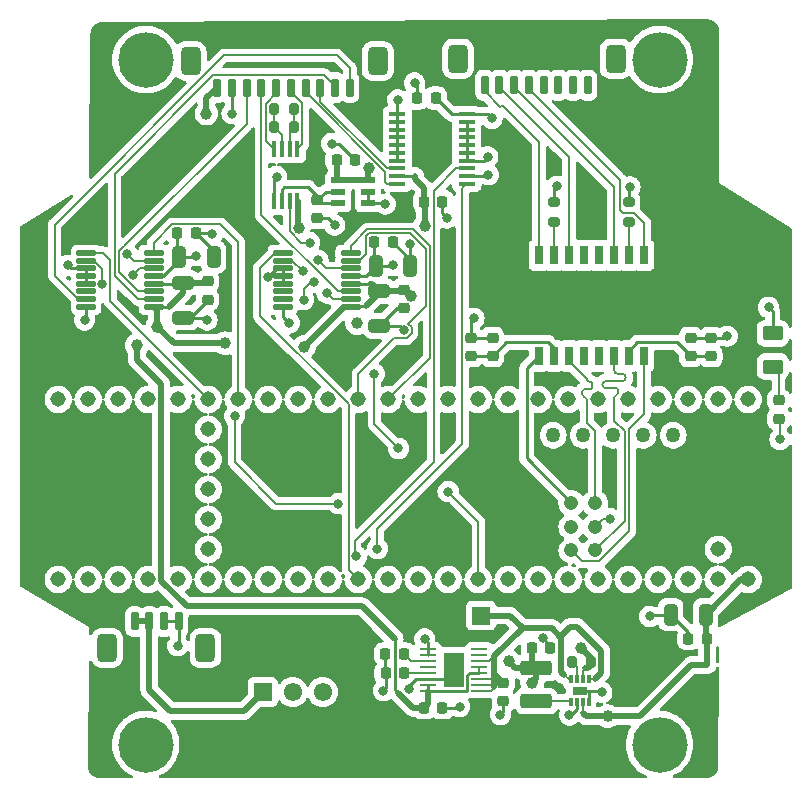
<source format=gbr>
%TF.GenerationSoftware,KiCad,Pcbnew,7.0.6*%
%TF.CreationDate,2024-05-04T22:08:12-04:00*%
%TF.ProjectId,rearbox,72656172-626f-4782-9e6b-696361645f70,rev?*%
%TF.SameCoordinates,Original*%
%TF.FileFunction,Copper,L1,Top*%
%TF.FilePolarity,Positive*%
%FSLAX46Y46*%
G04 Gerber Fmt 4.6, Leading zero omitted, Abs format (unit mm)*
G04 Created by KiCad (PCBNEW 7.0.6) date 2024-05-04 22:08:12*
%MOMM*%
%LPD*%
G01*
G04 APERTURE LIST*
G04 Aperture macros list*
%AMRoundRect*
0 Rectangle with rounded corners*
0 $1 Rounding radius*
0 $2 $3 $4 $5 $6 $7 $8 $9 X,Y pos of 4 corners*
0 Add a 4 corners polygon primitive as box body*
4,1,4,$2,$3,$4,$5,$6,$7,$8,$9,$2,$3,0*
0 Add four circle primitives for the rounded corners*
1,1,$1+$1,$2,$3*
1,1,$1+$1,$4,$5*
1,1,$1+$1,$6,$7*
1,1,$1+$1,$8,$9*
0 Add four rect primitives between the rounded corners*
20,1,$1+$1,$2,$3,$4,$5,0*
20,1,$1+$1,$4,$5,$6,$7,0*
20,1,$1+$1,$6,$7,$8,$9,0*
20,1,$1+$1,$8,$9,$2,$3,0*%
G04 Aperture macros list end*
%TA.AperFunction,ComponentPad*%
%ADD10C,4.700000*%
%TD*%
%TA.AperFunction,SMDPad,CuDef*%
%ADD11RoundRect,0.425000X0.425000X0.775000X-0.425000X0.775000X-0.425000X-0.775000X0.425000X-0.775000X0*%
%TD*%
%TA.AperFunction,SMDPad,CuDef*%
%ADD12RoundRect,0.150000X0.150000X0.650000X-0.150000X0.650000X-0.150000X-0.650000X0.150000X-0.650000X0*%
%TD*%
%TA.AperFunction,SMDPad,CuDef*%
%ADD13RoundRect,0.250000X1.075000X-0.375000X1.075000X0.375000X-1.075000X0.375000X-1.075000X-0.375000X0*%
%TD*%
%TA.AperFunction,SMDPad,CuDef*%
%ADD14RoundRect,0.225000X0.225000X0.250000X-0.225000X0.250000X-0.225000X-0.250000X0.225000X-0.250000X0*%
%TD*%
%TA.AperFunction,SMDPad,CuDef*%
%ADD15RoundRect,0.200000X0.200000X0.275000X-0.200000X0.275000X-0.200000X-0.275000X0.200000X-0.275000X0*%
%TD*%
%TA.AperFunction,SMDPad,CuDef*%
%ADD16RoundRect,0.225000X-0.225000X-0.250000X0.225000X-0.250000X0.225000X0.250000X-0.225000X0.250000X0*%
%TD*%
%TA.AperFunction,SMDPad,CuDef*%
%ADD17RoundRect,0.225000X0.250000X-0.225000X0.250000X0.225000X-0.250000X0.225000X-0.250000X-0.225000X0*%
%TD*%
%TA.AperFunction,SMDPad,CuDef*%
%ADD18RoundRect,0.250000X-0.325000X-0.650000X0.325000X-0.650000X0.325000X0.650000X-0.325000X0.650000X0*%
%TD*%
%TA.AperFunction,SMDPad,CuDef*%
%ADD19RoundRect,0.250000X-0.650000X0.325000X-0.650000X-0.325000X0.650000X-0.325000X0.650000X0.325000X0*%
%TD*%
%TA.AperFunction,SMDPad,CuDef*%
%ADD20RoundRect,0.225000X-0.250000X0.225000X-0.250000X-0.225000X0.250000X-0.225000X0.250000X0.225000X0*%
%TD*%
%TA.AperFunction,SMDPad,CuDef*%
%ADD21RoundRect,0.020500X-0.764500X-0.184500X0.764500X-0.184500X0.764500X0.184500X-0.764500X0.184500X0*%
%TD*%
%TA.AperFunction,SMDPad,CuDef*%
%ADD22R,1.200000X0.600000*%
%TD*%
%TA.AperFunction,SMDPad,CuDef*%
%ADD23RoundRect,0.425000X-0.425000X-0.775000X0.425000X-0.775000X0.425000X0.775000X-0.425000X0.775000X0*%
%TD*%
%TA.AperFunction,SMDPad,CuDef*%
%ADD24RoundRect,0.150000X-0.150000X-0.650000X0.150000X-0.650000X0.150000X0.650000X-0.150000X0.650000X0*%
%TD*%
%TA.AperFunction,SMDPad,CuDef*%
%ADD25R,1.397000X0.279400*%
%TD*%
%TA.AperFunction,SMDPad,CuDef*%
%ADD26R,1.651000X2.844800*%
%TD*%
%TA.AperFunction,SMDPad,CuDef*%
%ADD27RoundRect,0.200000X-0.200000X-0.275000X0.200000X-0.275000X0.200000X0.275000X-0.200000X0.275000X0*%
%TD*%
%TA.AperFunction,SMDPad,CuDef*%
%ADD28RoundRect,0.250000X0.625000X-0.375000X0.625000X0.375000X-0.625000X0.375000X-0.625000X-0.375000X0*%
%TD*%
%TA.AperFunction,SMDPad,CuDef*%
%ADD29R,0.450000X1.400000*%
%TD*%
%TA.AperFunction,ComponentPad*%
%ADD30R,1.550000X1.550000*%
%TD*%
%TA.AperFunction,ComponentPad*%
%ADD31C,1.550000*%
%TD*%
%TA.AperFunction,SMDPad,CuDef*%
%ADD32R,0.760000X1.650000*%
%TD*%
%TA.AperFunction,SMDPad,CuDef*%
%ADD33R,0.300000X0.800000*%
%TD*%
%TA.AperFunction,SMDPad,CuDef*%
%ADD34R,1.300000X0.700000*%
%TD*%
%TA.AperFunction,SMDPad,CuDef*%
%ADD35R,1.475000X0.450000*%
%TD*%
%TA.AperFunction,ComponentPad*%
%ADD36C,1.308000*%
%TD*%
%TA.AperFunction,ComponentPad*%
%ADD37C,1.258000*%
%TD*%
%TA.AperFunction,ComponentPad*%
%ADD38C,1.208000*%
%TD*%
%TA.AperFunction,SMDPad,CuDef*%
%ADD39RoundRect,0.200000X0.275000X-0.200000X0.275000X0.200000X-0.275000X0.200000X-0.275000X-0.200000X0*%
%TD*%
%TA.AperFunction,SMDPad,CuDef*%
%ADD40R,1.500000X1.500000*%
%TD*%
%TA.AperFunction,SMDPad,CuDef*%
%ADD41RoundRect,0.218750X-0.256250X0.218750X-0.256250X-0.218750X0.256250X-0.218750X0.256250X0.218750X0*%
%TD*%
%TA.AperFunction,ViaPad*%
%ADD42C,0.800000*%
%TD*%
%TA.AperFunction,ViaPad*%
%ADD43C,1.000000*%
%TD*%
%TA.AperFunction,Conductor*%
%ADD44C,0.200000*%
%TD*%
%TA.AperFunction,Conductor*%
%ADD45C,0.500000*%
%TD*%
%TA.AperFunction,Conductor*%
%ADD46C,0.127000*%
%TD*%
%TA.AperFunction,Conductor*%
%ADD47C,0.250000*%
%TD*%
G04 APERTURE END LIST*
D10*
%TO.P,H6,1*%
%TO.N,N/C*%
X227395400Y-102196000D03*
%TD*%
%TO.P,H5,1*%
%TO.N,N/C*%
X183895400Y-102196000D03*
%TD*%
%TO.P,H4,1*%
%TO.N,N/C*%
X227395500Y-44195900D03*
%TD*%
%TO.P,H2,1*%
%TO.N,N/C*%
X183895400Y-44196000D03*
%TD*%
D11*
%TO.P,J2,*%
%TO.N,*%
X188948700Y-94009500D03*
X180598700Y-94009500D03*
D12*
%TO.P,J2,1,Pin_1*%
%TO.N,Net-(J2-Pin_1)*%
X182948700Y-91759500D03*
%TO.P,J2,2,Pin_2*%
X184198700Y-91759500D03*
%TO.P,J2,3,Pin_3*%
%TO.N,GND*%
X185448700Y-91759500D03*
%TO.P,J2,4,Pin_4*%
X186698700Y-91759500D03*
%TD*%
D13*
%TO.P,L1,1,1*%
%TO.N,Net-(IC4-SW)*%
X216966800Y-98506801D03*
%TO.P,L1,2,2*%
%TO.N,5v*%
X216966800Y-95706801D03*
%TD*%
D14*
%TO.P,C7,1*%
%TO.N,GND*%
X204787800Y-59639200D03*
%TO.P,C7,2*%
%TO.N,3v3*%
X203237800Y-59639200D03*
%TD*%
D15*
%TO.P,R14,1*%
%TO.N,Net-(IC2-RG_1)*%
X196443600Y-49936400D03*
%TO.P,R14,2*%
%TO.N,Net-(IC2-RG_2)*%
X194793600Y-49936400D03*
%TD*%
D16*
%TO.P,C21,1*%
%TO.N,5vref*%
X207454200Y-56235600D03*
%TO.P,C21,2*%
%TO.N,GND*%
X209004200Y-56235600D03*
%TD*%
D17*
%TO.P,C3,1*%
%TO.N,GND*%
X205740000Y-65240200D03*
%TO.P,C3,2*%
%TO.N,5vref*%
X205740000Y-63690200D03*
%TD*%
D18*
%TO.P,C5,1*%
%TO.N,3v3*%
X203350600Y-61671200D03*
%TO.P,C5,2*%
%TO.N,GND*%
X206300600Y-61671200D03*
%TD*%
D19*
%TO.P,C1,1*%
%TO.N,5vref*%
X203657200Y-63804800D03*
%TO.P,C1,2*%
%TO.N,GND*%
X203657200Y-66754800D03*
%TD*%
D14*
%TO.P,C12,1*%
%TO.N,Net-(U5-BYPASS)*%
X205740000Y-94516001D03*
%TO.P,C12,2*%
%TO.N,GND*%
X204190000Y-94516001D03*
%TD*%
D20*
%TO.P,C10,1*%
%TO.N,2.5v*%
X198424800Y-56070200D03*
%TO.P,C10,2*%
%TO.N,GND*%
X198424800Y-57620200D03*
%TD*%
D21*
%TO.P,U1,1,SCLK*%
%TO.N,SCLK1*%
X195504000Y-60564600D03*
%TO.P,U1,2,~{CS}*%
%TO.N,!CS1*%
X195504000Y-61214600D03*
%TO.P,U1,3,CLK*%
%TO.N,GND*%
X195504000Y-61864600D03*
%TO.P,U1,4,DGND*%
X195504000Y-62514600D03*
%TO.P,U1,5,AVSS*%
X195504000Y-63164600D03*
%TO.P,U1,6,AIN3/REFN1*%
%TO.N,unconnected-(U1-AIN3{slash}REFN1-Pad6)*%
X195504000Y-63814600D03*
%TO.P,U1,7,AIN2*%
%TO.N,unconnected-(U1-AIN2-Pad7)*%
X195504000Y-64464600D03*
%TO.P,U1,8,REFN0*%
%TO.N,GND*%
X195504000Y-65114600D03*
%TO.P,U1,9,REFP0*%
%TO.N,5vref*%
X201244000Y-65114600D03*
%TO.P,U1,10,AIN1*%
%TO.N,sg*%
X201244000Y-64464600D03*
%TO.P,U1,11,AIN0/REFP1*%
%TO.N,linpot1*%
X201244000Y-63814600D03*
%TO.P,U1,12,AVDD*%
%TO.N,5vref*%
X201244000Y-63164600D03*
%TO.P,U1,13,DVDD*%
%TO.N,3v3*%
X201244000Y-62514600D03*
%TO.P,U1,14,~{DRDY}*%
%TO.N,drdy1*%
X201244000Y-61864600D03*
%TO.P,U1,15,DOUT/~DRDY*%
%TO.N,SDO1*%
X201244000Y-61214600D03*
%TO.P,U1,16,DIN*%
%TO.N,SDI1*%
X201244000Y-60564600D03*
%TD*%
D20*
%TO.P,C20,1*%
%TO.N,GND*%
X230022400Y-67754200D03*
%TO.P,C20,2*%
%TO.N,Net-(T1-RCT)*%
X230022400Y-69304200D03*
%TD*%
D18*
%TO.P,C6,1*%
%TO.N,3v3*%
X186688200Y-60909200D03*
%TO.P,C6,2*%
%TO.N,GND*%
X189638200Y-60909200D03*
%TD*%
D22*
%TO.P,IC3,1,GND_F*%
%TO.N,GND*%
X202702800Y-56322000D03*
%TO.P,IC3,2,GND_S*%
X202702800Y-55372000D03*
%TO.P,IC3,3,EN*%
%TO.N,5v*%
X202702800Y-54422000D03*
%TO.P,IC3,4,IN*%
X200202800Y-54422000D03*
%TO.P,IC3,5,OUT_S*%
%TO.N,2.5v*%
X200202800Y-55372000D03*
%TO.P,IC3,6,OUT_F*%
X200202800Y-56322000D03*
%TD*%
D23*
%TO.P,J1,*%
%TO.N,*%
X187686700Y-44318900D03*
X203536700Y-44318900D03*
D24*
%TO.P,J1,1,Pin_1*%
%TO.N,aux1*%
X201186700Y-46568900D03*
%TO.P,J1,2,Pin_2*%
%TO.N,aux2*%
X199936700Y-46568900D03*
%TO.P,J1,3,Pin_3*%
%TO.N,hall1*%
X198686700Y-46568900D03*
%TO.P,J1,4,Pin_4*%
%TO.N,hall2*%
X197436700Y-46568900D03*
%TO.P,J1,5,Pin_5*%
%TO.N,sg-*%
X196186700Y-46568900D03*
%TO.P,J1,6,Pin_6*%
%TO.N,sg+*%
X194936700Y-46568900D03*
%TO.P,J1,7,Pin_7*%
%TO.N,linpot1*%
X193686700Y-46568900D03*
%TO.P,J1,8,Pin_8*%
%TO.N,linpot2*%
X192436700Y-46568900D03*
%TO.P,J1,9,Pin_9*%
%TO.N,GND*%
X191186700Y-46568900D03*
%TO.P,J1,10,Pin_10*%
%TO.N,5vref*%
X189936700Y-46568900D03*
%TD*%
D19*
%TO.P,C2,1*%
%TO.N,5vref*%
X187045600Y-63091800D03*
%TO.P,C2,2*%
%TO.N,GND*%
X187045600Y-66041800D03*
%TD*%
D25*
%TO.P,U5,1,GND*%
%TO.N,GND*%
X207772000Y-94133599D03*
%TO.P,U5,2,GND*%
X207772000Y-94633601D03*
%TO.P,U5,3,BYPASS*%
%TO.N,Net-(U5-BYPASS)*%
X207772000Y-95133600D03*
%TO.P,U5,4,DNC*%
%TO.N,unconnected-(U5-DNC-Pad4)*%
X207772000Y-95633601D03*
%TO.P,U5,5,NR*%
%TO.N,Net-(U5-NR)*%
X207772000Y-96133601D03*
%TO.P,U5,6,GND*%
%TO.N,GND*%
X207772000Y-96633599D03*
%TO.P,U5,7,VOUT2_S*%
%TO.N,5vref*%
X207772000Y-97133601D03*
%TO.P,U5,8,VOUT2_F*%
X207772000Y-97633600D03*
%TO.P,U5,9,\u002AOD*%
%TO.N,5.2v*%
X212140800Y-97633603D03*
%TO.P,U5,10,VIN2*%
X212140800Y-97133601D03*
%TO.P,U5,11,VIN1*%
X212140800Y-96633602D03*
%TO.P,U5,12,VOUT1_F*%
%TO.N,5vref*%
X212140800Y-96133601D03*
%TO.P,U5,13,VOUT1_S*%
X212140800Y-95633601D03*
%TO.P,U5,14,VIN*%
%TO.N,5.2v*%
X212140800Y-95133603D03*
%TO.P,U5,15,NC*%
%TO.N,unconnected-(U5-NC-Pad15)*%
X212140800Y-94633601D03*
%TO.P,U5,16,DNC*%
%TO.N,unconnected-(U5-DNC-Pad16)*%
X212140800Y-94133602D03*
D26*
%TO.P,U5,EPAD,EPAD*%
%TO.N,GND*%
X209956400Y-95883601D03*
%TD*%
D20*
%TO.P,C25,1*%
%TO.N,5.2v*%
X214172800Y-96954401D03*
%TO.P,C25,2*%
%TO.N,GND*%
X214172800Y-98504401D03*
%TD*%
D21*
%TO.P,U2,16,DIN*%
%TO.N,SDI2*%
X184581600Y-60564600D03*
%TO.P,U2,15,DOUT/~DRDY*%
%TO.N,SDO2*%
X184581600Y-61214600D03*
%TO.P,U2,14,~{DRDY}*%
%TO.N,drdy2*%
X184581600Y-61864600D03*
%TO.P,U2,13,DVDD*%
%TO.N,3v3*%
X184581600Y-62514600D03*
%TO.P,U2,12,AVDD*%
%TO.N,5vref*%
X184581600Y-63164600D03*
%TO.P,U2,11,AIN0/REFP1*%
%TO.N,linpot2*%
X184581600Y-63814600D03*
%TO.P,U2,10,AIN1*%
%TO.N,aux2*%
X184581600Y-64464600D03*
%TO.P,U2,9,REFP0*%
%TO.N,5vref*%
X184581600Y-65114600D03*
%TO.P,U2,8,REFN0*%
%TO.N,GND*%
X178841600Y-65114600D03*
%TO.P,U2,7,AIN2*%
%TO.N,aux1*%
X178841600Y-64464600D03*
%TO.P,U2,6,AIN3/REFN1*%
%TO.N,unconnected-(U2-AIN3{slash}REFN1-Pad6)*%
X178841600Y-63814600D03*
%TO.P,U2,5,AVSS*%
%TO.N,GND*%
X178841600Y-63164600D03*
%TO.P,U2,4,DGND*%
X178841600Y-62514600D03*
%TO.P,U2,3,CLK*%
X178841600Y-61864600D03*
%TO.P,U2,2,~{CS}*%
%TO.N,!CS2*%
X178841600Y-61214600D03*
%TO.P,U2,1,SCLK*%
%TO.N,SCLK2*%
X178841600Y-60564600D03*
%TD*%
D14*
%TO.P,C16,1*%
%TO.N,3v3*%
X208432400Y-47447200D03*
%TO.P,C16,2*%
%TO.N,GND*%
X206882400Y-47447200D03*
%TD*%
D27*
%TO.P,R15,1*%
%TO.N,Net-(IC4-{slash}PG)*%
X219951800Y-95176401D03*
%TO.P,R15,2*%
%TO.N,5v*%
X221601800Y-95176401D03*
%TD*%
D17*
%TO.P,C22,1*%
%TO.N,Net-(T1-RCT)*%
X231749600Y-69304200D03*
%TO.P,C22,2*%
%TO.N,GND*%
X231749600Y-67754200D03*
%TD*%
%TO.P,C4,1*%
%TO.N,GND*%
X189128400Y-64516000D03*
%TO.P,C4,2*%
%TO.N,5vref*%
X189128400Y-62966000D03*
%TD*%
D20*
%TO.P,C18,1*%
%TO.N,GND*%
X211429600Y-67754200D03*
%TO.P,C18,2*%
%TO.N,Net-(T1-TCT)*%
X211429600Y-69304200D03*
%TD*%
D16*
%TO.P,C9,1*%
%TO.N,5v*%
X200050400Y-52679600D03*
%TO.P,C9,2*%
%TO.N,GND*%
X201600400Y-52679600D03*
%TD*%
D18*
%TO.P,C15,1*%
%TO.N,GND*%
X228344200Y-91186000D03*
%TO.P,C15,2*%
%TO.N,5v*%
X231294200Y-91186000D03*
%TD*%
D28*
%TO.P,R11,1*%
%TO.N,Net-(D1-K)*%
X236982000Y-70183200D03*
%TO.P,R11,2*%
%TO.N,GND*%
X236982000Y-67383200D03*
%TD*%
D14*
%TO.P,C11,1*%
%TO.N,GND*%
X218148200Y-94008001D03*
%TO.P,C11,2*%
%TO.N,5v*%
X216598200Y-94008001D03*
%TD*%
%TO.P,C13,1*%
%TO.N,Net-(U5-NR)*%
X205753000Y-96141601D03*
%TO.P,C13,2*%
%TO.N,GND*%
X204203000Y-96141601D03*
%TD*%
D29*
%TO.P,IC2,1,-IN*%
%TO.N,sg-*%
X196717200Y-51765200D03*
%TO.P,IC2,2,RG_1*%
%TO.N,Net-(IC2-RG_1)*%
X196067200Y-51765200D03*
%TO.P,IC2,3,RG_2*%
%TO.N,Net-(IC2-RG_2)*%
X195417200Y-51765200D03*
%TO.P,IC2,4,+IN*%
%TO.N,sg+*%
X194767200Y-51765200D03*
%TO.P,IC2,5,-VS*%
%TO.N,GND*%
X194767200Y-56165200D03*
%TO.P,IC2,6,REF*%
%TO.N,2.5v*%
X195417200Y-56165200D03*
%TO.P,IC2,7,OUT*%
%TO.N,sg*%
X196067200Y-56165200D03*
%TO.P,IC2,8,+VS*%
%TO.N,5vref*%
X196717200Y-56165200D03*
%TD*%
D14*
%TO.P,C14,1*%
%TO.N,5v*%
X231394000Y-93218000D03*
%TO.P,C14,2*%
%TO.N,GND*%
X229844000Y-93218000D03*
%TD*%
D30*
%TO.P,U3,1,VIN*%
%TO.N,Net-(J2-Pin_1)*%
X193802000Y-97739200D03*
D31*
%TO.P,U3,2,GND*%
%TO.N,GND*%
X196342000Y-97739200D03*
%TO.P,U3,3,VOUT*%
%TO.N,5v*%
X198882000Y-97739200D03*
%TD*%
D23*
%TO.P,J3,*%
%TO.N,*%
X210333500Y-44115700D03*
X223683500Y-44115700D03*
D24*
%TO.P,J3,1,Pin_1*%
%TO.N,unconnected-(J3-Pin_1-Pad1)*%
X221333500Y-46365700D03*
%TO.P,J3,2,Pin_2*%
%TO.N,unconnected-(J3-Pin_2-Pad2)*%
X220083500Y-46365700D03*
%TO.P,J3,3,Pin_3*%
%TO.N,unconnected-(J3-Pin_3-Pad3)*%
X218833500Y-46365700D03*
%TO.P,J3,4,Pin_4*%
%TO.N,unconnected-(J3-Pin_4-Pad4)*%
X217583500Y-46365700D03*
%TO.P,J3,5,Pin_5*%
%TO.N,/Rx-*%
X216333500Y-46365700D03*
%TO.P,J3,6,Pin_6*%
%TO.N,/Rx+*%
X215083500Y-46365700D03*
%TO.P,J3,7,Pin_7*%
%TO.N,/Tx-*%
X213833500Y-46365700D03*
%TO.P,J3,8,Pin_8*%
%TO.N,/Tx+*%
X212583500Y-46365700D03*
%TD*%
D32*
%TO.P,T1,1,TD+*%
%TO.N,Td+*%
X217195400Y-69279000D03*
%TO.P,T1,2,TCT*%
%TO.N,Net-(T1-TCT)*%
X218465400Y-69279000D03*
%TO.P,T1,3,TD-*%
%TO.N,Td-*%
X219735400Y-69279000D03*
%TO.P,T1,4,NC_1*%
%TO.N,unconnected-(T1-NC_1-Pad4)*%
X221005400Y-69279000D03*
%TO.P,T1,5,NC_2*%
%TO.N,unconnected-(T1-NC_2-Pad5)*%
X222275400Y-69279000D03*
%TO.P,T1,6,RD+*%
%TO.N,Rd+*%
X223545400Y-69279000D03*
%TO.P,T1,7,RCT*%
%TO.N,Net-(T1-RCT)*%
X224815400Y-69279000D03*
%TO.P,T1,8,RD-*%
%TO.N,Rd-*%
X226085400Y-69279000D03*
%TO.P,T1,9,RX-*%
%TO.N,/Rx-*%
X226085400Y-60769000D03*
%TO.P,T1,10,CMT_1*%
%TO.N,Net-(T1-CMT_1)*%
X224815400Y-60769000D03*
%TO.P,T1,11,RX+*%
%TO.N,/Rx+*%
X223545400Y-60769000D03*
%TO.P,T1,12,NC_3*%
%TO.N,unconnected-(T1-NC_3-Pad12)*%
X222275400Y-60769000D03*
%TO.P,T1,13,NC_4*%
%TO.N,unconnected-(T1-NC_4-Pad13)*%
X221005400Y-60769000D03*
%TO.P,T1,14,TX-*%
%TO.N,/Tx-*%
X219735400Y-60769000D03*
%TO.P,T1,15,CMT_2*%
%TO.N,Net-(T1-CMT_2)*%
X218465400Y-60769000D03*
%TO.P,T1,16,TX+*%
%TO.N,/Tx+*%
X217195400Y-60769000D03*
%TD*%
D33*
%TO.P,IC4,1,SW*%
%TO.N,Net-(IC4-SW)*%
X219886400Y-98580001D03*
%TO.P,IC4,2,PGND*%
%TO.N,GND*%
X220386400Y-98580001D03*
%TO.P,IC4,3,IN*%
%TO.N,5v*%
X220886400Y-98580001D03*
%TO.P,IC4,4,AGND*%
%TO.N,GND*%
X221386400Y-98580001D03*
%TO.P,IC4,5,OUTS*%
%TO.N,5.2v*%
X221386400Y-96680001D03*
%TO.P,IC4,6,EN*%
%TO.N,5v*%
X220886400Y-96680001D03*
%TO.P,IC4,7,/PG*%
%TO.N,Net-(IC4-{slash}PG)*%
X220386400Y-96680001D03*
%TO.P,IC4,8,OUT*%
%TO.N,5.2v*%
X219886400Y-96680001D03*
D34*
%TO.P,IC4,9,EP*%
%TO.N,GND*%
X220636400Y-97630001D03*
%TD*%
D35*
%TO.P,IC1,1,A1*%
%TO.N,Net-(IC1-A1)*%
X211065600Y-54690200D03*
%TO.P,IC1,2,VCCA*%
%TO.N,3v3*%
X211065600Y-54040200D03*
%TO.P,IC1,3,A2*%
%TO.N,Net-(IC1-A2)*%
X211065600Y-53390200D03*
%TO.P,IC1,4,A3*%
%TO.N,GND*%
X211065600Y-52740200D03*
%TO.P,IC1,5,A4*%
X211065600Y-52090200D03*
%TO.P,IC1,6,A5*%
X211065600Y-51440200D03*
%TO.P,IC1,7,A6*%
X211065600Y-50790200D03*
%TO.P,IC1,8,A7*%
X211065600Y-50140200D03*
%TO.P,IC1,9,A8*%
X211065600Y-49490200D03*
%TO.P,IC1,10,OE*%
%TO.N,3v3*%
X211065600Y-48840200D03*
%TO.P,IC1,11,GND*%
%TO.N,GND*%
X205189600Y-48840200D03*
%TO.P,IC1,12,B8*%
X205189600Y-49490200D03*
%TO.P,IC1,13,B7*%
X205189600Y-50140200D03*
%TO.P,IC1,14,B6*%
X205189600Y-50790200D03*
%TO.P,IC1,15,B5*%
X205189600Y-51440200D03*
%TO.P,IC1,16,B4*%
X205189600Y-52090200D03*
%TO.P,IC1,17,B3*%
X205189600Y-52740200D03*
%TO.P,IC1,18,B2*%
%TO.N,hall1*%
X205189600Y-53390200D03*
%TO.P,IC1,19,VCCB*%
%TO.N,5vref*%
X205189600Y-54040200D03*
%TO.P,IC1,20,B1*%
%TO.N,hall2*%
X205189600Y-54690200D03*
%TD*%
D16*
%TO.P,C24,1*%
%TO.N,5vref*%
X207454200Y-99088001D03*
%TO.P,C24,2*%
%TO.N,GND*%
X209004200Y-99088001D03*
%TD*%
D36*
%TO.P,U4,0,RX1*%
%TO.N,!CS2*%
X232364800Y-72962300D03*
%TO.P,U4,1,TX1*%
%TO.N,SDO2*%
X229824800Y-72962300D03*
%TO.P,U4,2,OUT2*%
%TO.N,unconnected-(U4-OUT2-Pad2)*%
X227284800Y-72962300D03*
%TO.P,U4,3,LRCLK2*%
%TO.N,unconnected-(U4-LRCLK2-Pad3)*%
X224744800Y-72962300D03*
%TO.P,U4,3.3V_1,3.3V*%
%TO.N,3v3*%
X199344800Y-72962300D03*
%TO.P,U4,3.3V_2,3.3V__1*%
%TO.N,unconnected-(U4-3.3V__1-Pad3.3V_2)*%
X229824800Y-88202300D03*
%TO.P,U4,3.3V_3,3.3V__2*%
%TO.N,unconnected-(U4-3.3V__2-Pad3.3V_3)*%
X189184800Y-78042300D03*
%TO.P,U4,4,BCLK2*%
%TO.N,unconnected-(U4-BCLK2-Pad4)*%
X222204800Y-72962300D03*
%TO.P,U4,5,IN2*%
%TO.N,unconnected-(U4-IN2-Pad5)*%
X219664800Y-72962300D03*
D37*
%TO.P,U4,5V,5V*%
%TO.N,unconnected-(U4-Pad5V)*%
X228554800Y-76012300D03*
D36*
%TO.P,U4,6,OUT1D*%
%TO.N,unconnected-(U4-OUT1D-Pad6)*%
X217124800Y-72962300D03*
%TO.P,U4,7,RX2*%
%TO.N,syncin1*%
X214584800Y-72962300D03*
%TO.P,U4,8,TX2*%
%TO.N,syncin2*%
X212044800Y-72962300D03*
%TO.P,U4,9,OUT1C*%
%TO.N,unconnected-(U4-OUT1C-Pad9)*%
X209504800Y-72962300D03*
%TO.P,U4,10,CS1*%
%TO.N,!CS1*%
X206964800Y-72962300D03*
%TO.P,U4,11,MOSI*%
%TO.N,SDI1*%
X204424800Y-72962300D03*
%TO.P,U4,12,MISO*%
%TO.N,SDO1*%
X201884800Y-72962300D03*
%TO.P,U4,13,SCK*%
%TO.N,SCLK1*%
X201884800Y-88202300D03*
%TO.P,U4,14,A0*%
%TO.N,rst2*%
X204424800Y-88202300D03*
%TO.P,U4,15,A1*%
%TO.N,dout1*%
X206964800Y-88202300D03*
%TO.P,U4,16,A2*%
%TO.N,dclk1*%
X209504800Y-88202300D03*
%TO.P,U4,17,A3*%
%TO.N,drdy1*%
X212044800Y-88202300D03*
%TO.P,U4,18,A4*%
%TO.N,dout2*%
X214584800Y-88202300D03*
%TO.P,U4,19,A5*%
%TO.N,dclk2*%
X217124800Y-88202300D03*
%TO.P,U4,20,A6*%
%TO.N,drdy2*%
X219664800Y-88202300D03*
%TO.P,U4,21,A7*%
%TO.N,unconnected-(U4-A7-Pad21)*%
X222204800Y-88202300D03*
%TO.P,U4,22,A8*%
%TO.N,unconnected-(U4-A8-Pad22)*%
X224744800Y-88202300D03*
%TO.P,U4,23,A9*%
%TO.N,unconnected-(U4-A9-Pad23)*%
X227284800Y-88202300D03*
%TO.P,U4,24,A10*%
%TO.N,unconnected-(U4-A10-Pad24)*%
X196804800Y-72962300D03*
%TO.P,U4,25,A11*%
%TO.N,unconnected-(U4-A11-Pad25)*%
X194264800Y-72962300D03*
%TO.P,U4,26,A12*%
%TO.N,SDI2*%
X191724800Y-72962300D03*
%TO.P,U4,27,A13*%
%TO.N,SCLK2*%
X189184800Y-72962300D03*
%TO.P,U4,28,RX7*%
%TO.N,unconnected-(U4-RX7-Pad28)*%
X186644800Y-72962300D03*
%TO.P,U4,29,TX7*%
%TO.N,unconnected-(U4-TX7-Pad29)*%
X184104800Y-72962300D03*
%TO.P,U4,30,CRX3*%
%TO.N,unconnected-(U4-CRX3-Pad30)*%
X181564800Y-72962300D03*
%TO.P,U4,31,CTX3*%
%TO.N,unconnected-(U4-CTX3-Pad31)*%
X179024800Y-72962300D03*
%TO.P,U4,32,OUT1B*%
%TO.N,unconnected-(U4-OUT1B-Pad32)*%
X176484800Y-72962300D03*
%TO.P,U4,33,MCLK2*%
%TO.N,unconnected-(U4-MCLK2-Pad33)*%
X176484800Y-88202300D03*
%TO.P,U4,34,RX8*%
%TO.N,unconnected-(U4-RX8-Pad34)*%
X179024800Y-88202300D03*
%TO.P,U4,35,TX8*%
%TO.N,unconnected-(U4-TX8-Pad35)*%
X181564800Y-88202300D03*
%TO.P,U4,36,CS2*%
%TO.N,unconnected-(U4-CS2-Pad36)*%
X184104800Y-88202300D03*
%TO.P,U4,37,CS3*%
%TO.N,unconnected-(U4-CS3-Pad37)*%
X186644800Y-88202300D03*
%TO.P,U4,38,A14*%
%TO.N,unconnected-(U4-A14-Pad38)*%
X189184800Y-88202300D03*
%TO.P,U4,39,A15*%
%TO.N,unconnected-(U4-A15-Pad39)*%
X191724800Y-88202300D03*
%TO.P,U4,40,A16*%
%TO.N,Net-(IC1-A1)*%
X194264800Y-88202300D03*
%TO.P,U4,41,A17*%
%TO.N,Net-(IC1-A2)*%
X196804800Y-88202300D03*
D37*
%TO.P,U4,D+,D+*%
%TO.N,unconnected-(U4-PadD+)*%
X223474800Y-76012300D03*
%TO.P,U4,D-,D-*%
%TO.N,unconnected-(U4-PadD-)*%
X226014800Y-76012300D03*
D36*
%TO.P,U4,GND1,GND*%
%TO.N,GND*%
X234904800Y-72962300D03*
%TO.P,U4,GND2,GND__1*%
X199344800Y-88202300D03*
%TO.P,U4,GND3,GND__2*%
X232364800Y-88202300D03*
%TO.P,U4,GND4,GND__3*%
X189184800Y-80582300D03*
D38*
%TO.P,U4,GND5,GND__4*%
X219934800Y-83752300D03*
%TO.P,U4,LED,LED*%
%TO.N,Net-(D1-A)*%
X221934800Y-83752300D03*
D36*
%TO.P,U4,ON/OFF,ON/OFF*%
%TO.N,unconnected-(U4-PadON{slash}OFF)*%
X189184800Y-85662300D03*
%TO.P,U4,PROGRAM,PROGRAM*%
%TO.N,unconnected-(U4-PadPROGRAM)*%
X189184800Y-83122300D03*
D38*
%TO.P,U4,R+,R+*%
%TO.N,Rd+*%
X221934800Y-85752300D03*
%TO.P,U4,R-,R-*%
%TO.N,Rd-*%
X219934800Y-85752300D03*
%TO.P,U4,T+,T+*%
%TO.N,Td+*%
X219934800Y-81752300D03*
%TO.P,U4,T-,T-*%
%TO.N,Td-*%
X221934800Y-81752300D03*
D37*
%TO.P,U4,USB_GND1,USB_GND*%
%TO.N,GND*%
X220934800Y-76012300D03*
%TO.P,U4,USB_GND2,USB_GND__1*%
X218394800Y-76012300D03*
D36*
%TO.P,U4,VBAT,VBAT*%
%TO.N,unconnected-(U4-PadVBAT)*%
X189184800Y-75502300D03*
%TO.P,U4,VIN,VIN*%
%TO.N,5v*%
X234904800Y-88202300D03*
%TO.P,U4,VUSB,VUSB*%
%TO.N,unconnected-(U4-PadVUSB)*%
X232364800Y-85662300D03*
%TD*%
D39*
%TO.P,R13,1*%
%TO.N,Net-(T1-CMT_1)*%
X224790000Y-57924200D03*
%TO.P,R13,2*%
%TO.N,GND*%
X224790000Y-56274200D03*
%TD*%
D17*
%TO.P,C19,1*%
%TO.N,Net-(T1-TCT)*%
X213258400Y-69304200D03*
%TO.P,C19,2*%
%TO.N,GND*%
X213258400Y-67754200D03*
%TD*%
D39*
%TO.P,R12,1*%
%TO.N,Net-(T1-CMT_2)*%
X218440000Y-57924200D03*
%TO.P,R12,2*%
%TO.N,GND*%
X218440000Y-56274200D03*
%TD*%
D14*
%TO.P,C8,1*%
%TO.N,GND*%
X188125400Y-58877200D03*
%TO.P,C8,2*%
%TO.N,3v3*%
X186575400Y-58877200D03*
%TD*%
D40*
%TO.P,TP1,1,1*%
%TO.N,5.2v*%
X212293200Y-91264801D03*
%TD*%
D41*
%TO.P,D1,1,K*%
%TO.N,Net-(D1-K)*%
X237490000Y-73024900D03*
%TO.P,D1,2,A*%
%TO.N,Net-(D1-A)*%
X237490000Y-74599900D03*
%TD*%
D15*
%TO.P,R1,1*%
%TO.N,Net-(IC2-RG_1)*%
X196443600Y-48361600D03*
%TO.P,R1,2*%
%TO.N,Net-(IC2-RG_2)*%
X194793600Y-48361600D03*
%TD*%
D42*
%TO.N,GND*%
X186588400Y-93827600D03*
D43*
%TO.N,5vref*%
X196856123Y-58413877D03*
X183134000Y-68376800D03*
X190607723Y-68218277D03*
X206376565Y-64175397D03*
X189026800Y-48768000D03*
X207517000Y-58267600D03*
X197297743Y-68538657D03*
X184861200Y-66802000D03*
D42*
%TO.N,GND*%
X217504296Y-93181101D03*
X199898000Y-58216800D03*
X210464400Y-98986401D03*
X209397600Y-57607200D03*
X206654400Y-46177200D03*
X189534800Y-58978800D03*
X206248000Y-59842400D03*
X236626400Y-65176400D03*
X206197200Y-97513201D03*
X218744800Y-54914800D03*
X196037200Y-66497200D03*
X194970400Y-54102000D03*
X233121200Y-67614800D03*
X212852000Y-52425600D03*
X222504000Y-97767201D03*
X226568000Y-91338400D03*
X213918800Y-99646801D03*
X177292000Y-61620400D03*
X204165200Y-56438800D03*
X189077600Y-66243200D03*
X205232000Y-47599600D03*
X194211000Y-62636400D03*
X219760800Y-99697601D03*
X191211200Y-48768000D03*
X204012800Y-97614801D03*
X199644000Y-51308000D03*
X205740000Y-67106800D03*
X207518000Y-93246001D03*
X211683600Y-66090800D03*
X224891600Y-54965600D03*
X178714400Y-66243200D03*
D43*
%TO.N,5v*%
X223012000Y-99799201D03*
X220776800Y-94008001D03*
X214630000Y-95148400D03*
X201777600Y-66497200D03*
X216611200Y-97005201D03*
X202763503Y-53370097D03*
D42*
%TO.N,3v3*%
X204825600Y-61620400D03*
X212902800Y-53949600D03*
X213207600Y-49174400D03*
X188112400Y-60807600D03*
%TO.N,Net-(D1-A)*%
X223164400Y-83058000D03*
X237591600Y-76352400D03*
%TO.N,Net-(IC1-A1)*%
X203504800Y-85598000D03*
%TO.N,Net-(IC1-A2)*%
X201729400Y-86261000D03*
%TO.N,sg*%
X197764400Y-59690000D03*
X199237600Y-63957200D03*
%TO.N,!CS2*%
X180226100Y-63171610D03*
%TO.N,!CS1*%
X197205600Y-62128400D03*
%TO.N,SDO2*%
X182321200Y-60655200D03*
%TO.N,drdy2*%
X182842988Y-62470212D03*
X200202800Y-81788000D03*
X191414400Y-74371200D03*
%TO.N,drdy1*%
X198475600Y-61163200D03*
X198120000Y-63042800D03*
X203250800Y-70815200D03*
X209499200Y-80772000D03*
X205282800Y-77114400D03*
X197256400Y-64516000D03*
%TD*%
D44*
%TO.N,/Rx-*%
X216353300Y-46365700D02*
X216571200Y-46583600D01*
X224015000Y-54393800D02*
X216333500Y-46712300D01*
X224015000Y-56931307D02*
X224015000Y-54393800D01*
X224307893Y-57224200D02*
X224015000Y-56931307D01*
X216333500Y-46712300D02*
X216333500Y-46365700D01*
X216333500Y-46365700D02*
X216353300Y-46365700D01*
X225272107Y-57224200D02*
X224307893Y-57224200D01*
X226085400Y-60769000D02*
X226085400Y-58037493D01*
X226085400Y-58037493D02*
X225272107Y-57224200D01*
%TO.N,/Rx+*%
X215083500Y-46552096D02*
X223545400Y-55013996D01*
X215083500Y-46365700D02*
X215083500Y-46552096D01*
X215103300Y-46365700D02*
X215083500Y-46365700D01*
X215321200Y-46583600D02*
X215103300Y-46365700D01*
X223545400Y-55013996D02*
X223545400Y-60769000D01*
%TO.N,/Tx-*%
X214747104Y-47465700D02*
X214766904Y-47465700D01*
X213833500Y-46552096D02*
X214747104Y-47465700D01*
X213833500Y-46365700D02*
X213833500Y-46552096D01*
X214766904Y-47465700D02*
X219735400Y-52434196D01*
X219735400Y-52434196D02*
X219735400Y-60769000D01*
X213853300Y-46365700D02*
X213833500Y-46365700D01*
X214071200Y-46583600D02*
X213853300Y-46365700D01*
%TO.N,/Tx+*%
X212583500Y-46863262D02*
X213904265Y-48184027D01*
X212583500Y-46365700D02*
X212583500Y-46863262D01*
X212603300Y-46365700D02*
X212583500Y-46365700D01*
X212821200Y-46583600D02*
X212603300Y-46365700D01*
D45*
%TO.N,5v*%
X230073200Y-95453200D02*
X231444800Y-95453200D01*
X225727199Y-99799201D02*
X230073200Y-95453200D01*
X223012000Y-99799201D02*
X225727199Y-99799201D01*
D46*
%TO.N,SDO1*%
X204924100Y-67770300D02*
X201884800Y-70809600D01*
X206014831Y-67770300D02*
X204924100Y-67770300D01*
X206403500Y-66831969D02*
X206403500Y-67381631D01*
X206132965Y-66561435D02*
X206403500Y-66831969D01*
X207597400Y-65097000D02*
X206132965Y-66561435D01*
X202770100Y-58900700D02*
X206271500Y-58900700D01*
X201884800Y-70809600D02*
X201884800Y-72962300D01*
X202524300Y-59146500D02*
X202770100Y-58900700D01*
X202524300Y-60634937D02*
X202524300Y-59146500D01*
X206403500Y-67381631D02*
X206014831Y-67770300D01*
X207597400Y-60226600D02*
X207597400Y-65097000D01*
X201944637Y-61214600D02*
X202524300Y-60634937D01*
X201244000Y-61214600D02*
X201944637Y-61214600D01*
X206271500Y-58900700D02*
X207597400Y-60226600D01*
%TO.N,SDI1*%
X207924400Y-59944000D02*
X207924400Y-69462700D01*
X207924400Y-69462700D02*
X204424800Y-72962300D01*
X206554100Y-58573700D02*
X207924400Y-59944000D01*
X202634652Y-58573700D02*
X206554100Y-58573700D01*
X201244000Y-59964352D02*
X202634652Y-58573700D01*
X201244000Y-60564600D02*
X201244000Y-59964352D01*
D47*
%TO.N,GND*%
X186698700Y-93717300D02*
X186588400Y-93827600D01*
X186698700Y-91759500D02*
X186698700Y-93717300D01*
X185448700Y-91759500D02*
X186698700Y-91759500D01*
D45*
%TO.N,Net-(J2-Pin_1)*%
X185978800Y-99364800D02*
X192176400Y-99364800D01*
X184198700Y-97584700D02*
X185978800Y-99364800D01*
X184198700Y-91759500D02*
X184198700Y-97584700D01*
X192176400Y-99364800D02*
X193802000Y-97739200D01*
X182948700Y-91759500D02*
X184198700Y-91759500D01*
%TO.N,5vref*%
X202539600Y-65074800D02*
X203657200Y-63957200D01*
X184861200Y-65394200D02*
X184586600Y-65119600D01*
D47*
X205282800Y-97818001D02*
X204978000Y-97513201D01*
D45*
X207454200Y-99088001D02*
X206552800Y-99088001D01*
X189002600Y-63091800D02*
X189128400Y-62966000D01*
X207517000Y-58267600D02*
X207517000Y-56298400D01*
X200716800Y-65119600D02*
X201244000Y-65119600D01*
X206694200Y-54040200D02*
X206694200Y-54332300D01*
X183134000Y-68376800D02*
X183134000Y-69599546D01*
D47*
X211315300Y-96133601D02*
X211117300Y-96331601D01*
X202844400Y-63164600D02*
X201244000Y-63164600D01*
X202539600Y-65074800D02*
X201283800Y-65074800D01*
D46*
X212140800Y-95633601D02*
X212140800Y-96133601D01*
D45*
X206694200Y-54332300D02*
X207454200Y-55092300D01*
D47*
X206694200Y-54040200D02*
X205189600Y-54040200D01*
D45*
X184861200Y-66802000D02*
X184861200Y-65394200D01*
D47*
X211117300Y-97614801D02*
X211098501Y-97633600D01*
D45*
X184861200Y-66802000D02*
X186277477Y-68218277D01*
X196856123Y-58413877D02*
X196742200Y-58299954D01*
D47*
X212140800Y-96133601D02*
X211315300Y-96133601D01*
D45*
X189026800Y-48768000D02*
X189026800Y-47478800D01*
X186277477Y-68218277D02*
X190607723Y-68218277D01*
X207517000Y-56298400D02*
X207454200Y-56235600D01*
X205740000Y-63690200D02*
X205891368Y-63690200D01*
X185864600Y-65105400D02*
X187045600Y-63924400D01*
X187356008Y-90474800D02*
X202206799Y-90474800D01*
X206552800Y-99088001D02*
X205282800Y-97818001D01*
D47*
X204965000Y-94993818D02*
X204965000Y-93233001D01*
D45*
X185208800Y-88327592D02*
X187356008Y-90474800D01*
D47*
X207772000Y-97633600D02*
X207772000Y-97133601D01*
X204978000Y-95006818D02*
X204965000Y-94993818D01*
D45*
X183134000Y-69599546D02*
X185208800Y-71674346D01*
D47*
X202974800Y-63164600D02*
X202844400Y-63164600D01*
D45*
X184586600Y-65119600D02*
X184581600Y-65119600D01*
X197297743Y-68538657D02*
X200716800Y-65119600D01*
D47*
X186169400Y-63195200D02*
X184569000Y-63195200D01*
D45*
X207772000Y-98770201D02*
X207454200Y-99088001D01*
X196742200Y-58299954D02*
X196742200Y-56165200D01*
X205625400Y-63804800D02*
X205740000Y-63690200D01*
X203657200Y-63957200D02*
X203657200Y-63804800D01*
D47*
X204978000Y-97513201D02*
X204978000Y-95006818D01*
D45*
X187045600Y-63091800D02*
X189002600Y-63091800D01*
X187045600Y-63924400D02*
X187045600Y-63091800D01*
X203657200Y-63804800D02*
X203017000Y-63164600D01*
X207454200Y-55092300D02*
X207454200Y-56235600D01*
X189026800Y-47478800D02*
X189936700Y-46568900D01*
X185208800Y-71674346D02*
X185208800Y-88327592D01*
D47*
X186299800Y-63195200D02*
X186169400Y-63195200D01*
D45*
X202206799Y-90474800D02*
X204965000Y-93233001D01*
D47*
X211098501Y-97633600D02*
X207772000Y-97633600D01*
X185864600Y-65105400D02*
X184608800Y-65105400D01*
D46*
X201283800Y-65074800D02*
X201244000Y-65114600D01*
D45*
X207772000Y-97633600D02*
X207772000Y-98770201D01*
X203017000Y-63164600D02*
X202844400Y-63164600D01*
D47*
X211117300Y-96331601D02*
X211117300Y-97614801D01*
D45*
X203657200Y-63804800D02*
X205625400Y-63804800D01*
X205891368Y-63690200D02*
X206376565Y-64175397D01*
D47*
%TO.N,GND*%
X221386400Y-98580001D02*
X221386400Y-97690328D01*
X195504000Y-61864600D02*
X195504000Y-63164600D01*
X220386400Y-98580001D02*
X220386400Y-99173229D01*
X204048400Y-56322000D02*
X204165200Y-56438800D01*
X232981800Y-67754200D02*
X233121200Y-67614800D01*
X195504000Y-61864600D02*
X194982800Y-61864600D01*
X207772000Y-94633601D02*
X207772000Y-94133599D01*
X213258400Y-67754200D02*
X211429600Y-67754200D01*
X229844000Y-93218000D02*
X229844000Y-92685800D01*
X221326073Y-97630001D02*
X220636400Y-97630001D01*
X202702800Y-56322000D02*
X204048400Y-56322000D01*
X209004200Y-99088001D02*
X210362800Y-99088001D01*
X178841600Y-61864600D02*
X177536200Y-61864600D01*
X206300600Y-59895000D02*
X206248000Y-59842400D01*
X231749600Y-67754200D02*
X232981800Y-67754200D01*
X224790000Y-55067200D02*
X224891600Y-54965600D01*
X207772000Y-96633599D02*
X206783802Y-96633599D01*
X209004200Y-56235600D02*
X209004200Y-57213800D01*
X207772000Y-93500001D02*
X207518000Y-93246001D01*
X187602600Y-66041800D02*
X187045600Y-66041800D01*
X199301400Y-57620200D02*
X199898000Y-58216800D01*
X226720400Y-91186000D02*
X226568000Y-91338400D01*
X206300600Y-61671200D02*
X206300600Y-61152000D01*
X206882400Y-46405200D02*
X206654400Y-46177200D01*
X194982800Y-61864600D02*
X194211000Y-62636400D01*
X206882400Y-47447200D02*
X206882400Y-46405200D01*
X178841600Y-65114600D02*
X178841600Y-66116000D01*
X204190000Y-94516001D02*
X204190000Y-96128601D01*
X189638200Y-60390000D02*
X188125400Y-58877200D01*
X229844000Y-92685800D02*
X228344200Y-91186000D01*
X205171800Y-65240200D02*
X203657200Y-66754800D01*
X211429600Y-67754200D02*
X211429600Y-66344800D01*
X194767200Y-54305200D02*
X194970400Y-54102000D01*
X177536200Y-61864600D02*
X177292000Y-61620400D01*
X222427127Y-97690328D02*
X222504000Y-97767201D01*
X220386400Y-99173229D02*
X219862028Y-99697601D01*
X218440000Y-55219600D02*
X218744800Y-54914800D01*
X221386400Y-97690328D02*
X222427127Y-97690328D01*
X224790000Y-56274200D02*
X224790000Y-55067200D01*
X219862028Y-99697601D02*
X219760800Y-99697601D01*
X207772000Y-96633599D02*
X209206402Y-96633599D01*
X194767200Y-56165200D02*
X194767200Y-54305200D01*
X209206402Y-96633599D02*
X209956400Y-95883601D01*
X200228800Y-51308000D02*
X199644000Y-51308000D01*
X203657200Y-66754800D02*
X205388000Y-66754800D01*
X207772000Y-94133599D02*
X207772000Y-93500001D01*
X191186700Y-48743500D02*
X191211200Y-48768000D01*
X206300600Y-61671200D02*
X206300600Y-59895000D01*
X195504000Y-65964000D02*
X196037200Y-66497200D01*
X205388000Y-66754800D02*
X205740000Y-67106800D01*
X236982000Y-67383200D02*
X236982000Y-65532000D01*
X218440000Y-56274200D02*
X218440000Y-55219600D01*
X205740000Y-65240200D02*
X205171800Y-65240200D01*
X209004200Y-57213800D02*
X209397600Y-57607200D01*
X201600400Y-52679600D02*
X200228800Y-51308000D01*
X189128400Y-64516000D02*
X187602600Y-66041800D01*
X205189600Y-48840200D02*
X205189600Y-47642000D01*
X210362800Y-99088001D02*
X210464400Y-98986401D01*
X206783802Y-96633599D02*
X206197200Y-97220201D01*
X218148200Y-93825005D02*
X217504296Y-93181101D01*
X195504000Y-65114600D02*
X195504000Y-65964000D01*
X178841600Y-61864600D02*
X178841600Y-63164600D01*
X189638200Y-60909200D02*
X189638200Y-60390000D01*
X204203000Y-96141601D02*
X204203000Y-97424601D01*
X214172800Y-98504401D02*
X214172800Y-99392801D01*
X188876200Y-66041800D02*
X189077600Y-66243200D01*
X189433200Y-58877200D02*
X189534800Y-58978800D01*
X230022400Y-67754200D02*
X231749600Y-67754200D01*
X188125400Y-58877200D02*
X189433200Y-58877200D01*
X205189600Y-52740200D02*
X205189600Y-48840200D01*
X191186700Y-46568900D02*
X191186700Y-48743500D01*
X204203000Y-97424601D02*
X204012800Y-97614801D01*
X206197200Y-97220201D02*
X206197200Y-97513201D01*
X178841600Y-66116000D02*
X178714400Y-66243200D01*
X205189600Y-47642000D02*
X205232000Y-47599600D01*
X198424800Y-57620200D02*
X199301400Y-57620200D01*
X236982000Y-65532000D02*
X236626400Y-65176400D01*
X187045600Y-66041800D02*
X188876200Y-66041800D01*
X211429600Y-66344800D02*
X211683600Y-66090800D01*
X206300600Y-61152000D02*
X204787800Y-59639200D01*
X211065600Y-52740200D02*
X212537400Y-52740200D01*
X202702800Y-55372000D02*
X202702800Y-56322000D01*
X228344200Y-91186000D02*
X226720400Y-91186000D01*
X212537400Y-52740200D02*
X212852000Y-52425600D01*
X214172800Y-99392801D02*
X213918800Y-99646801D01*
X211065600Y-49490200D02*
X211065600Y-52740200D01*
X221386400Y-97690328D02*
X221326073Y-97630001D01*
D46*
%TO.N,5v*%
X220886400Y-98580001D02*
X220886400Y-99486401D01*
D45*
X200050400Y-54269600D02*
X200202800Y-54422000D01*
X231394000Y-93218000D02*
X231394000Y-95402400D01*
X221601800Y-95469001D02*
X221335600Y-95735201D01*
X221183200Y-99799201D02*
X223012000Y-99799201D01*
X200050400Y-52679600D02*
X200050400Y-54269600D01*
X220878400Y-99494401D02*
X221183200Y-99799201D01*
X216966800Y-96649601D02*
X216611200Y-97005201D01*
X221335600Y-95735201D02*
X221081600Y-95735201D01*
X220776800Y-94008001D02*
X221601800Y-94833001D01*
X216966800Y-95706801D02*
X216966800Y-96649601D01*
X216966800Y-95706801D02*
X215188401Y-95706801D01*
X215188401Y-95706801D02*
X214630000Y-95148400D01*
X231294200Y-91186000D02*
X231294200Y-93118200D01*
X234904800Y-88202300D02*
X234277900Y-88202300D01*
X221601800Y-95176401D02*
X221601800Y-95469001D01*
X231294200Y-93118200D02*
X231394000Y-93218000D01*
D46*
X221081600Y-95735201D02*
X220886400Y-95930401D01*
D45*
X202702800Y-54422000D02*
X202702800Y-53430800D01*
D46*
X220886400Y-99486401D02*
X220878400Y-99494401D01*
D45*
X234277900Y-88202300D02*
X231294200Y-91186000D01*
X216598200Y-94008001D02*
X216598200Y-95338201D01*
X221601800Y-94833001D02*
X221601800Y-95176401D01*
X202702800Y-53430800D02*
X202763503Y-53370097D01*
X200202800Y-54422000D02*
X202702800Y-54422000D01*
D46*
X220886400Y-95930401D02*
X220886400Y-96680001D01*
D47*
%TO.N,2.5v*%
X195417200Y-55215200D02*
X195417200Y-56165200D01*
X197662800Y-55016400D02*
X195616000Y-55016400D01*
X198424800Y-55778400D02*
X197662800Y-55016400D01*
X198676600Y-56322000D02*
X198424800Y-56070200D01*
X195616000Y-55016400D02*
X195417200Y-55215200D01*
X198424800Y-56070200D02*
X198424800Y-55778400D01*
X199123000Y-55372000D02*
X198424800Y-56070200D01*
X200202800Y-56322000D02*
X198676600Y-56322000D01*
X200202800Y-55372000D02*
X199123000Y-55372000D01*
D46*
%TO.N,Net-(U5-BYPASS)*%
X207772000Y-95133600D02*
X206357599Y-95133600D01*
X206357599Y-95133600D02*
X205740000Y-94516001D01*
%TO.N,Net-(U5-NR)*%
X207772000Y-96133601D02*
X205761000Y-96133601D01*
D47*
%TO.N,3v3*%
X201244000Y-62514600D02*
X202507200Y-62514600D01*
X186575400Y-58877200D02*
X186575400Y-60796400D01*
X211065600Y-54040200D02*
X212812200Y-54040200D01*
X212873400Y-48840200D02*
X213207600Y-49174400D01*
X188010800Y-60909200D02*
X188112400Y-60807600D01*
X212812200Y-54040200D02*
X212902800Y-53949600D01*
X186575400Y-60796400D02*
X186688200Y-60909200D01*
X203237800Y-59639200D02*
X203237800Y-61558400D01*
X186688200Y-60909200D02*
X186688200Y-61195611D01*
X203350600Y-61671200D02*
X204774800Y-61671200D01*
X209825400Y-48840200D02*
X211065600Y-48840200D01*
X186688200Y-60909200D02*
X188010800Y-60909200D01*
X203237800Y-61558400D02*
X203350600Y-61671200D01*
X208432400Y-47447200D02*
X209825400Y-48840200D01*
X202507200Y-62514600D02*
X203350600Y-61671200D01*
X185369211Y-62514600D02*
X184581600Y-62514600D01*
X204774800Y-61671200D02*
X204825600Y-61620400D01*
X186688200Y-61195611D02*
X185369211Y-62514600D01*
X211065600Y-48840200D02*
X212873400Y-48840200D01*
%TO.N,Net-(T1-TCT)*%
X211429600Y-69304200D02*
X213258400Y-69304200D01*
X217989000Y-68129000D02*
X218465400Y-68605400D01*
X218465400Y-68605400D02*
X218465400Y-69279000D01*
X214433600Y-68129000D02*
X217989000Y-68129000D01*
X213258400Y-69304200D02*
X214433600Y-68129000D01*
%TO.N,Net-(T1-RCT)*%
X224815400Y-68834000D02*
X225526600Y-68122800D01*
X228841000Y-68122800D02*
X230022400Y-69304200D01*
X225526600Y-68122800D02*
X228841000Y-68122800D01*
X224815400Y-69279000D02*
X224815400Y-68834000D01*
X230022400Y-69304200D02*
X231749600Y-69304200D01*
D45*
%TO.N,5.2v*%
X222451800Y-94260601D02*
X220421200Y-92230001D01*
X218998800Y-93058001D02*
X218272400Y-92331601D01*
X219303600Y-96294001D02*
X219048200Y-96038601D01*
D46*
X213410800Y-94719201D02*
X212996398Y-95133603D01*
X219886400Y-96680001D02*
X219689600Y-96680001D01*
D45*
X219826800Y-92230001D02*
X218998800Y-93058001D01*
X213410800Y-96548001D02*
X213410800Y-97310001D01*
X215798400Y-92331601D02*
X213410800Y-94719201D01*
X222451800Y-96092201D02*
X222451800Y-94260601D01*
D46*
X213410800Y-97310001D02*
X213234400Y-97133601D01*
X212996398Y-95133603D02*
X212140800Y-95133603D01*
D45*
X213410800Y-94719201D02*
X213410800Y-96192401D01*
X213410800Y-96192401D02*
X214172800Y-96954401D01*
X221894400Y-96649601D02*
X222451800Y-96092201D01*
D46*
X213087198Y-97633603D02*
X212140800Y-97633603D01*
D45*
X214731600Y-91264801D02*
X215798400Y-92331601D01*
D46*
X213234400Y-97133601D02*
X212140800Y-97133601D01*
D45*
X213410800Y-96192401D02*
X213410800Y-96548001D01*
D46*
X213410800Y-97310001D02*
X213087198Y-97633603D01*
D45*
X212293200Y-91264801D02*
X214731600Y-91264801D01*
D46*
X213410800Y-96548001D02*
X213325199Y-96633602D01*
X219689600Y-96680001D02*
X219303600Y-96294001D01*
X221386400Y-96680001D02*
X221864000Y-96680001D01*
D45*
X220421200Y-92230001D02*
X219826800Y-92230001D01*
D46*
X221864000Y-96680001D02*
X221894400Y-96649601D01*
D45*
X219048200Y-93107401D02*
X218998800Y-93058001D01*
D46*
X213325199Y-96633602D02*
X212140800Y-96633602D01*
D45*
X218272400Y-92331601D02*
X215798400Y-92331601D01*
X219048200Y-96038601D02*
X219048200Y-93107401D01*
D46*
%TO.N,Net-(D1-K)*%
X237490000Y-73024900D02*
X237490000Y-70691200D01*
X237490000Y-70691200D02*
X236982000Y-70183200D01*
%TO.N,Net-(D1-A)*%
X221934800Y-83752300D02*
X222629100Y-83058000D01*
X222629100Y-83058000D02*
X223164400Y-83058000D01*
X237591600Y-74701500D02*
X237490000Y-74599900D01*
X237591600Y-76352400D02*
X237591600Y-74701500D01*
%TO.N,Net-(IC1-A1)*%
X210691100Y-55064700D02*
X211065600Y-54690200D01*
X210691100Y-76735300D02*
X210691100Y-55064700D01*
X203504800Y-85598000D02*
X203504800Y-83921600D01*
X203504800Y-83921600D02*
X210691100Y-76735300D01*
%TO.N,Net-(IC1-A2)*%
X201574400Y-86207600D02*
X201676000Y-86207600D01*
X208280000Y-55311300D02*
X208280000Y-78232000D01*
X201574400Y-84937600D02*
X201574400Y-86207600D01*
X211065600Y-53390200D02*
X210201100Y-53390200D01*
X208280000Y-78232000D02*
X201574400Y-84937600D01*
X210201100Y-53390200D02*
X208280000Y-55311300D01*
X201676000Y-86207600D02*
X201729400Y-86261000D01*
%TO.N,hall1*%
X204325100Y-53390200D02*
X198686700Y-47751800D01*
X205189600Y-53390200D02*
X204325100Y-53390200D01*
X198686700Y-47751800D02*
X198686700Y-46568900D01*
%TO.N,hall2*%
X204188600Y-54528700D02*
X204188600Y-53716148D01*
X205189600Y-54690200D02*
X204350100Y-54690200D01*
X204350100Y-54690200D02*
X204188600Y-54528700D01*
X197436700Y-46964248D02*
X197436700Y-46568900D01*
X204188600Y-53716148D02*
X197436700Y-46964248D01*
D44*
%TO.N,sg-*%
X197143600Y-51338800D02*
X196717200Y-51765200D01*
X197143600Y-47879493D02*
X197143600Y-51338800D01*
X196186700Y-46922593D02*
X197143600Y-47879493D01*
X196186700Y-46568900D02*
X196186700Y-46922593D01*
D46*
%TO.N,Net-(IC2-RG_1)*%
X196067200Y-50312800D02*
X196067200Y-51765200D01*
X196443600Y-48361600D02*
X196443600Y-49936400D01*
X196443600Y-49936400D02*
X196067200Y-50312800D01*
%TO.N,Net-(IC2-RG_2)*%
X194793600Y-49936400D02*
X195417200Y-50560000D01*
X194793600Y-48361600D02*
X194793600Y-49936400D01*
X195417200Y-50560000D02*
X195417200Y-51765200D01*
D44*
%TO.N,sg+*%
X194936700Y-47036393D02*
X194056000Y-47917093D01*
X194056000Y-51054000D02*
X194767200Y-51765200D01*
X194056000Y-47917093D02*
X194056000Y-51054000D01*
X194936700Y-46568900D02*
X194936700Y-47036393D01*
D46*
%TO.N,sg*%
X196067200Y-58704000D02*
X196067200Y-56165200D01*
X197053200Y-59690000D02*
X196067200Y-58704000D01*
X197764400Y-59690000D02*
X197053200Y-59690000D01*
X199745000Y-64464600D02*
X199237600Y-63957200D01*
X201244000Y-64464600D02*
X199745000Y-64464600D01*
%TO.N,Net-(IC4-SW)*%
X217452400Y-98506801D02*
X219813200Y-98506801D01*
%TO.N,aux1*%
X176174400Y-62498037D02*
X176174400Y-58166000D01*
X200101200Y-43840400D02*
X201186700Y-44925900D01*
X178841600Y-64464600D02*
X178140963Y-64464600D01*
X178140963Y-64464600D02*
X176174400Y-62498037D01*
X190500000Y-43840400D02*
X200101200Y-43840400D01*
X176174400Y-58166000D02*
X190500000Y-43840400D01*
X201186700Y-44925900D02*
X201186700Y-46568900D01*
%TO.N,aux2*%
X181254400Y-53866423D02*
X181254400Y-62492762D01*
X183226238Y-64464600D02*
X184581600Y-64464600D01*
X189615423Y-45505400D02*
X181254400Y-53866423D01*
X199936700Y-46568900D02*
X199936700Y-46434123D01*
X199936700Y-46434123D02*
X199007977Y-45505400D01*
X181254400Y-62492762D02*
X183226238Y-64464600D01*
X199007977Y-45505400D02*
X189615423Y-45505400D01*
%TO.N,linpot1*%
X193686700Y-57339500D02*
X193686700Y-46568900D01*
X200161800Y-63814600D02*
X193686700Y-57339500D01*
X201244000Y-63814600D02*
X200161800Y-63814600D01*
%TO.N,linpot2*%
X183249045Y-63814600D02*
X181610000Y-62175555D01*
X192436700Y-49625300D02*
X192436700Y-46568900D01*
X182070300Y-59991700D02*
X192436700Y-49625300D01*
X181610000Y-62175555D02*
X181610000Y-60452000D01*
X184581600Y-63814600D02*
X183249045Y-63814600D01*
X181657700Y-60404300D02*
X181657700Y-60380369D01*
X182046369Y-59991700D02*
X182070300Y-59991700D01*
X181657700Y-60380369D02*
X182046369Y-59991700D01*
X181610000Y-60452000D02*
X181657700Y-60404300D01*
D44*
%TO.N,/Tx+*%
X214235232Y-48184026D02*
X214235232Y-48184027D01*
X217195400Y-51144196D02*
X217195400Y-60769000D01*
X213904265Y-48184027D02*
X213904265Y-48184028D01*
X214235232Y-48184027D02*
X217195400Y-51144196D01*
X214235183Y-48184075D02*
G75*
G03*
X213904265Y-48184027I-165483J-165425D01*
G01*
D46*
%TO.N,SCLK2*%
X180889600Y-64667100D02*
X189184800Y-72962300D01*
X180249400Y-60564600D02*
X180889600Y-61204800D01*
X180889600Y-61204800D02*
X180889600Y-64667100D01*
X178841600Y-60564600D02*
X180249400Y-60564600D01*
%TO.N,SCLK1*%
X201066400Y-87383900D02*
X201884800Y-88202300D01*
X193548000Y-65867959D02*
X201066400Y-73386359D01*
X193548000Y-61819963D02*
X193548000Y-65867959D01*
X195504000Y-60564600D02*
X194803363Y-60564600D01*
X194803363Y-60564600D02*
X193548000Y-61819963D01*
X201066400Y-73386359D02*
X201066400Y-87383900D01*
%TO.N,!CS2*%
X179542237Y-61214600D02*
X178841600Y-61214600D01*
X180226100Y-61898463D02*
X179542237Y-61214600D01*
X180226100Y-63171610D02*
X180226100Y-61898463D01*
%TO.N,SDI2*%
X191724800Y-59644800D02*
X191724800Y-72962300D01*
X186148057Y-58138700D02*
X190218700Y-58138700D01*
X184581600Y-59705157D02*
X186148057Y-58138700D01*
X190218700Y-58138700D02*
X191724800Y-59644800D01*
X184581600Y-60564600D02*
X184581600Y-59705157D01*
%TO.N,!CS1*%
X196291800Y-61214600D02*
X197205600Y-62128400D01*
X195504000Y-61214600D02*
X196291800Y-61214600D01*
%TO.N,SDO2*%
X182880600Y-61214600D02*
X184581600Y-61214600D01*
X182321200Y-60655200D02*
X182880600Y-61214600D01*
%TO.N,drdy2*%
X191414400Y-78269359D02*
X194933041Y-81788000D01*
X183448600Y-61864600D02*
X184581600Y-61864600D01*
X194933041Y-81788000D02*
X200202800Y-81788000D01*
X191414400Y-74371200D02*
X191414400Y-78269359D01*
X182842988Y-62470212D02*
X183448600Y-61864600D01*
X184581600Y-61864600D02*
X183880963Y-61864600D01*
%TO.N,drdy1*%
X205282800Y-77114400D02*
X203250800Y-75082400D01*
X198475600Y-61163200D02*
X199177000Y-61864600D01*
X199177000Y-61864600D02*
X201244000Y-61864600D01*
X197256400Y-63652400D02*
X197866000Y-63042800D01*
X197256400Y-64516000D02*
X197256400Y-63652400D01*
X203250800Y-75082400D02*
X203250800Y-70815200D01*
X212044800Y-88202300D02*
X212044800Y-83317600D01*
X212044800Y-83317600D02*
X209499200Y-80772000D01*
X197866000Y-63042800D02*
X198120000Y-63042800D01*
%TO.N,Net-(T1-CMT_2)*%
X218465400Y-57949600D02*
X218465400Y-60769000D01*
X218440000Y-57924200D02*
X218465400Y-57949600D01*
%TO.N,Net-(T1-CMT_1)*%
X224815400Y-57949600D02*
X224815400Y-60769000D01*
X224790000Y-57924200D02*
X224815400Y-57949600D01*
D47*
%TO.N,Td+*%
X217195400Y-69279000D02*
X216145800Y-70328600D01*
X216145800Y-70328600D02*
X216145800Y-77963300D01*
X216145800Y-77963300D02*
X219934800Y-81752300D01*
D44*
%TO.N,Td-*%
X221934800Y-75681600D02*
X221934800Y-81752300D01*
X221234000Y-72919340D02*
X221234000Y-73022600D01*
X221467605Y-72122600D02*
X221037259Y-72122600D01*
X220840519Y-72319340D02*
X220840519Y-72525860D01*
X221467606Y-72122600D02*
X221467605Y-72122600D01*
X219735400Y-69279000D02*
X219735400Y-69724000D01*
X219735400Y-69724000D02*
X221234000Y-71222600D01*
X221467605Y-71456205D02*
X221467606Y-71456205D01*
X221234000Y-74980800D02*
X221934800Y-75681600D01*
X221037259Y-72722600D02*
X221037260Y-72722600D01*
X221701211Y-71689810D02*
X221701211Y-71888995D01*
X221234000Y-73022600D02*
X221234000Y-74980800D01*
X220840600Y-72525860D02*
G75*
G03*
X221037259Y-72722600I196700J-40D01*
G01*
X221233995Y-71222600D02*
G75*
G03*
X221467605Y-71456205I233605J0D01*
G01*
X221701195Y-71689810D02*
G75*
G03*
X221467606Y-71456205I-233595J10D01*
G01*
X221467606Y-72122611D02*
G75*
G03*
X221701211Y-71888995I-6J233611D01*
G01*
X221234000Y-72919340D02*
G75*
G03*
X221037260Y-72722600I-196700J40D01*
G01*
X221037259Y-72122519D02*
G75*
G03*
X220840519Y-72319340I41J-196781D01*
G01*
%TO.N,Rd+*%
X223545400Y-73035400D02*
X223545400Y-74769095D01*
X223545400Y-72783239D02*
X223545400Y-73035400D01*
X223891078Y-72183239D02*
X223891078Y-72437561D01*
X223545400Y-69279000D02*
X223545400Y-70510400D01*
X223545400Y-72010400D02*
X223718239Y-72010400D01*
X223845400Y-70810400D02*
X224242494Y-70810400D01*
X224434400Y-75658095D02*
X224434400Y-83252700D01*
X223845400Y-71410400D02*
X222848306Y-71410400D01*
X224242494Y-71410400D02*
X223845400Y-71410400D01*
X224434400Y-83252700D02*
X221934800Y-85752300D01*
X222848306Y-72010400D02*
X223545400Y-72010400D01*
X223545400Y-74769095D02*
X224434400Y-75658095D01*
X223891000Y-72183239D02*
G75*
G03*
X223718239Y-72010400I-172800J39D01*
G01*
X223718239Y-72610400D02*
G75*
G03*
X223545400Y-72783239I-39J-172800D01*
G01*
X222548300Y-71710400D02*
G75*
G03*
X222848306Y-72010400I300000J0D01*
G01*
X223545400Y-70510400D02*
G75*
G03*
X223845400Y-70810400I300000J0D01*
G01*
X223718239Y-72610478D02*
G75*
G03*
X223891078Y-72437561I-39J172878D01*
G01*
X222848306Y-71410406D02*
G75*
G03*
X222548306Y-71710400I-6J-299994D01*
G01*
X224542500Y-71110400D02*
G75*
G03*
X224242494Y-70810400I-300000J0D01*
G01*
X224242494Y-71410394D02*
G75*
G03*
X224542494Y-71110400I6J299994D01*
G01*
%TO.N,Rd-*%
X224834400Y-75492410D02*
X224834400Y-84131150D01*
X222309250Y-86656300D02*
X220838800Y-86656300D01*
X226085400Y-69279000D02*
X226085400Y-74241410D01*
X224834400Y-84131150D02*
X222309250Y-86656300D01*
X226085400Y-74241410D02*
X224834400Y-75492410D01*
X220838800Y-86656300D02*
X219934800Y-85752300D01*
D46*
%TO.N,Net-(IC4-{slash}PG)*%
X220386400Y-95611001D02*
X220386400Y-96680001D01*
X219951800Y-95176401D02*
X220386400Y-95611001D01*
%TD*%
%TA.AperFunction,NonConductor*%
G36*
X199883260Y-44424085D02*
G01*
X199903902Y-44440719D01*
X200586381Y-45123198D01*
X200619866Y-45184521D01*
X200622700Y-45210879D01*
X200622700Y-45262751D01*
X200603015Y-45329790D01*
X200550211Y-45375545D01*
X200481053Y-45385489D01*
X200435579Y-45369483D01*
X200347096Y-45317155D01*
X200347093Y-45317154D01*
X200189273Y-45271302D01*
X200189267Y-45271301D01*
X200152396Y-45268400D01*
X200152394Y-45268400D01*
X199721006Y-45268400D01*
X199721004Y-45268400D01*
X199684137Y-45271301D01*
X199684132Y-45271301D01*
X199684131Y-45271302D01*
X199684128Y-45271302D01*
X199684127Y-45271303D01*
X199667265Y-45276201D01*
X199597396Y-45275997D01*
X199544997Y-45244803D01*
X199497811Y-45197617D01*
X199435794Y-45135600D01*
X199430454Y-45129510D01*
X199410227Y-45103150D01*
X199410225Y-45103149D01*
X199410225Y-45103148D01*
X199333648Y-45044390D01*
X199292410Y-45012747D01*
X199292407Y-45012745D01*
X199203716Y-44976008D01*
X199155211Y-44955917D01*
X199081593Y-44946225D01*
X199007978Y-44936533D01*
X199007977Y-44936533D01*
X198975040Y-44940869D01*
X198966943Y-44941400D01*
X190495979Y-44941400D01*
X190428940Y-44921715D01*
X190383185Y-44868911D01*
X190373241Y-44799753D01*
X190402266Y-44736197D01*
X190408298Y-44729719D01*
X190697298Y-44440719D01*
X190758621Y-44407234D01*
X190784979Y-44404400D01*
X199816221Y-44404400D01*
X199883260Y-44424085D01*
G37*
%TD.AperFunction*%
%TA.AperFunction,NonConductor*%
G36*
X194418030Y-52953067D02*
G01*
X194434717Y-52959291D01*
X194494327Y-52965700D01*
X194805329Y-52965699D01*
X194872367Y-52985383D01*
X194918122Y-53038187D01*
X194928066Y-53107346D01*
X194899041Y-53170901D01*
X194840263Y-53208676D01*
X194831109Y-53210989D01*
X194690597Y-53240855D01*
X194690592Y-53240857D01*
X194517670Y-53317848D01*
X194517666Y-53317850D01*
X194447584Y-53368768D01*
X194381778Y-53392247D01*
X194313724Y-53376421D01*
X194265030Y-53326315D01*
X194250700Y-53268450D01*
X194250700Y-53169145D01*
X194250700Y-53069247D01*
X194270383Y-53002211D01*
X194323187Y-52956456D01*
X194392345Y-52946512D01*
X194418030Y-52953067D01*
G37*
%TD.AperFunction*%
%TA.AperFunction,NonConductor*%
G36*
X218001103Y-51549579D02*
G01*
X218007568Y-51555599D01*
X218465404Y-52013434D01*
X219098580Y-52646610D01*
X219132065Y-52707933D01*
X219134899Y-52734291D01*
X219134899Y-53923973D01*
X219115214Y-53991012D01*
X219062410Y-54036767D01*
X218993252Y-54046711D01*
X218985119Y-54045263D01*
X218839446Y-54014300D01*
X218650154Y-54014300D01*
X218617697Y-54021198D01*
X218464997Y-54053655D01*
X218464992Y-54053657D01*
X218292070Y-54130648D01*
X218292065Y-54130651D01*
X218138929Y-54241911D01*
X218012050Y-54382825D01*
X217952563Y-54419474D01*
X217882706Y-54418143D01*
X217824658Y-54379257D01*
X217796848Y-54315160D01*
X217795900Y-54299853D01*
X217795900Y-51643292D01*
X217815585Y-51576253D01*
X217868389Y-51530498D01*
X217937547Y-51520554D01*
X218001103Y-51549579D01*
G37*
%TD.AperFunction*%
%TA.AperFunction,NonConductor*%
G36*
X207700734Y-48232392D02*
G01*
X207745081Y-48260893D01*
X207754355Y-48270167D01*
X207754359Y-48270170D01*
X207898694Y-48359198D01*
X207898697Y-48359199D01*
X207898703Y-48359203D01*
X208059692Y-48412549D01*
X208159055Y-48422700D01*
X208471946Y-48422699D01*
X208538985Y-48442383D01*
X208559627Y-48459018D01*
X209324597Y-49223988D01*
X209334422Y-49236251D01*
X209334643Y-49236069D01*
X209339614Y-49242078D01*
X209365617Y-49266495D01*
X209390035Y-49289426D01*
X209410929Y-49310320D01*
X209416411Y-49314573D01*
X209420843Y-49318357D01*
X209454818Y-49350262D01*
X209472376Y-49359914D01*
X209488635Y-49370595D01*
X209504464Y-49382873D01*
X209547238Y-49401382D01*
X209552456Y-49403938D01*
X209593308Y-49426397D01*
X209612716Y-49431380D01*
X209631117Y-49437680D01*
X209649504Y-49445637D01*
X209692888Y-49452508D01*
X209695519Y-49452925D01*
X209701243Y-49454110D01*
X209734437Y-49462633D01*
X209794475Y-49498370D01*
X209825661Y-49560894D01*
X209827600Y-49582736D01*
X209827600Y-49763068D01*
X209827601Y-49763078D01*
X209831779Y-49801945D01*
X209831779Y-49828450D01*
X209827600Y-49867322D01*
X209827600Y-50413069D01*
X209827601Y-50413078D01*
X209831779Y-50451945D01*
X209831779Y-50478450D01*
X209827600Y-50517322D01*
X209827600Y-51063069D01*
X209827601Y-51063078D01*
X209831779Y-51101945D01*
X209831779Y-51128450D01*
X209827600Y-51167322D01*
X209827600Y-51713069D01*
X209827601Y-51713078D01*
X209831779Y-51751945D01*
X209831779Y-51778450D01*
X209827600Y-51817322D01*
X209827600Y-52363069D01*
X209827601Y-52363078D01*
X209831779Y-52401945D01*
X209831779Y-52428451D01*
X209827600Y-52467323D01*
X209827600Y-52908389D01*
X209807915Y-52975428D01*
X209801974Y-52983878D01*
X209778623Y-53014308D01*
X209773271Y-53020410D01*
X208197462Y-54596219D01*
X208136139Y-54629704D01*
X208066447Y-54624720D01*
X208024687Y-54598732D01*
X207977182Y-54553914D01*
X207478477Y-54055208D01*
X207444992Y-53993885D01*
X207442999Y-53981943D01*
X207429441Y-53865945D01*
X207369437Y-53701083D01*
X207343387Y-53661476D01*
X207273032Y-53554506D01*
X207273031Y-53554505D01*
X207145421Y-53434110D01*
X207138494Y-53430111D01*
X206993481Y-53346388D01*
X206993482Y-53346388D01*
X206825410Y-53296070D01*
X206825405Y-53296069D01*
X206650266Y-53285869D01*
X206650265Y-53285869D01*
X206573132Y-53299470D01*
X206503692Y-53291726D01*
X206449463Y-53247670D01*
X206427661Y-53181288D01*
X206427599Y-53177354D01*
X206427599Y-53117328D01*
X206427598Y-53117311D01*
X206423420Y-53078453D01*
X206423420Y-53051947D01*
X206427600Y-53013073D01*
X206427599Y-52467328D01*
X206427599Y-52467327D01*
X206427598Y-52467311D01*
X206423420Y-52428453D01*
X206423420Y-52401945D01*
X206427600Y-52363073D01*
X206427599Y-51817328D01*
X206427599Y-51817327D01*
X206427598Y-51817311D01*
X206423420Y-51778453D01*
X206423420Y-51751945D01*
X206427600Y-51713073D01*
X206427599Y-51167328D01*
X206427599Y-51167327D01*
X206427598Y-51167311D01*
X206423420Y-51128453D01*
X206423420Y-51101945D01*
X206427600Y-51063073D01*
X206427599Y-50517328D01*
X206427599Y-50517327D01*
X206427598Y-50517311D01*
X206423420Y-50478453D01*
X206423420Y-50451945D01*
X206427600Y-50413073D01*
X206427599Y-49867328D01*
X206427599Y-49867327D01*
X206427598Y-49867311D01*
X206423420Y-49828453D01*
X206423420Y-49801945D01*
X206427600Y-49763073D01*
X206427599Y-49217328D01*
X206427599Y-49217327D01*
X206427598Y-49217311D01*
X206423420Y-49178453D01*
X206423420Y-49151945D01*
X206427600Y-49113073D01*
X206427599Y-48567328D01*
X206426222Y-48554520D01*
X206438625Y-48485761D01*
X206486234Y-48434622D01*
X206553933Y-48417341D01*
X206562097Y-48417902D01*
X206609055Y-48422700D01*
X207155744Y-48422699D01*
X207155752Y-48422698D01*
X207155755Y-48422698D01*
X207210160Y-48417140D01*
X207255108Y-48412549D01*
X207416097Y-48359203D01*
X207560444Y-48270168D01*
X207569719Y-48260893D01*
X207631042Y-48227408D01*
X207700734Y-48232392D01*
G37*
%TD.AperFunction*%
%TA.AperFunction,NonConductor*%
G36*
X197949303Y-48274913D02*
G01*
X197955766Y-48280931D01*
X198964261Y-49289426D01*
X199879101Y-50204266D01*
X199912586Y-50265589D01*
X199907602Y-50335281D01*
X199865730Y-50391214D01*
X199800266Y-50415631D01*
X199765642Y-50413238D01*
X199759392Y-50411909D01*
X199738646Y-50407500D01*
X199549354Y-50407500D01*
X199522359Y-50413238D01*
X199364197Y-50446855D01*
X199364192Y-50446857D01*
X199191270Y-50523848D01*
X199191265Y-50523851D01*
X199038129Y-50635111D01*
X198911466Y-50775785D01*
X198816821Y-50939715D01*
X198816818Y-50939722D01*
X198759802Y-51115200D01*
X198758326Y-51119744D01*
X198738540Y-51308000D01*
X198758326Y-51496256D01*
X198758327Y-51496259D01*
X198816818Y-51676277D01*
X198816821Y-51676284D01*
X198911467Y-51840216D01*
X199038129Y-51980888D01*
X199103152Y-52028129D01*
X199145817Y-52083458D01*
X199151796Y-52153071D01*
X199147972Y-52167450D01*
X199110051Y-52281888D01*
X199099900Y-52381247D01*
X199099900Y-52977937D01*
X199099901Y-52977955D01*
X199110050Y-53077307D01*
X199110051Y-53077310D01*
X199163396Y-53238294D01*
X199163401Y-53238305D01*
X199252429Y-53382641D01*
X199263580Y-53393792D01*
X199297065Y-53455115D01*
X199299899Y-53481473D01*
X199299899Y-53661476D01*
X199280214Y-53728515D01*
X199250216Y-53760738D01*
X199245259Y-53764448D01*
X199245251Y-53764457D01*
X199159006Y-53879664D01*
X199159002Y-53879671D01*
X199108710Y-54014513D01*
X199108709Y-54014517D01*
X199102300Y-54074127D01*
X199102300Y-54074134D01*
X199102300Y-54074135D01*
X199102300Y-54633548D01*
X199082615Y-54700587D01*
X199029811Y-54746342D01*
X199012898Y-54752624D01*
X199005137Y-54754879D01*
X198986079Y-54758825D01*
X198966211Y-54761334D01*
X198922884Y-54778488D01*
X198917358Y-54780379D01*
X198872614Y-54793379D01*
X198872610Y-54793381D01*
X198855366Y-54803579D01*
X198837905Y-54812133D01*
X198819274Y-54819510D01*
X198819262Y-54819517D01*
X198781570Y-54846902D01*
X198776687Y-54850109D01*
X198736580Y-54873829D01*
X198722414Y-54887995D01*
X198707624Y-54900627D01*
X198691414Y-54912404D01*
X198691407Y-54912411D01*
X198665989Y-54943136D01*
X198608089Y-54982243D01*
X198538237Y-54983838D01*
X198482766Y-54951775D01*
X198163603Y-54632612D01*
X198153780Y-54620350D01*
X198153559Y-54620534D01*
X198148586Y-54614523D01*
X198140153Y-54606604D01*
X198098164Y-54567173D01*
X198084905Y-54553914D01*
X198077275Y-54546283D01*
X198071786Y-54542025D01*
X198067361Y-54538247D01*
X198033382Y-54506338D01*
X198033380Y-54506336D01*
X198033377Y-54506335D01*
X198015829Y-54496688D01*
X197999563Y-54486004D01*
X197994164Y-54481816D01*
X197983736Y-54473727D01*
X197983735Y-54473726D01*
X197983733Y-54473725D01*
X197940968Y-54455218D01*
X197935722Y-54452648D01*
X197894893Y-54430203D01*
X197894892Y-54430202D01*
X197875493Y-54425222D01*
X197857081Y-54418918D01*
X197838698Y-54410962D01*
X197838692Y-54410960D01*
X197792674Y-54403672D01*
X197786952Y-54402487D01*
X197741821Y-54390900D01*
X197741819Y-54390900D01*
X197721784Y-54390900D01*
X197702386Y-54389373D01*
X197694962Y-54388197D01*
X197682605Y-54386240D01*
X197682604Y-54386240D01*
X197636216Y-54390625D01*
X197630378Y-54390900D01*
X195983211Y-54390900D01*
X195916172Y-54371215D01*
X195870417Y-54318411D01*
X195859890Y-54253942D01*
X195875860Y-54102000D01*
X195856074Y-53913744D01*
X195797579Y-53733716D01*
X195702933Y-53569784D01*
X195576271Y-53429112D01*
X195576270Y-53429111D01*
X195423134Y-53317851D01*
X195423129Y-53317848D01*
X195250207Y-53240857D01*
X195250202Y-53240855D01*
X195120513Y-53213289D01*
X195107429Y-53210508D01*
X195045948Y-53177317D01*
X195012172Y-53116154D01*
X195016824Y-53046439D01*
X195058429Y-52990307D01*
X195123776Y-52965578D01*
X195141001Y-52965845D01*
X195141006Y-52965764D01*
X195141006Y-52965700D01*
X195141009Y-52965699D01*
X195141019Y-52965522D01*
X195144300Y-52965697D01*
X195144327Y-52965700D01*
X195690072Y-52965699D01*
X195690073Y-52965698D01*
X195690085Y-52965698D01*
X195728944Y-52961520D01*
X195755452Y-52961520D01*
X195794327Y-52965700D01*
X196340072Y-52965699D01*
X196340073Y-52965698D01*
X196340085Y-52965698D01*
X196378944Y-52961520D01*
X196405452Y-52961520D01*
X196444327Y-52965700D01*
X196990072Y-52965699D01*
X197049683Y-52959291D01*
X197184531Y-52908996D01*
X197299746Y-52822746D01*
X197385996Y-52707531D01*
X197436291Y-52572683D01*
X197442700Y-52513073D01*
X197442699Y-51940295D01*
X197462383Y-51873257D01*
X197479013Y-51852620D01*
X197537522Y-51794111D01*
X197543599Y-51788783D01*
X197571882Y-51767082D01*
X197668136Y-51641641D01*
X197728644Y-51495562D01*
X197744100Y-51378161D01*
X197749282Y-51338800D01*
X197744630Y-51303469D01*
X197744100Y-51295371D01*
X197744100Y-48368626D01*
X197763785Y-48301587D01*
X197816589Y-48255832D01*
X197885747Y-48245888D01*
X197949303Y-48274913D01*
G37*
%TD.AperFunction*%
%TA.AperFunction,NonConductor*%
G36*
X204008502Y-55162523D02*
G01*
X204026562Y-55181921D01*
X204094554Y-55272746D01*
X204151044Y-55315034D01*
X204192914Y-55370967D01*
X204197898Y-55440659D01*
X204164413Y-55501982D01*
X204103089Y-55535466D01*
X204076732Y-55538300D01*
X204070554Y-55538300D01*
X203953078Y-55563269D01*
X203883412Y-55557953D01*
X203827679Y-55515815D01*
X203803574Y-55450235D01*
X203803299Y-55441979D01*
X203803299Y-55256236D01*
X203822984Y-55189197D01*
X203875788Y-55143442D01*
X203944946Y-55133498D01*
X204008502Y-55162523D01*
G37*
%TD.AperFunction*%
%TA.AperFunction,NonConductor*%
G36*
X209746934Y-54744495D02*
G01*
X209802867Y-54786367D01*
X209827284Y-54851831D01*
X209827600Y-54860676D01*
X209827600Y-54963069D01*
X209827601Y-54963076D01*
X209834008Y-55022683D01*
X209884302Y-55157528D01*
X209884306Y-55157535D01*
X209970552Y-55272744D01*
X209970555Y-55272747D01*
X210077411Y-55352740D01*
X210119282Y-55408673D01*
X210127100Y-55452006D01*
X210127100Y-55623458D01*
X210107415Y-55690497D01*
X210054611Y-55736252D01*
X209985453Y-55746196D01*
X209921897Y-55717171D01*
X209895778Y-55682566D01*
X209894995Y-55683050D01*
X209802170Y-55532559D01*
X209802167Y-55532555D01*
X209682244Y-55412632D01*
X209682240Y-55412629D01*
X209537905Y-55323601D01*
X209537899Y-55323598D01*
X209537897Y-55323597D01*
X209537894Y-55323596D01*
X209373769Y-55269210D01*
X209316324Y-55229437D01*
X209289501Y-55164921D01*
X209301816Y-55096145D01*
X209325089Y-55063826D01*
X209615921Y-54772994D01*
X209677242Y-54739511D01*
X209746934Y-54744495D01*
G37*
%TD.AperFunction*%
%TA.AperFunction,NonConductor*%
G36*
X195144327Y-57365700D02*
G01*
X195379200Y-57365699D01*
X195446239Y-57385383D01*
X195491994Y-57438187D01*
X195503200Y-57489699D01*
X195503200Y-58059021D01*
X195483515Y-58126060D01*
X195430711Y-58171815D01*
X195361553Y-58181759D01*
X195297997Y-58152734D01*
X195291519Y-58146702D01*
X194722197Y-57577380D01*
X194688712Y-57516057D01*
X194693696Y-57446365D01*
X194735568Y-57390432D01*
X194801032Y-57366015D01*
X194809878Y-57365699D01*
X195040072Y-57365699D01*
X195040085Y-57365698D01*
X195078944Y-57361520D01*
X195105452Y-57361520D01*
X195144327Y-57365700D01*
G37*
%TD.AperFunction*%
%TA.AperFunction,NonConductor*%
G36*
X190508065Y-47809664D02*
G01*
X190551828Y-47864129D01*
X190561200Y-47911419D01*
X190561200Y-48096522D01*
X190541515Y-48163561D01*
X190529351Y-48179494D01*
X190478664Y-48235787D01*
X190384021Y-48399715D01*
X190384018Y-48399722D01*
X190329560Y-48567328D01*
X190325526Y-48579744D01*
X190305740Y-48768000D01*
X190325526Y-48956256D01*
X190325527Y-48956259D01*
X190384018Y-49136277D01*
X190384021Y-49136284D01*
X190478667Y-49300216D01*
X190572066Y-49403946D01*
X190605329Y-49440888D01*
X190758465Y-49552148D01*
X190758470Y-49552151D01*
X190931392Y-49629142D01*
X190931397Y-49629144D01*
X191116554Y-49668500D01*
X191116555Y-49668500D01*
X191296521Y-49668500D01*
X191363560Y-49688185D01*
X191409315Y-49740989D01*
X191419259Y-49810147D01*
X191390234Y-49873703D01*
X191384202Y-49880181D01*
X182030081Y-59234302D01*
X181968758Y-59267787D01*
X181899066Y-59262803D01*
X181843133Y-59220931D01*
X181818716Y-59155467D01*
X181818400Y-59146621D01*
X181818400Y-54151400D01*
X181838085Y-54084361D01*
X181854714Y-54063724D01*
X188064621Y-47853817D01*
X188125942Y-47820334D01*
X188195634Y-47825318D01*
X188251567Y-47867190D01*
X188275984Y-47932654D01*
X188276300Y-47941500D01*
X188276300Y-48061021D01*
X188256615Y-48128060D01*
X188248153Y-48139686D01*
X188190891Y-48209460D01*
X188190886Y-48209467D01*
X188097988Y-48383266D01*
X188040775Y-48571870D01*
X188021459Y-48768000D01*
X188040775Y-48964129D01*
X188097988Y-49152733D01*
X188190886Y-49326532D01*
X188190890Y-49326539D01*
X188315916Y-49478883D01*
X188468260Y-49603909D01*
X188468267Y-49603913D01*
X188642066Y-49696811D01*
X188642069Y-49696811D01*
X188642073Y-49696814D01*
X188830668Y-49754024D01*
X189026800Y-49773341D01*
X189222932Y-49754024D01*
X189411527Y-49696814D01*
X189585338Y-49603910D01*
X189737683Y-49478883D01*
X189862710Y-49326538D01*
X189955614Y-49152727D01*
X190012824Y-48964132D01*
X190032141Y-48768000D01*
X190012824Y-48571868D01*
X189955614Y-48383273D01*
X189955611Y-48383269D01*
X189955611Y-48383266D01*
X189862713Y-48209467D01*
X189862711Y-48209465D01*
X189862710Y-48209462D01*
X189838116Y-48179494D01*
X189805447Y-48139686D01*
X189778134Y-48075376D01*
X189777300Y-48061021D01*
X189777300Y-47993400D01*
X189796985Y-47926361D01*
X189849789Y-47880606D01*
X189901300Y-47869400D01*
X190152396Y-47869400D01*
X190170831Y-47867949D01*
X190189269Y-47866498D01*
X190189271Y-47866497D01*
X190189273Y-47866497D01*
X190347092Y-47820646D01*
X190347092Y-47820645D01*
X190347098Y-47820644D01*
X190374081Y-47804686D01*
X190441802Y-47787504D01*
X190508065Y-47809664D01*
G37*
%TD.AperFunction*%
%TA.AperFunction,NonConductor*%
G36*
X220541103Y-52859379D02*
G01*
X220547567Y-52865398D01*
X221647687Y-53965517D01*
X222908580Y-55226411D01*
X222942065Y-55287734D01*
X222944899Y-55314092D01*
X222944900Y-59339203D01*
X222925215Y-59406242D01*
X222872411Y-59451997D01*
X222803253Y-59461941D01*
X222777570Y-59455386D01*
X222762884Y-59449909D01*
X222762883Y-59449908D01*
X222703283Y-59443501D01*
X222703281Y-59443500D01*
X222703273Y-59443500D01*
X222703264Y-59443500D01*
X221847529Y-59443500D01*
X221847523Y-59443501D01*
X221787915Y-59449909D01*
X221683732Y-59488766D01*
X221614041Y-59493750D01*
X221597068Y-59488766D01*
X221492885Y-59449909D01*
X221492883Y-59449908D01*
X221433283Y-59443501D01*
X221433281Y-59443500D01*
X221433273Y-59443500D01*
X221433264Y-59443500D01*
X220577529Y-59443500D01*
X220577523Y-59443501D01*
X220517915Y-59449909D01*
X220503230Y-59455386D01*
X220433539Y-59460369D01*
X220372216Y-59426882D01*
X220338733Y-59365558D01*
X220335900Y-59339203D01*
X220335900Y-52953092D01*
X220355585Y-52886053D01*
X220408389Y-52840298D01*
X220477547Y-52830354D01*
X220541103Y-52859379D01*
G37*
%TD.AperFunction*%
%TA.AperFunction,NonConductor*%
G36*
X185693291Y-59493595D02*
G01*
X185749224Y-59535467D01*
X185755495Y-59544679D01*
X185777432Y-59580244D01*
X185791429Y-59594241D01*
X185824914Y-59655560D01*
X185819931Y-59725252D01*
X185791431Y-59769601D01*
X185770485Y-59790547D01*
X185727299Y-59860563D01*
X185675351Y-59907288D01*
X185606389Y-59918509D01*
X185576271Y-59910821D01*
X185539012Y-59896128D01*
X185470614Y-59869155D01*
X185470612Y-59869154D01*
X185463320Y-59866279D01*
X185408176Y-59823373D01*
X185384983Y-59757465D01*
X185401103Y-59689481D01*
X185421123Y-59663249D01*
X185562278Y-59522094D01*
X185623599Y-59488611D01*
X185693291Y-59493595D01*
G37*
%TD.AperFunction*%
%TA.AperFunction,NonConductor*%
G36*
X180609734Y-54630796D02*
G01*
X180665667Y-54672668D01*
X180690084Y-54738132D01*
X180690400Y-54746978D01*
X180690400Y-59951220D01*
X180670715Y-60018259D01*
X180617911Y-60064014D01*
X180548753Y-60073958D01*
X180518947Y-60065781D01*
X180465330Y-60043572D01*
X180396634Y-60015117D01*
X180323016Y-60005425D01*
X180249401Y-59995733D01*
X180249400Y-59995733D01*
X180216463Y-60000069D01*
X180208366Y-60000600D01*
X180009598Y-60000600D01*
X179942559Y-59980915D01*
X179934673Y-59975404D01*
X179863849Y-59921696D01*
X179772851Y-59885811D01*
X179730614Y-59869155D01*
X179730613Y-59869154D01*
X179730611Y-59869154D01*
X179646887Y-59859100D01*
X179646886Y-59859100D01*
X178036314Y-59859100D01*
X178036313Y-59859100D01*
X177952588Y-59869154D01*
X177952580Y-59869156D01*
X177819355Y-59921694D01*
X177819349Y-59921697D01*
X177705233Y-60008233D01*
X177618697Y-60122349D01*
X177618694Y-60122355D01*
X177566156Y-60255580D01*
X177566154Y-60255588D01*
X177556100Y-60339313D01*
X177556100Y-60602791D01*
X177536415Y-60669830D01*
X177483611Y-60715585D01*
X177414453Y-60725529D01*
X177406323Y-60724082D01*
X177393358Y-60721326D01*
X177386646Y-60719900D01*
X177197354Y-60719900D01*
X177147375Y-60730523D01*
X177012199Y-60759255D01*
X176912836Y-60803495D01*
X176843586Y-60812779D01*
X176780309Y-60783151D01*
X176743096Y-60724016D01*
X176738400Y-60690215D01*
X176738400Y-58450978D01*
X176758085Y-58383939D01*
X176774719Y-58363297D01*
X178699217Y-56438799D01*
X180478721Y-54659295D01*
X180540042Y-54625812D01*
X180609734Y-54630796D01*
G37*
%TD.AperFunction*%
%TA.AperFunction,NonConductor*%
G36*
X201545339Y-55192185D02*
G01*
X201591094Y-55244989D01*
X201602300Y-55296500D01*
X201602300Y-55719870D01*
X201602301Y-55719876D01*
X201608709Y-55779484D01*
X201617729Y-55803670D01*
X201622711Y-55873361D01*
X201617729Y-55890330D01*
X201608710Y-55914512D01*
X201608709Y-55914515D01*
X201608709Y-55914517D01*
X201602300Y-55974127D01*
X201602300Y-55974134D01*
X201602300Y-55974135D01*
X201602300Y-56669870D01*
X201602301Y-56669876D01*
X201608708Y-56729483D01*
X201659002Y-56864328D01*
X201659006Y-56864335D01*
X201745252Y-56979544D01*
X201745255Y-56979547D01*
X201860464Y-57065793D01*
X201860471Y-57065797D01*
X201995317Y-57116091D01*
X201995316Y-57116091D01*
X202002244Y-57116835D01*
X202054927Y-57122500D01*
X203350672Y-57122499D01*
X203410283Y-57116091D01*
X203450406Y-57101125D01*
X203520095Y-57096140D01*
X203566624Y-57116989D01*
X203712465Y-57222948D01*
X203712470Y-57222951D01*
X203885392Y-57299942D01*
X203885397Y-57299944D01*
X204070554Y-57339300D01*
X204070555Y-57339300D01*
X204259844Y-57339300D01*
X204259846Y-57339300D01*
X204445003Y-57299944D01*
X204617930Y-57222951D01*
X204771071Y-57111688D01*
X204897733Y-56971016D01*
X204992379Y-56807084D01*
X205050874Y-56627056D01*
X205070660Y-56438800D01*
X205050874Y-56250544D01*
X204992379Y-56070516D01*
X204897733Y-55906584D01*
X204771071Y-55765912D01*
X204771070Y-55765911D01*
X204617934Y-55654651D01*
X204617928Y-55654648D01*
X204614173Y-55652976D01*
X204612355Y-55651430D01*
X204612307Y-55651403D01*
X204612312Y-55651394D01*
X204560938Y-55607723D01*
X204540620Y-55540873D01*
X204559669Y-55473650D01*
X204612037Y-55427397D01*
X204664610Y-55415699D01*
X205974972Y-55415699D01*
X206034583Y-55409291D01*
X206169431Y-55358996D01*
X206284646Y-55272746D01*
X206322455Y-55222238D01*
X206378388Y-55180369D01*
X206448080Y-55175385D01*
X206509402Y-55208870D01*
X206656978Y-55356446D01*
X206690463Y-55417769D01*
X206685479Y-55487461D01*
X206660335Y-55526589D01*
X206660713Y-55526888D01*
X206657669Y-55530737D01*
X206656986Y-55531801D01*
X206656233Y-55532553D01*
X206656230Y-55532556D01*
X206567201Y-55676894D01*
X206567196Y-55676905D01*
X206513851Y-55837890D01*
X206503700Y-55937247D01*
X206503700Y-56533937D01*
X206503701Y-56533955D01*
X206513850Y-56633307D01*
X206513851Y-56633310D01*
X206567196Y-56794294D01*
X206567201Y-56794305D01*
X206656229Y-56938640D01*
X206656232Y-56938644D01*
X206730181Y-57012593D01*
X206763666Y-57073916D01*
X206766500Y-57100274D01*
X206766500Y-57560621D01*
X206746815Y-57627660D01*
X206738353Y-57639286D01*
X206681091Y-57709060D01*
X206681086Y-57709067D01*
X206588187Y-57882868D01*
X206583492Y-57898343D01*
X206576408Y-57921697D01*
X206538112Y-57980134D01*
X206474300Y-58008590D01*
X206457749Y-58009700D01*
X202675686Y-58009700D01*
X202667588Y-58009169D01*
X202634652Y-58004833D01*
X202634651Y-58004833D01*
X202487418Y-58024217D01*
X202487417Y-58024217D01*
X202350221Y-58081045D01*
X202302509Y-58117656D01*
X202232400Y-58171451D01*
X202212175Y-58197808D01*
X202206823Y-58203911D01*
X200874211Y-59536523D01*
X200868108Y-59541875D01*
X200841748Y-59562102D01*
X200807859Y-59606267D01*
X200807843Y-59606290D01*
X200751346Y-59679919D01*
X200708835Y-59782552D01*
X200664994Y-59836956D01*
X200598700Y-59859021D01*
X200594274Y-59859100D01*
X200438713Y-59859100D01*
X200354988Y-59869154D01*
X200354980Y-59869156D01*
X200221755Y-59921694D01*
X200221749Y-59921697D01*
X200107633Y-60008233D01*
X200021097Y-60122349D01*
X200021094Y-60122355D01*
X199968556Y-60255580D01*
X199968554Y-60255588D01*
X199958500Y-60339313D01*
X199958500Y-60789886D01*
X199968699Y-60874815D01*
X199968699Y-60904385D01*
X199958500Y-60989313D01*
X199958500Y-61176600D01*
X199938815Y-61243639D01*
X199886011Y-61289394D01*
X199834500Y-61300600D01*
X199504335Y-61300600D01*
X199437296Y-61280915D01*
X199391541Y-61228111D01*
X199382003Y-61169699D01*
X199381060Y-61169699D01*
X199381060Y-61163925D01*
X199381014Y-61163644D01*
X199381060Y-61163206D01*
X199381060Y-61163202D01*
X199381060Y-61163200D01*
X199361274Y-60974944D01*
X199302779Y-60794916D01*
X199208133Y-60630984D01*
X199081471Y-60490312D01*
X199049308Y-60466944D01*
X198928334Y-60379051D01*
X198928329Y-60379048D01*
X198755407Y-60302057D01*
X198755402Y-60302055D01*
X198651069Y-60279879D01*
X198589587Y-60246687D01*
X198555811Y-60185524D01*
X198560463Y-60115809D01*
X198569460Y-60096594D01*
X198591579Y-60058284D01*
X198650074Y-59878256D01*
X198669860Y-59690000D01*
X198650074Y-59501744D01*
X198591579Y-59321716D01*
X198496933Y-59157784D01*
X198370271Y-59017112D01*
X198370270Y-59017111D01*
X198217134Y-58905851D01*
X198217129Y-58905848D01*
X198044207Y-58828857D01*
X198044202Y-58828855D01*
X197924096Y-58803326D01*
X197862614Y-58770133D01*
X197828838Y-58708970D01*
X197831216Y-58646043D01*
X197835748Y-58631100D01*
X197874044Y-58572663D01*
X197937856Y-58544205D01*
X197993413Y-58549389D01*
X198027092Y-58560549D01*
X198126455Y-58570700D01*
X198723144Y-58570699D01*
X198723152Y-58570698D01*
X198723155Y-58570698D01*
X198777560Y-58565140D01*
X198822508Y-58560549D01*
X198923170Y-58527192D01*
X198992997Y-58524791D01*
X199053039Y-58560523D01*
X199069560Y-58582899D01*
X199070820Y-58585082D01*
X199070821Y-58585084D01*
X199165467Y-58749016D01*
X199292128Y-58889688D01*
X199292129Y-58889688D01*
X199445265Y-59000948D01*
X199445270Y-59000951D01*
X199618192Y-59077942D01*
X199618197Y-59077944D01*
X199803354Y-59117300D01*
X199803355Y-59117300D01*
X199992644Y-59117300D01*
X199992646Y-59117300D01*
X200177803Y-59077944D01*
X200350730Y-59000951D01*
X200503871Y-58889688D01*
X200630533Y-58749016D01*
X200725179Y-58585084D01*
X200783674Y-58405056D01*
X200803460Y-58216800D01*
X200783674Y-58028544D01*
X200725179Y-57848516D01*
X200630533Y-57684584D01*
X200503871Y-57543912D01*
X200465532Y-57516057D01*
X200350734Y-57432651D01*
X200350729Y-57432648D01*
X200187062Y-57359778D01*
X200133825Y-57314528D01*
X200113504Y-57247679D01*
X200132550Y-57180455D01*
X200184916Y-57134200D01*
X200237498Y-57122499D01*
X200850671Y-57122499D01*
X200850672Y-57122499D01*
X200910283Y-57116091D01*
X201045131Y-57065796D01*
X201160346Y-56979546D01*
X201246596Y-56864331D01*
X201296891Y-56729483D01*
X201303300Y-56669873D01*
X201303299Y-55974128D01*
X201296891Y-55914517D01*
X201287870Y-55890333D01*
X201282885Y-55820644D01*
X201287866Y-55803677D01*
X201296891Y-55779483D01*
X201303300Y-55719873D01*
X201303299Y-55296499D01*
X201322983Y-55229461D01*
X201375787Y-55183706D01*
X201427299Y-55172500D01*
X201478300Y-55172500D01*
X201545339Y-55192185D01*
G37*
%TD.AperFunction*%
%TA.AperFunction,NonConductor*%
G36*
X188544887Y-61680107D02*
G01*
X188580506Y-61734042D01*
X188628386Y-61878534D01*
X188638763Y-61895358D01*
X188657203Y-61962750D01*
X188636280Y-62029413D01*
X188582638Y-62074183D01*
X188572233Y-62078158D01*
X188569706Y-62078995D01*
X188569699Y-62078998D01*
X188425359Y-62168029D01*
X188379457Y-62213930D01*
X188318133Y-62247414D01*
X188248441Y-62242428D01*
X188204096Y-62213928D01*
X188164257Y-62174089D01*
X188164256Y-62174089D01*
X188164256Y-62174088D01*
X188035221Y-62094499D01*
X188014936Y-62081987D01*
X188014931Y-62081985D01*
X187991386Y-62074183D01*
X187848397Y-62026801D01*
X187848394Y-62026800D01*
X187809117Y-62022788D01*
X187744426Y-61996392D01*
X187704274Y-61939211D01*
X187701411Y-61869400D01*
X187704014Y-61860427D01*
X187705173Y-61856930D01*
X187736899Y-61761186D01*
X187776670Y-61703743D01*
X187841186Y-61676919D01*
X187880381Y-61678900D01*
X188017754Y-61708100D01*
X188017755Y-61708100D01*
X188207044Y-61708100D01*
X188207046Y-61708100D01*
X188392203Y-61668744D01*
X188412360Y-61659768D01*
X188481609Y-61650481D01*
X188544887Y-61680107D01*
G37*
%TD.AperFunction*%
%TA.AperFunction,NonConductor*%
G36*
X177475985Y-62522033D02*
G01*
X177531719Y-62564170D01*
X177555825Y-62629749D01*
X177556100Y-62638008D01*
X177556100Y-62739886D01*
X177560054Y-62772812D01*
X177548504Y-62841720D01*
X177501532Y-62893445D01*
X177434052Y-62911563D01*
X177367489Y-62890323D01*
X177349258Y-62875278D01*
X177206561Y-62732581D01*
X177173076Y-62671258D01*
X177178060Y-62601566D01*
X177219932Y-62545633D01*
X177285396Y-62521216D01*
X177294242Y-62520900D01*
X177386644Y-62520900D01*
X177386646Y-62520900D01*
X177406319Y-62516718D01*
X177475985Y-62522033D01*
G37*
%TD.AperFunction*%
%TA.AperFunction,NonConductor*%
G36*
X204539413Y-62480318D02*
G01*
X204539440Y-62480193D01*
X204540609Y-62480441D01*
X204543240Y-62480713D01*
X204545800Y-62481545D01*
X204623391Y-62498037D01*
X204730954Y-62520900D01*
X204730955Y-62520900D01*
X204920244Y-62520900D01*
X204920246Y-62520900D01*
X205105403Y-62481544D01*
X205105410Y-62481540D01*
X205107943Y-62480718D01*
X205109500Y-62480673D01*
X205111760Y-62480193D01*
X205111847Y-62480605D01*
X205177784Y-62478714D01*
X205237621Y-62514787D01*
X205263980Y-62559639D01*
X205271570Y-62582545D01*
X205289518Y-62636708D01*
X205291919Y-62706536D01*
X205256188Y-62766578D01*
X205210818Y-62793416D01*
X205181309Y-62803194D01*
X205181294Y-62803201D01*
X205036959Y-62892229D01*
X205036955Y-62892232D01*
X204996658Y-62932529D01*
X204935335Y-62966014D01*
X204865643Y-62961028D01*
X204821298Y-62932529D01*
X204775857Y-62887089D01*
X204775857Y-62887088D01*
X204775856Y-62887088D01*
X204639853Y-62803201D01*
X204626536Y-62794987D01*
X204626531Y-62794985D01*
X204540804Y-62766578D01*
X204459997Y-62739801D01*
X204459995Y-62739800D01*
X204458333Y-62739250D01*
X204400888Y-62699477D01*
X204374065Y-62634962D01*
X204379630Y-62582545D01*
X204382020Y-62575328D01*
X204387218Y-62559644D01*
X204426987Y-62502199D01*
X204491502Y-62475374D01*
X204539413Y-62480318D01*
G37*
%TD.AperFunction*%
%TA.AperFunction,NonConductor*%
G36*
X188120686Y-64142933D02*
G01*
X188151879Y-64205453D01*
X188153181Y-64239891D01*
X188152901Y-64242632D01*
X188152900Y-64242660D01*
X188152900Y-64555546D01*
X188133215Y-64622585D01*
X188116581Y-64643227D01*
X187829827Y-64929981D01*
X187768504Y-64963466D01*
X187742146Y-64966300D01*
X187364428Y-64966300D01*
X187297389Y-64946615D01*
X187251634Y-64893811D01*
X187241690Y-64824653D01*
X187270715Y-64761097D01*
X187276747Y-64754619D01*
X187401278Y-64630088D01*
X187531238Y-64500127D01*
X187544867Y-64488350D01*
X187564130Y-64474010D01*
X187564132Y-64474006D01*
X187564134Y-64474006D01*
X187582263Y-64452399D01*
X187597713Y-64433985D01*
X187601367Y-64429999D01*
X187607189Y-64424178D01*
X187627528Y-64398454D01*
X187641234Y-64382120D01*
X187676902Y-64339614D01*
X187676904Y-64339609D01*
X187680872Y-64333579D01*
X187680923Y-64333612D01*
X187684969Y-64327260D01*
X187684917Y-64327228D01*
X187688709Y-64321079D01*
X187688711Y-64321077D01*
X187721169Y-64251469D01*
X187733874Y-64226169D01*
X187781551Y-64175098D01*
X187832084Y-64158465D01*
X187848397Y-64156799D01*
X187990822Y-64109603D01*
X188060644Y-64107202D01*
X188120686Y-64142933D01*
G37*
%TD.AperFunction*%
%TA.AperFunction,NonConductor*%
G36*
X204414787Y-64899984D02*
G01*
X204460542Y-64952788D01*
X204470486Y-65021946D01*
X204441461Y-65085502D01*
X204435429Y-65091980D01*
X203884428Y-65642981D01*
X203823105Y-65676466D01*
X203796747Y-65679300D01*
X203295830Y-65679300D01*
X203228791Y-65659615D01*
X203183036Y-65606811D01*
X203173092Y-65537653D01*
X203202117Y-65474097D01*
X203208149Y-65467619D01*
X203759149Y-64916618D01*
X203820472Y-64883133D01*
X203846830Y-64880299D01*
X204347748Y-64880299D01*
X204414787Y-64899984D01*
G37*
%TD.AperFunction*%
%TA.AperFunction,NonConductor*%
G36*
X194613224Y-65809599D02*
G01*
X194614977Y-65810041D01*
X194614986Y-65810045D01*
X194675199Y-65817276D01*
X194698713Y-65820100D01*
X194698714Y-65820100D01*
X194753505Y-65820100D01*
X194820544Y-65839785D01*
X194866299Y-65892589D01*
X194877444Y-65940205D01*
X194878500Y-65973814D01*
X194878500Y-66003343D01*
X194878501Y-66003360D01*
X194879368Y-66010231D01*
X194879826Y-66016050D01*
X194881290Y-66062628D01*
X194881291Y-66062629D01*
X194886193Y-66079502D01*
X194885994Y-66149371D01*
X194848052Y-66208041D01*
X194784414Y-66236885D01*
X194715284Y-66226744D01*
X194679436Y-66201778D01*
X194495158Y-66017500D01*
X194461673Y-65956177D01*
X194466657Y-65886485D01*
X194508529Y-65830552D01*
X194573993Y-65806135D01*
X194613224Y-65809599D01*
G37*
%TD.AperFunction*%
%TA.AperFunction,NonConductor*%
G36*
X181658803Y-63695227D02*
G01*
X181665278Y-63701256D01*
X182239921Y-64275900D01*
X182798410Y-64834389D01*
X182803761Y-64840490D01*
X182823988Y-64866850D01*
X182853569Y-64889548D01*
X182853570Y-64889549D01*
X182888848Y-64916618D01*
X182941803Y-64957252D01*
X182941804Y-64957252D01*
X182941805Y-64957253D01*
X183079004Y-65014083D01*
X183188286Y-65028470D01*
X183252182Y-65056736D01*
X183290653Y-65115061D01*
X183296100Y-65151409D01*
X183296100Y-65339886D01*
X183306154Y-65423611D01*
X183306156Y-65423619D01*
X183358694Y-65556844D01*
X183358697Y-65556850D01*
X183445233Y-65670966D01*
X183547183Y-65748276D01*
X183559352Y-65757504D01*
X183603763Y-65775017D01*
X183692580Y-65810043D01*
X183692582Y-65810043D01*
X183692586Y-65810045D01*
X183745038Y-65816344D01*
X183776313Y-65820100D01*
X183776314Y-65820100D01*
X183986700Y-65820100D01*
X184053739Y-65839785D01*
X184099494Y-65892589D01*
X184110700Y-65944100D01*
X184110700Y-66095021D01*
X184091015Y-66162060D01*
X184082553Y-66173686D01*
X184025291Y-66243460D01*
X184025286Y-66243467D01*
X183932386Y-66417271D01*
X183877231Y-66599088D01*
X183838933Y-66657527D01*
X183775121Y-66685983D01*
X183706054Y-66675422D01*
X183670890Y-66650773D01*
X181489919Y-64469801D01*
X181456434Y-64408478D01*
X181453600Y-64382120D01*
X181453600Y-63788940D01*
X181473285Y-63721901D01*
X181526089Y-63676146D01*
X181595247Y-63666202D01*
X181658803Y-63695227D01*
G37*
%TD.AperFunction*%
%TA.AperFunction,NonConductor*%
G36*
X190537682Y-59264676D02*
G01*
X190570659Y-59288276D01*
X191124481Y-59842098D01*
X191157966Y-59903421D01*
X191160800Y-59929779D01*
X191160800Y-67173616D01*
X191141115Y-67240655D01*
X191088311Y-67286410D01*
X191019153Y-67296354D01*
X190998447Y-67290676D01*
X190998279Y-67291232D01*
X190992453Y-67289464D01*
X190992450Y-67289463D01*
X190803855Y-67232253D01*
X190803852Y-67232252D01*
X190607723Y-67212936D01*
X190411593Y-67232252D01*
X190222989Y-67289465D01*
X190049190Y-67382363D01*
X190049183Y-67382367D01*
X189979410Y-67439630D01*
X189915100Y-67466943D01*
X189900745Y-67467777D01*
X186639707Y-67467777D01*
X186572668Y-67448092D01*
X186552026Y-67431458D01*
X186449548Y-67328980D01*
X186416063Y-67267657D01*
X186421047Y-67197965D01*
X186462919Y-67142032D01*
X186528383Y-67117615D01*
X186537204Y-67117299D01*
X187745608Y-67117299D01*
X187848397Y-67106799D01*
X188014934Y-67051614D01*
X188164256Y-66959512D01*
X188254229Y-66869538D01*
X188315548Y-66836056D01*
X188385240Y-66841040D01*
X188434056Y-66874249D01*
X188471728Y-66916087D01*
X188471729Y-66916088D01*
X188624865Y-67027348D01*
X188624870Y-67027351D01*
X188797792Y-67104342D01*
X188797797Y-67104344D01*
X188982954Y-67143700D01*
X188982955Y-67143700D01*
X189172244Y-67143700D01*
X189172246Y-67143700D01*
X189357403Y-67104344D01*
X189530330Y-67027351D01*
X189683471Y-66916088D01*
X189810133Y-66775416D01*
X189904779Y-66611484D01*
X189963274Y-66431456D01*
X189983060Y-66243200D01*
X189963274Y-66054944D01*
X189904779Y-65874916D01*
X189810133Y-65710984D01*
X189709388Y-65599096D01*
X189687379Y-65574652D01*
X189657149Y-65511661D01*
X189665774Y-65442325D01*
X189710516Y-65388660D01*
X189714377Y-65386175D01*
X189831444Y-65313968D01*
X189951368Y-65194044D01*
X190040403Y-65049697D01*
X190093749Y-64888708D01*
X190103900Y-64789345D01*
X190103899Y-64242656D01*
X190093749Y-64143292D01*
X190040403Y-63982303D01*
X190040399Y-63982297D01*
X190040398Y-63982294D01*
X189951370Y-63837959D01*
X189951367Y-63837955D01*
X189942093Y-63828681D01*
X189908608Y-63767358D01*
X189913592Y-63697666D01*
X189942093Y-63653319D01*
X189942092Y-63653318D01*
X189951368Y-63644044D01*
X190040403Y-63499697D01*
X190093749Y-63338708D01*
X190103900Y-63239345D01*
X190103899Y-62692656D01*
X190093749Y-62593292D01*
X190047142Y-62452642D01*
X190044741Y-62382817D01*
X190080473Y-62322775D01*
X190125842Y-62295936D01*
X190282534Y-62244014D01*
X190431856Y-62151912D01*
X190555912Y-62027856D01*
X190648014Y-61878534D01*
X190703199Y-61711997D01*
X190713700Y-61609209D01*
X190713699Y-60209192D01*
X190713575Y-60207983D01*
X190703199Y-60106403D01*
X190703198Y-60106400D01*
X190689738Y-60065781D01*
X190648014Y-59939866D01*
X190555912Y-59790544D01*
X190431856Y-59666488D01*
X190346858Y-59614061D01*
X190300133Y-59562113D01*
X190288912Y-59493150D01*
X190304567Y-59446524D01*
X190361979Y-59347084D01*
X190365046Y-59337643D01*
X190404478Y-59279969D01*
X190468835Y-59252766D01*
X190537682Y-59264676D01*
G37*
%TD.AperFunction*%
%TA.AperFunction,NonConductor*%
G36*
X198286068Y-63962985D02*
G01*
X198331823Y-64015789D01*
X198342349Y-64054335D01*
X198351926Y-64145456D01*
X198351927Y-64145459D01*
X198410418Y-64325477D01*
X198410421Y-64325484D01*
X198505067Y-64489416D01*
X198564611Y-64555546D01*
X198631729Y-64630088D01*
X198784865Y-64741348D01*
X198784870Y-64741351D01*
X198957792Y-64818342D01*
X198957797Y-64818344D01*
X199142954Y-64857700D01*
X199142955Y-64857700D01*
X199288733Y-64857700D01*
X199355772Y-64877385D01*
X199364215Y-64883321D01*
X199368586Y-64886674D01*
X199372331Y-64889548D01*
X199372332Y-64889549D01*
X199460567Y-64957253D01*
X199535134Y-64988140D01*
X199541701Y-64990860D01*
X199596104Y-65034701D01*
X199618169Y-65100995D01*
X199600890Y-65168695D01*
X199581929Y-65193102D01*
X197266968Y-67508062D01*
X197205645Y-67541547D01*
X197191443Y-67543784D01*
X197101613Y-67552632D01*
X196913009Y-67609845D01*
X196739210Y-67702743D01*
X196739203Y-67702747D01*
X196586858Y-67827774D01*
X196546796Y-67876590D01*
X196489050Y-67915924D01*
X196419206Y-67917793D01*
X196363263Y-67885605D01*
X196081807Y-67604149D01*
X196048322Y-67542826D01*
X196053306Y-67473134D01*
X196095178Y-67417201D01*
X196143705Y-67395179D01*
X196317003Y-67358344D01*
X196489930Y-67281351D01*
X196643071Y-67170088D01*
X196769733Y-67029416D01*
X196864379Y-66865484D01*
X196922874Y-66685456D01*
X196942660Y-66497200D01*
X196922874Y-66308944D01*
X196864379Y-66128916D01*
X196769733Y-65964984D01*
X196665560Y-65849288D01*
X196647088Y-65828773D01*
X196616858Y-65765782D01*
X196625483Y-65696446D01*
X196640434Y-65670876D01*
X196642985Y-65667512D01*
X196726904Y-65556848D01*
X196776978Y-65429869D01*
X196819882Y-65374727D01*
X196885790Y-65351534D01*
X196942767Y-65362081D01*
X196976597Y-65377144D01*
X197161754Y-65416500D01*
X197161755Y-65416500D01*
X197351044Y-65416500D01*
X197351046Y-65416500D01*
X197536203Y-65377144D01*
X197709130Y-65300151D01*
X197862271Y-65188888D01*
X197988933Y-65048216D01*
X198083579Y-64884284D01*
X198142074Y-64704256D01*
X198161860Y-64516000D01*
X198142074Y-64327744D01*
X198083579Y-64147716D01*
X198072945Y-64129297D01*
X198056473Y-64061401D01*
X198079325Y-63995374D01*
X198134246Y-63952183D01*
X198180333Y-63943300D01*
X198219029Y-63943300D01*
X198286068Y-63962985D01*
G37*
%TD.AperFunction*%
%TA.AperFunction,NonConductor*%
G36*
X221783067Y-70596945D02*
G01*
X221787915Y-70598090D01*
X221787917Y-70598091D01*
X221847527Y-70604500D01*
X222541689Y-70604499D01*
X222608728Y-70624183D01*
X222654483Y-70676987D01*
X222664427Y-70746146D01*
X222635402Y-70809702D01*
X222589140Y-70843061D01*
X222421769Y-70912385D01*
X222421759Y-70912391D01*
X222274276Y-71010933D01*
X222208979Y-71076229D01*
X222147655Y-71109713D01*
X222077964Y-71104727D01*
X222033615Y-71076225D01*
X221999326Y-71041934D01*
X221862722Y-70950651D01*
X221862709Y-70950644D01*
X221782512Y-70917422D01*
X221739171Y-70882493D01*
X221736807Y-70884588D01*
X221716441Y-70861601D01*
X221698976Y-70841886D01*
X221696200Y-70838521D01*
X221686454Y-70825818D01*
X221672772Y-70812136D01*
X221670204Y-70809408D01*
X221661733Y-70799847D01*
X221632013Y-70736613D01*
X221641197Y-70667350D01*
X221686370Y-70614047D01*
X221753190Y-70593628D01*
X221783067Y-70596945D01*
G37*
%TD.AperFunction*%
%TA.AperFunction,NonConductor*%
G36*
X207279734Y-66314796D02*
G01*
X207335667Y-66356668D01*
X207360084Y-66422132D01*
X207360400Y-66430978D01*
X207360400Y-69177720D01*
X207340715Y-69244759D01*
X207324081Y-69265401D01*
X204788542Y-71800939D01*
X204727219Y-71834424D01*
X204678077Y-71835147D01*
X204553959Y-71811946D01*
X204531780Y-71807800D01*
X204317820Y-71807800D01*
X204107503Y-71847115D01*
X204107500Y-71847115D01*
X204107500Y-71847116D01*
X203983593Y-71895118D01*
X203913970Y-71900980D01*
X203852230Y-71868270D01*
X203817975Y-71807373D01*
X203814800Y-71779491D01*
X203814800Y-71580997D01*
X203834485Y-71513958D01*
X203852348Y-71492941D01*
X203852322Y-71492918D01*
X203853142Y-71492006D01*
X203855829Y-71488846D01*
X203856665Y-71488092D01*
X203856671Y-71488088D01*
X203983333Y-71347416D01*
X204077979Y-71183484D01*
X204136474Y-71003456D01*
X204156260Y-70815200D01*
X204136474Y-70626944D01*
X204077979Y-70446916D01*
X203983333Y-70282984D01*
X203856671Y-70142312D01*
X203856670Y-70142311D01*
X203703534Y-70031051D01*
X203703531Y-70031050D01*
X203703530Y-70031049D01*
X203700514Y-70029706D01*
X203699053Y-70028464D01*
X203697907Y-70027803D01*
X203698028Y-70027593D01*
X203647277Y-69984458D01*
X203626955Y-69917609D01*
X203645999Y-69850385D01*
X203663263Y-69828751D01*
X205121396Y-68370619D01*
X205182720Y-68337134D01*
X205209078Y-68334300D01*
X205973797Y-68334300D01*
X205981894Y-68334830D01*
X206014831Y-68339167D01*
X206014832Y-68339167D01*
X206030273Y-68337134D01*
X206162065Y-68319783D01*
X206299264Y-68262953D01*
X206387499Y-68195249D01*
X206387499Y-68195248D01*
X206410437Y-68177648D01*
X206410437Y-68177647D01*
X206417081Y-68172550D01*
X206437307Y-68146188D01*
X206442650Y-68140096D01*
X206773303Y-67809443D01*
X206779388Y-67804107D01*
X206805750Y-67783881D01*
X206828846Y-67753782D01*
X206896153Y-67666064D01*
X206952983Y-67528865D01*
X206972367Y-67381631D01*
X206972348Y-67381490D01*
X206968031Y-67348695D01*
X206967500Y-67340594D01*
X206967500Y-66873009D01*
X206968031Y-66864907D01*
X206969282Y-66855403D01*
X206972368Y-66831968D01*
X206952983Y-66684735D01*
X206942013Y-66658252D01*
X206934545Y-66588786D01*
X206965819Y-66526307D01*
X206968866Y-66523149D01*
X207148719Y-66343296D01*
X207210042Y-66309812D01*
X207279734Y-66314796D01*
G37*
%TD.AperFunction*%
%TA.AperFunction,NonConductor*%
G36*
X210064074Y-58325656D02*
G01*
X210112769Y-58375762D01*
X210127100Y-58433629D01*
X210127100Y-71784256D01*
X210107415Y-71851295D01*
X210054611Y-71897050D01*
X209985453Y-71906994D01*
X209958307Y-71899883D01*
X209876704Y-71868270D01*
X209822097Y-71847115D01*
X209611780Y-71807800D01*
X209397820Y-71807800D01*
X209187503Y-71847115D01*
X209187500Y-71847115D01*
X209187500Y-71847116D01*
X209012792Y-71914797D01*
X208943168Y-71920658D01*
X208881429Y-71887948D01*
X208847174Y-71827051D01*
X208844000Y-71799178D01*
X208844000Y-58537384D01*
X208863685Y-58470345D01*
X208916489Y-58424590D01*
X208985647Y-58414646D01*
X209018433Y-58424104D01*
X209117797Y-58468344D01*
X209302954Y-58507700D01*
X209302955Y-58507700D01*
X209492244Y-58507700D01*
X209492246Y-58507700D01*
X209677403Y-58468344D01*
X209850330Y-58391351D01*
X209930217Y-58333309D01*
X209996020Y-58309831D01*
X210064074Y-58325656D01*
G37*
%TD.AperFunction*%
%TA.AperFunction,NonConductor*%
G36*
X184209830Y-68786961D02*
G01*
X184224090Y-68799207D01*
X186076779Y-70651896D01*
X187060099Y-71635215D01*
X187093584Y-71696538D01*
X187088600Y-71766230D01*
X187046728Y-71822163D01*
X186981264Y-71846580D01*
X186949633Y-71844785D01*
X186894206Y-71834424D01*
X186751780Y-71807800D01*
X186537820Y-71807800D01*
X186327503Y-71847115D01*
X186327500Y-71847115D01*
X186327500Y-71847116D01*
X186128093Y-71924366D01*
X186058470Y-71930228D01*
X185996730Y-71897517D01*
X185962475Y-71836621D01*
X185959300Y-71808739D01*
X185959300Y-71738051D01*
X185960609Y-71720081D01*
X185961023Y-71717251D01*
X185964089Y-71696323D01*
X185959535Y-71644279D01*
X185959300Y-71638878D01*
X185959300Y-71630643D01*
X185959300Y-71630637D01*
X185955491Y-71598053D01*
X185948798Y-71521548D01*
X185948796Y-71521543D01*
X185947338Y-71514479D01*
X185947397Y-71514466D01*
X185945767Y-71507110D01*
X185945708Y-71507125D01*
X185944042Y-71500099D01*
X185944041Y-71500091D01*
X185917773Y-71427919D01*
X185902288Y-71381187D01*
X185893615Y-71355012D01*
X185890563Y-71348467D01*
X185890617Y-71348441D01*
X185887333Y-71341658D01*
X185887280Y-71341686D01*
X185884038Y-71335232D01*
X185884037Y-71335229D01*
X185841838Y-71271069D01*
X185801512Y-71205690D01*
X185801511Y-71205689D01*
X185801510Y-71205687D01*
X185797034Y-71200027D01*
X185797080Y-71199989D01*
X185792319Y-71194145D01*
X185792274Y-71194184D01*
X185787634Y-71188654D01*
X185731782Y-71135959D01*
X183920819Y-69324996D01*
X183887334Y-69263673D01*
X183884500Y-69237315D01*
X183884500Y-69083776D01*
X183904185Y-69016737D01*
X183912632Y-69005129D01*
X183969910Y-68935338D01*
X184027051Y-68828432D01*
X184076013Y-68778591D01*
X184144150Y-68763130D01*
X184209830Y-68786961D01*
G37*
%TD.AperFunction*%
%TA.AperFunction,NonConductor*%
G36*
X225448580Y-70621114D02*
G01*
X225482066Y-70682436D01*
X225484900Y-70708796D01*
X225484900Y-71840039D01*
X225465215Y-71907078D01*
X225412411Y-71952833D01*
X225343253Y-71962777D01*
X225295624Y-71945467D01*
X225261610Y-71924407D01*
X225261607Y-71924406D01*
X225062097Y-71847115D01*
X225062093Y-71847114D01*
X225062090Y-71847113D01*
X225043381Y-71843616D01*
X224981101Y-71811946D01*
X224945830Y-71751633D01*
X224948766Y-71681825D01*
X224963065Y-71652842D01*
X225040505Y-71536949D01*
X225108387Y-71373068D01*
X225123280Y-71298198D01*
X225142994Y-71199094D01*
X225142994Y-71161768D01*
X225143000Y-71161747D01*
X225143000Y-71021704D01*
X225108394Y-70847736D01*
X225108393Y-70847735D01*
X225108393Y-70847731D01*
X225078661Y-70775952D01*
X225071192Y-70706482D01*
X225102467Y-70644003D01*
X225162556Y-70608351D01*
X225193222Y-70604499D01*
X225243271Y-70604499D01*
X225243272Y-70604499D01*
X225302883Y-70598091D01*
X225317564Y-70592615D01*
X225387257Y-70587629D01*
X225448580Y-70621114D01*
G37*
%TD.AperFunction*%
%TA.AperFunction,NonConductor*%
G36*
X207635333Y-70651896D02*
G01*
X207691266Y-70693768D01*
X207715683Y-70759232D01*
X207715999Y-70768078D01*
X207716000Y-71846912D01*
X207696316Y-71913951D01*
X207643512Y-71959706D01*
X207574353Y-71969650D01*
X207526723Y-71952340D01*
X207481610Y-71924407D01*
X207481607Y-71924406D01*
X207481606Y-71924405D01*
X207408264Y-71895992D01*
X207282097Y-71847115D01*
X207071780Y-71807800D01*
X206857820Y-71807800D01*
X206754836Y-71827051D01*
X206659966Y-71844785D01*
X206590451Y-71837754D01*
X206535772Y-71794256D01*
X206513290Y-71728102D01*
X206530143Y-71660295D01*
X206549495Y-71635221D01*
X207504322Y-70680394D01*
X207565641Y-70646912D01*
X207635333Y-70651896D01*
G37*
%TD.AperFunction*%
%TA.AperFunction,NonConductor*%
G36*
X200698829Y-66301451D02*
G01*
X200754762Y-66343323D01*
X200779179Y-66408787D01*
X200778898Y-66429786D01*
X200772259Y-66497199D01*
X200791575Y-66693329D01*
X200791576Y-66693332D01*
X200844317Y-66867196D01*
X200848788Y-66881933D01*
X200941686Y-67055732D01*
X200941690Y-67055739D01*
X201066716Y-67208083D01*
X201219060Y-67333109D01*
X201219067Y-67333113D01*
X201392866Y-67426011D01*
X201392869Y-67426011D01*
X201392873Y-67426014D01*
X201581468Y-67483224D01*
X201777600Y-67502541D01*
X201973732Y-67483224D01*
X202162327Y-67426014D01*
X202192367Y-67409956D01*
X202260769Y-67395714D01*
X202326014Y-67420713D01*
X202356360Y-67454217D01*
X202414485Y-67548452D01*
X202414488Y-67548456D01*
X202538544Y-67672512D01*
X202687866Y-67764614D01*
X202854403Y-67819799D01*
X202957191Y-67830300D01*
X203767121Y-67830299D01*
X203834160Y-67849983D01*
X203879915Y-67902787D01*
X203889859Y-67971946D01*
X203860834Y-68035502D01*
X203854802Y-68041980D01*
X201515010Y-70381771D01*
X201508908Y-70387123D01*
X201482548Y-70407350D01*
X201448659Y-70451515D01*
X201448643Y-70451538D01*
X201392147Y-70525166D01*
X201335317Y-70662365D01*
X201335317Y-70662366D01*
X201315933Y-70809600D01*
X201320269Y-70842533D01*
X201320800Y-70850634D01*
X201320800Y-71884557D01*
X201301115Y-71951596D01*
X201262078Y-71989983D01*
X201186082Y-72037038D01*
X201186077Y-72037042D01*
X201027960Y-72181184D01*
X200955019Y-72277773D01*
X200898909Y-72319409D01*
X200829197Y-72324100D01*
X200768384Y-72290727D01*
X199362245Y-70884588D01*
X197950794Y-69473136D01*
X197917309Y-69411813D01*
X197922293Y-69342121D01*
X197959809Y-69289602D01*
X198008626Y-69249540D01*
X198133653Y-69097195D01*
X198220063Y-68935533D01*
X198226554Y-68923390D01*
X198226554Y-68923389D01*
X198226557Y-68923384D01*
X198283767Y-68734789D01*
X198292614Y-68644956D01*
X198318774Y-68580170D01*
X198328327Y-68569439D01*
X200567816Y-66329950D01*
X200629137Y-66296467D01*
X200698829Y-66301451D01*
G37*
%TD.AperFunction*%
%TA.AperFunction,NonConductor*%
G36*
X238513057Y-70660185D02*
G01*
X238564257Y-70707728D01*
X238581699Y-70771142D01*
X238581699Y-72353323D01*
X238562014Y-72420362D01*
X238509210Y-72466117D01*
X238440052Y-72476061D01*
X238376496Y-72447036D01*
X238352161Y-72418421D01*
X238314281Y-72357009D01*
X238195390Y-72238118D01*
X238112901Y-72187238D01*
X238066177Y-72135290D01*
X238053999Y-72081704D01*
X238053999Y-71223929D01*
X238073684Y-71156891D01*
X238090309Y-71136258D01*
X238199712Y-71026856D01*
X238291814Y-70877534D01*
X238339994Y-70732136D01*
X238379766Y-70674693D01*
X238444281Y-70647870D01*
X238513057Y-70660185D01*
G37*
%TD.AperFunction*%
%TA.AperFunction,NonConductor*%
G36*
X219143717Y-70559227D02*
G01*
X219247917Y-70598091D01*
X219307527Y-70604500D01*
X219715302Y-70604499D01*
X219782341Y-70624183D01*
X219802983Y-70640818D01*
X220621907Y-71459743D01*
X220655392Y-71521066D01*
X220650408Y-71590758D01*
X220608536Y-71646691D01*
X220603139Y-71650512D01*
X220528933Y-71700117D01*
X220417905Y-71811192D01*
X220361820Y-71895166D01*
X220308217Y-71939982D01*
X220238894Y-71948703D01*
X220193429Y-71931725D01*
X220181613Y-71924409D01*
X220181610Y-71924407D01*
X220181608Y-71924406D01*
X220112199Y-71897517D01*
X219982097Y-71847115D01*
X219771780Y-71807800D01*
X219557820Y-71807800D01*
X219347503Y-71847115D01*
X219242101Y-71887948D01*
X219147992Y-71924406D01*
X219147986Y-71924408D01*
X218966086Y-72037036D01*
X218966083Y-72037038D01*
X218966079Y-72037040D01*
X218966078Y-72037042D01*
X218875100Y-72119979D01*
X218807958Y-72181187D01*
X218679019Y-72351929D01*
X218583649Y-72543458D01*
X218583646Y-72543464D01*
X218525096Y-72749249D01*
X218525095Y-72749252D01*
X218518271Y-72822904D01*
X218492485Y-72887842D01*
X218435684Y-72928529D01*
X218365903Y-72932049D01*
X218305297Y-72897284D01*
X218273107Y-72835271D01*
X218271329Y-72822904D01*
X218264504Y-72749252D01*
X218264503Y-72749249D01*
X218205953Y-72543464D01*
X218205950Y-72543458D01*
X218133661Y-72398281D01*
X218110581Y-72351930D01*
X217981641Y-72181186D01*
X217823522Y-72037042D01*
X217823516Y-72037038D01*
X217823513Y-72037036D01*
X217641613Y-71924408D01*
X217641607Y-71924406D01*
X217442097Y-71847115D01*
X217231780Y-71807800D01*
X217017820Y-71807800D01*
X216918083Y-71826443D01*
X216848570Y-71819413D01*
X216793891Y-71775915D01*
X216771409Y-71709761D01*
X216771300Y-71704555D01*
X216771300Y-70728499D01*
X216790985Y-70661460D01*
X216843789Y-70615705D01*
X216895300Y-70604499D01*
X217623271Y-70604499D01*
X217623272Y-70604499D01*
X217682883Y-70598091D01*
X217787070Y-70559231D01*
X217856758Y-70554248D01*
X217873717Y-70559227D01*
X217977917Y-70598091D01*
X218037527Y-70604500D01*
X218893272Y-70604499D01*
X218952883Y-70598091D01*
X219057070Y-70559231D01*
X219126758Y-70554248D01*
X219143717Y-70559227D01*
G37*
%TD.AperFunction*%
%TA.AperFunction,NonConductor*%
G36*
X216257939Y-68774185D02*
G01*
X216303694Y-68826989D01*
X216314900Y-68878500D01*
X216314900Y-69223546D01*
X216295215Y-69290585D01*
X216278581Y-69311227D01*
X215762008Y-69827799D01*
X215749751Y-69837620D01*
X215749934Y-69837841D01*
X215743923Y-69842813D01*
X215696572Y-69893236D01*
X215675689Y-69914118D01*
X215675677Y-69914132D01*
X215671421Y-69919617D01*
X215667637Y-69924047D01*
X215635737Y-69958018D01*
X215635736Y-69958020D01*
X215626084Y-69975576D01*
X215615410Y-69991826D01*
X215603129Y-70007661D01*
X215603124Y-70007668D01*
X215584615Y-70050438D01*
X215582045Y-70055684D01*
X215559603Y-70096506D01*
X215554622Y-70115907D01*
X215548321Y-70134310D01*
X215540362Y-70152702D01*
X215540361Y-70152706D01*
X215533071Y-70198727D01*
X215531887Y-70204446D01*
X215520299Y-70249583D01*
X215520299Y-70269619D01*
X215518773Y-70289007D01*
X215515640Y-70308792D01*
X215515640Y-70308795D01*
X215520025Y-70355183D01*
X215520300Y-70361021D01*
X215520300Y-71972060D01*
X215500615Y-72039099D01*
X215447811Y-72084854D01*
X215378653Y-72094798D01*
X215315097Y-72065773D01*
X215312764Y-72063699D01*
X215302885Y-72054694D01*
X215283522Y-72037042D01*
X215283515Y-72037038D01*
X215283513Y-72037036D01*
X215101613Y-71924408D01*
X215101607Y-71924406D01*
X214902097Y-71847115D01*
X214691780Y-71807800D01*
X214477820Y-71807800D01*
X214267503Y-71847115D01*
X214162101Y-71887948D01*
X214067992Y-71924406D01*
X214067986Y-71924408D01*
X213886086Y-72037036D01*
X213886083Y-72037038D01*
X213886079Y-72037040D01*
X213886078Y-72037042D01*
X213795100Y-72119979D01*
X213727958Y-72181187D01*
X213599019Y-72351929D01*
X213503649Y-72543458D01*
X213503646Y-72543464D01*
X213445096Y-72749249D01*
X213445095Y-72749252D01*
X213438271Y-72822904D01*
X213412485Y-72887842D01*
X213355684Y-72928529D01*
X213285903Y-72932049D01*
X213225297Y-72897284D01*
X213193107Y-72835271D01*
X213191329Y-72822904D01*
X213184504Y-72749252D01*
X213184503Y-72749249D01*
X213125953Y-72543464D01*
X213125950Y-72543458D01*
X213053661Y-72398281D01*
X213030581Y-72351930D01*
X212901641Y-72181186D01*
X212743522Y-72037042D01*
X212743516Y-72037038D01*
X212743513Y-72037036D01*
X212561613Y-71924408D01*
X212561607Y-71924406D01*
X212362097Y-71847115D01*
X212151780Y-71807800D01*
X211937820Y-71807800D01*
X211727503Y-71847115D01*
X211622101Y-71887948D01*
X211527992Y-71924406D01*
X211527986Y-71924409D01*
X211444377Y-71976177D01*
X211377016Y-71994732D01*
X211310317Y-71973924D01*
X211265456Y-71920359D01*
X211255100Y-71870750D01*
X211255100Y-70378699D01*
X211274785Y-70311660D01*
X211327589Y-70265905D01*
X211379100Y-70254699D01*
X211727938Y-70254699D01*
X211727944Y-70254699D01*
X211727952Y-70254698D01*
X211727955Y-70254698D01*
X211782360Y-70249140D01*
X211827308Y-70244549D01*
X211988297Y-70191203D01*
X212132644Y-70102168D01*
X212252568Y-69982244D01*
X212252568Y-69982243D01*
X212256319Y-69978493D01*
X212317642Y-69945008D01*
X212387334Y-69949992D01*
X212431681Y-69978493D01*
X212555355Y-70102167D01*
X212555359Y-70102170D01*
X212699694Y-70191198D01*
X212699697Y-70191199D01*
X212699703Y-70191203D01*
X212860692Y-70244549D01*
X212960055Y-70254700D01*
X213556744Y-70254699D01*
X213556752Y-70254698D01*
X213556755Y-70254698D01*
X213611160Y-70249140D01*
X213656108Y-70244549D01*
X213817097Y-70191203D01*
X213961444Y-70102168D01*
X214081368Y-69982244D01*
X214170403Y-69837897D01*
X214223749Y-69676908D01*
X214233900Y-69577545D01*
X214233899Y-69264650D01*
X214253583Y-69197612D01*
X214270213Y-69176975D01*
X214656370Y-68790819D01*
X214717694Y-68757334D01*
X214744052Y-68754500D01*
X216190900Y-68754500D01*
X216257939Y-68774185D01*
G37*
%TD.AperFunction*%
%TA.AperFunction,NonConductor*%
G36*
X205773449Y-72513780D02*
G01*
X205829382Y-72555652D01*
X205853799Y-72621116D01*
X205849382Y-72663895D01*
X205825095Y-72749254D01*
X205818271Y-72822904D01*
X205792485Y-72887842D01*
X205735684Y-72928529D01*
X205665903Y-72932049D01*
X205605297Y-72897284D01*
X205573107Y-72835271D01*
X205571329Y-72822904D01*
X205564504Y-72749251D01*
X205555863Y-72718883D01*
X205556449Y-72649016D01*
X205587446Y-72597269D01*
X205642436Y-72542279D01*
X205703757Y-72508796D01*
X205773449Y-72513780D01*
G37*
%TD.AperFunction*%
%TA.AperFunction,NonConductor*%
G36*
X193087418Y-49936418D02*
G01*
X193120171Y-49998135D01*
X193122700Y-50023050D01*
X193122700Y-57298463D01*
X193122169Y-57306564D01*
X193121121Y-57314528D01*
X193117833Y-57339500D01*
X193130096Y-57432649D01*
X193137217Y-57486733D01*
X193137217Y-57486734D01*
X193194047Y-57623934D01*
X193211014Y-57646046D01*
X193240585Y-57684584D01*
X193280383Y-57736450D01*
X193284452Y-57741752D01*
X193310803Y-57761971D01*
X193316908Y-57767325D01*
X195197002Y-59647419D01*
X195230487Y-59708742D01*
X195225503Y-59778434D01*
X195183631Y-59834367D01*
X195118167Y-59858784D01*
X195109321Y-59859100D01*
X194698713Y-59859100D01*
X194614988Y-59869154D01*
X194614980Y-59869156D01*
X194481755Y-59921694D01*
X194481749Y-59921697D01*
X194367633Y-60008233D01*
X194281097Y-60122349D01*
X194281094Y-60122355D01*
X194228556Y-60255580D01*
X194228554Y-60255588D01*
X194221902Y-60310982D01*
X194194364Y-60375196D01*
X194186468Y-60383877D01*
X193178210Y-61392134D01*
X193172108Y-61397486D01*
X193145748Y-61417713D01*
X193111859Y-61461878D01*
X193111843Y-61461901D01*
X193055347Y-61535529D01*
X192998517Y-61672728D01*
X192998517Y-61672729D01*
X192979133Y-61819963D01*
X192983469Y-61852896D01*
X192984000Y-61860997D01*
X192984000Y-65826922D01*
X192983468Y-65835023D01*
X192979133Y-65867959D01*
X192998245Y-66013130D01*
X192998517Y-66015192D01*
X192998517Y-66015193D01*
X193055347Y-66152393D01*
X193109829Y-66223396D01*
X193145749Y-66270208D01*
X193172103Y-66290430D01*
X193178208Y-66295784D01*
X195979620Y-69097196D01*
X198704226Y-71821801D01*
X198737711Y-71883124D01*
X198732727Y-71952816D01*
X198690855Y-72008749D01*
X198681824Y-72014908D01*
X198646078Y-72037041D01*
X198646077Y-72037042D01*
X198487960Y-72181184D01*
X198359019Y-72351929D01*
X198263649Y-72543458D01*
X198263646Y-72543464D01*
X198205096Y-72749249D01*
X198205095Y-72749252D01*
X198198271Y-72822904D01*
X198172485Y-72887842D01*
X198115684Y-72928529D01*
X198045903Y-72932049D01*
X197985297Y-72897284D01*
X197953107Y-72835271D01*
X197951329Y-72822904D01*
X197944504Y-72749252D01*
X197944503Y-72749249D01*
X197885953Y-72543464D01*
X197885950Y-72543458D01*
X197813661Y-72398281D01*
X197790581Y-72351930D01*
X197661641Y-72181186D01*
X197503522Y-72037042D01*
X197503516Y-72037038D01*
X197503513Y-72037036D01*
X197321613Y-71924408D01*
X197321607Y-71924406D01*
X197122097Y-71847115D01*
X196911780Y-71807800D01*
X196697820Y-71807800D01*
X196487503Y-71847115D01*
X196382101Y-71887948D01*
X196287992Y-71924406D01*
X196287986Y-71924408D01*
X196106086Y-72037036D01*
X196106083Y-72037038D01*
X196106079Y-72037040D01*
X196106078Y-72037042D01*
X196015100Y-72119979D01*
X195947958Y-72181187D01*
X195819019Y-72351929D01*
X195723649Y-72543458D01*
X195723646Y-72543464D01*
X195665096Y-72749249D01*
X195665095Y-72749252D01*
X195658271Y-72822904D01*
X195632485Y-72887842D01*
X195575684Y-72928529D01*
X195505903Y-72932049D01*
X195445297Y-72897284D01*
X195413107Y-72835271D01*
X195411329Y-72822904D01*
X195404504Y-72749252D01*
X195404503Y-72749249D01*
X195345953Y-72543464D01*
X195345950Y-72543458D01*
X195273661Y-72398281D01*
X195250581Y-72351930D01*
X195121641Y-72181186D01*
X194963522Y-72037042D01*
X194963516Y-72037038D01*
X194963513Y-72037036D01*
X194781613Y-71924408D01*
X194781607Y-71924406D01*
X194582097Y-71847115D01*
X194371780Y-71807800D01*
X194157820Y-71807800D01*
X193947503Y-71847115D01*
X193842101Y-71887948D01*
X193747992Y-71924406D01*
X193747986Y-71924408D01*
X193566086Y-72037036D01*
X193566083Y-72037038D01*
X193566079Y-72037040D01*
X193566078Y-72037042D01*
X193475100Y-72119979D01*
X193407958Y-72181187D01*
X193279019Y-72351929D01*
X193183649Y-72543458D01*
X193183646Y-72543464D01*
X193125096Y-72749249D01*
X193125095Y-72749252D01*
X193118271Y-72822904D01*
X193092485Y-72887842D01*
X193035684Y-72928529D01*
X192965903Y-72932049D01*
X192905297Y-72897284D01*
X192873107Y-72835271D01*
X192871329Y-72822904D01*
X192864504Y-72749252D01*
X192864503Y-72749249D01*
X192805953Y-72543464D01*
X192805950Y-72543458D01*
X192733661Y-72398281D01*
X192710581Y-72351930D01*
X192581641Y-72181186D01*
X192548426Y-72150907D01*
X192423522Y-72037042D01*
X192423517Y-72037038D01*
X192347522Y-71989983D01*
X192300886Y-71937955D01*
X192288800Y-71884557D01*
X192288800Y-59685834D01*
X192289331Y-59677733D01*
X192290812Y-59666489D01*
X192293667Y-59644800D01*
X192274283Y-59497566D01*
X192217453Y-59360367D01*
X192217452Y-59360366D01*
X192217452Y-59360365D01*
X192173363Y-59302907D01*
X192149749Y-59272132D01*
X192149748Y-59272131D01*
X192127050Y-59242550D01*
X192100690Y-59222323D01*
X192094589Y-59216972D01*
X191376777Y-58499160D01*
X190646517Y-57768900D01*
X190641177Y-57762810D01*
X190620950Y-57736450D01*
X190620948Y-57736449D01*
X190620948Y-57736448D01*
X190572907Y-57699586D01*
X190503132Y-57646046D01*
X190422762Y-57612756D01*
X190365934Y-57589217D01*
X190292316Y-57579525D01*
X190218701Y-57569833D01*
X190218700Y-57569833D01*
X190185763Y-57574169D01*
X190177666Y-57574700D01*
X186189098Y-57574700D01*
X186180999Y-57574169D01*
X186148057Y-57569832D01*
X186148056Y-57569832D01*
X186000822Y-57589217D01*
X185863626Y-57646044D01*
X185789408Y-57702994D01*
X185745807Y-57736448D01*
X185725579Y-57762810D01*
X185720228Y-57768911D01*
X184211811Y-59277328D01*
X184205708Y-59282680D01*
X184179348Y-59302907D01*
X184145459Y-59347072D01*
X184145443Y-59347095D01*
X184088947Y-59420723D01*
X184032117Y-59557922D01*
X184032117Y-59557923D01*
X184012733Y-59705157D01*
X184012733Y-59705159D01*
X184014544Y-59718915D01*
X184003778Y-59787950D01*
X183957398Y-59840206D01*
X183891605Y-59859100D01*
X183776313Y-59859100D01*
X183692588Y-59869154D01*
X183692580Y-59869156D01*
X183559355Y-59921694D01*
X183559349Y-59921697D01*
X183445233Y-60008233D01*
X183358697Y-60122349D01*
X183358695Y-60122353D01*
X183329047Y-60197535D01*
X183286141Y-60252678D01*
X183220233Y-60275871D01*
X183152249Y-60259750D01*
X183106306Y-60214044D01*
X183053733Y-60122984D01*
X182982227Y-60043569D01*
X182951999Y-59980581D01*
X182960623Y-59911245D01*
X182986694Y-59872921D01*
X192806499Y-50053115D01*
X192812584Y-50047779D01*
X192838950Y-50027550D01*
X192900325Y-49947562D01*
X192956751Y-49906361D01*
X193026497Y-49902206D01*
X193087418Y-49936418D01*
G37*
%TD.AperFunction*%
%TA.AperFunction,NonConductor*%
G36*
X189967784Y-68988462D02*
G01*
X189979410Y-68996924D01*
X190049183Y-69054186D01*
X190049190Y-69054190D01*
X190222989Y-69147088D01*
X190222992Y-69147088D01*
X190222996Y-69147091D01*
X190411591Y-69204301D01*
X190607723Y-69223618D01*
X190803855Y-69204301D01*
X190992450Y-69147091D01*
X190992453Y-69147089D01*
X190998279Y-69145322D01*
X190998894Y-69147350D01*
X191058812Y-69140906D01*
X191121292Y-69172179D01*
X191156947Y-69232266D01*
X191160800Y-69262937D01*
X191160800Y-71884557D01*
X191141115Y-71951596D01*
X191102078Y-71989983D01*
X191026082Y-72037038D01*
X191026077Y-72037042D01*
X190867960Y-72181184D01*
X190739019Y-72351929D01*
X190643649Y-72543458D01*
X190643646Y-72543464D01*
X190585096Y-72749249D01*
X190585095Y-72749252D01*
X190578271Y-72822904D01*
X190552485Y-72887842D01*
X190495684Y-72928529D01*
X190425903Y-72932049D01*
X190365297Y-72897284D01*
X190333107Y-72835271D01*
X190331329Y-72822904D01*
X190324504Y-72749252D01*
X190324503Y-72749249D01*
X190265953Y-72543464D01*
X190265950Y-72543458D01*
X190193661Y-72398281D01*
X190170581Y-72351930D01*
X190041641Y-72181186D01*
X189883522Y-72037042D01*
X189883516Y-72037038D01*
X189883513Y-72037036D01*
X189701613Y-71924408D01*
X189701607Y-71924406D01*
X189502097Y-71847115D01*
X189291780Y-71807800D01*
X189077820Y-71807800D01*
X189055641Y-71811946D01*
X188931521Y-71835147D01*
X188862006Y-71828115D01*
X188821056Y-71800939D01*
X187545283Y-70525166D01*
X186200627Y-69180511D01*
X186167143Y-69119189D01*
X186172127Y-69049497D01*
X186213999Y-68993564D01*
X186279463Y-68969147D01*
X186284723Y-68968883D01*
X186285555Y-68968859D01*
X186288387Y-68968777D01*
X189900745Y-68968777D01*
X189967784Y-68988462D01*
G37*
%TD.AperFunction*%
%TA.AperFunction,NonConductor*%
G36*
X187931941Y-72517604D02*
G01*
X187967165Y-72542281D01*
X188022151Y-72597267D01*
X188055636Y-72658590D01*
X188053737Y-72718880D01*
X188045095Y-72749252D01*
X188038271Y-72822904D01*
X188012485Y-72887842D01*
X187955684Y-72928529D01*
X187885903Y-72932049D01*
X187825297Y-72897284D01*
X187793107Y-72835271D01*
X187791329Y-72822904D01*
X187788402Y-72791327D01*
X187784504Y-72749252D01*
X187760218Y-72663895D01*
X187760804Y-72594029D01*
X187799071Y-72535570D01*
X187862868Y-72507080D01*
X187931941Y-72517604D01*
G37*
%TD.AperFunction*%
%TA.AperFunction,NonConductor*%
G36*
X238537153Y-73601276D02*
G01*
X238576009Y-73659345D01*
X238581699Y-73696476D01*
X238581699Y-73928323D01*
X238562014Y-73995362D01*
X238509210Y-74041117D01*
X238440052Y-74051061D01*
X238376496Y-74022036D01*
X238352161Y-73993421D01*
X238314281Y-73932009D01*
X238282353Y-73900081D01*
X238248868Y-73838758D01*
X238253852Y-73769066D01*
X238282353Y-73724719D01*
X238291961Y-73715111D01*
X238314281Y-73692791D01*
X238346606Y-73640385D01*
X238352161Y-73631379D01*
X238404109Y-73584654D01*
X238473071Y-73573433D01*
X238537153Y-73601276D01*
G37*
%TD.AperFunction*%
%TA.AperFunction,NonConductor*%
G36*
X224314684Y-74033778D02*
G01*
X224427503Y-74077485D01*
X224637820Y-74116800D01*
X224637822Y-74116800D01*
X224851778Y-74116800D01*
X224851780Y-74116800D01*
X225062097Y-74077485D01*
X225065696Y-74076090D01*
X225067540Y-74075935D01*
X225067608Y-74075916D01*
X225067611Y-74075929D01*
X225135314Y-74070220D01*
X225197058Y-74102923D01*
X225231320Y-74163815D01*
X225227222Y-74233565D01*
X225198180Y-74279393D01*
X224639238Y-74838336D01*
X224577915Y-74871821D01*
X224508224Y-74866837D01*
X224463876Y-74838336D01*
X224182218Y-74556678D01*
X224148733Y-74495355D01*
X224145899Y-74468997D01*
X224145899Y-74238569D01*
X224145899Y-74149405D01*
X224165584Y-74082369D01*
X224218388Y-74036614D01*
X224287546Y-74026670D01*
X224314684Y-74033778D01*
G37*
%TD.AperFunction*%
%TA.AperFunction,NonConductor*%
G36*
X222889682Y-73981385D02*
G01*
X222934544Y-74034950D01*
X222944900Y-74084560D01*
X222944900Y-74725666D01*
X222944369Y-74733768D01*
X222939718Y-74769094D01*
X222939718Y-74769095D01*
X222944900Y-74808456D01*
X222959209Y-74917146D01*
X222948443Y-74986181D01*
X222902063Y-75038437D01*
X222901548Y-75038758D01*
X222791206Y-75107079D01*
X222636513Y-75248099D01*
X222636513Y-75248100D01*
X222597068Y-75300333D01*
X222540959Y-75341968D01*
X222471247Y-75346659D01*
X222410065Y-75312916D01*
X222399739Y-75301091D01*
X222399157Y-75300333D01*
X222363082Y-75253318D01*
X222356280Y-75248099D01*
X222334807Y-75231622D01*
X222328704Y-75226269D01*
X221870819Y-74768384D01*
X221837334Y-74707061D01*
X221834500Y-74680703D01*
X221834500Y-74216904D01*
X221854185Y-74149865D01*
X221906989Y-74104110D01*
X221976147Y-74094166D01*
X221981245Y-74095008D01*
X222097820Y-74116800D01*
X222097822Y-74116800D01*
X222311778Y-74116800D01*
X222311780Y-74116800D01*
X222522097Y-74077485D01*
X222721610Y-74000193D01*
X222755624Y-73979132D01*
X222822983Y-73960577D01*
X222889682Y-73981385D01*
G37*
%TD.AperFunction*%
%TA.AperFunction,NonConductor*%
G36*
X238537153Y-75176276D02*
G01*
X238576009Y-75234345D01*
X238581699Y-75271476D01*
X238581699Y-75803527D01*
X238562014Y-75870566D01*
X238509210Y-75916321D01*
X238440052Y-75926265D01*
X238376496Y-75897240D01*
X238350312Y-75865527D01*
X238342232Y-75851533D01*
X238324133Y-75820184D01*
X238197471Y-75679512D01*
X238197469Y-75679511D01*
X238197467Y-75679508D01*
X238196620Y-75678745D01*
X238196272Y-75678181D01*
X238193122Y-75674682D01*
X238193762Y-75674105D01*
X238159976Y-75619255D01*
X238155600Y-75586602D01*
X238155600Y-75477834D01*
X238175285Y-75410795D01*
X238191919Y-75390153D01*
X238240104Y-75341968D01*
X238314281Y-75267791D01*
X238337817Y-75229633D01*
X238352161Y-75206379D01*
X238404109Y-75159654D01*
X238473071Y-75148433D01*
X238537153Y-75176276D01*
G37*
%TD.AperFunction*%
%TA.AperFunction,NonConductor*%
G36*
X209012792Y-74009801D02*
G01*
X209187503Y-74077485D01*
X209397820Y-74116800D01*
X209397822Y-74116800D01*
X209611778Y-74116800D01*
X209611780Y-74116800D01*
X209822097Y-74077485D01*
X209958306Y-74024716D01*
X210027929Y-74018854D01*
X210089669Y-74051564D01*
X210123924Y-74112460D01*
X210127100Y-74140343D01*
X210127100Y-76450321D01*
X210107415Y-76517360D01*
X210090781Y-76538002D01*
X209055681Y-77573101D01*
X208994358Y-77606586D01*
X208924666Y-77601602D01*
X208868733Y-77559730D01*
X208844316Y-77494266D01*
X208844000Y-77485420D01*
X208844000Y-74125429D01*
X208863685Y-74058390D01*
X208916489Y-74012635D01*
X208985647Y-74002691D01*
X209012792Y-74009801D01*
G37*
%TD.AperFunction*%
%TA.AperFunction,NonConductor*%
G36*
X218484303Y-73027315D02*
G01*
X218516493Y-73089328D01*
X218518271Y-73101695D01*
X218525095Y-73175347D01*
X218525096Y-73175350D01*
X218583646Y-73381135D01*
X218583649Y-73381140D01*
X218679019Y-73572670D01*
X218807959Y-73743414D01*
X218966078Y-73887558D01*
X218966083Y-73887561D01*
X218966086Y-73887563D01*
X219147986Y-74000191D01*
X219147987Y-74000191D01*
X219147990Y-74000193D01*
X219347503Y-74077485D01*
X219557820Y-74116800D01*
X219557822Y-74116800D01*
X219771778Y-74116800D01*
X219771780Y-74116800D01*
X219982097Y-74077485D01*
X220181610Y-74000193D01*
X220363522Y-73887558D01*
X220425963Y-73830635D01*
X220488766Y-73800019D01*
X220558153Y-73808217D01*
X220612093Y-73852626D01*
X220633461Y-73919149D01*
X220633500Y-73922273D01*
X220633500Y-74832785D01*
X220613815Y-74899824D01*
X220561011Y-74945579D01*
X220554294Y-74948411D01*
X220429193Y-74996875D01*
X220429183Y-74996880D01*
X220251206Y-75107079D01*
X220096514Y-75248098D01*
X219970367Y-75415144D01*
X219970362Y-75415152D01*
X219877059Y-75602530D01*
X219844960Y-75715348D01*
X219819872Y-75803527D01*
X219819774Y-75803870D01*
X219800461Y-76012299D01*
X219800461Y-76012300D01*
X219819774Y-76220729D01*
X219819774Y-76220731D01*
X219819775Y-76220734D01*
X219829029Y-76253257D01*
X219877059Y-76422069D01*
X219970362Y-76609447D01*
X219970367Y-76609455D01*
X220096514Y-76776501D01*
X220215112Y-76884616D01*
X220251208Y-76917522D01*
X220429182Y-77027719D01*
X220429183Y-77027719D01*
X220429184Y-77027720D01*
X220451368Y-77036314D01*
X220624373Y-77103336D01*
X220830136Y-77141800D01*
X220830138Y-77141800D01*
X221039461Y-77141800D01*
X221039464Y-77141800D01*
X221187519Y-77114123D01*
X221257029Y-77121154D01*
X221311708Y-77164651D01*
X221334191Y-77230805D01*
X221334300Y-77236012D01*
X221334300Y-80755966D01*
X221314615Y-80823005D01*
X221275577Y-80861393D01*
X221266339Y-80867112D01*
X221266337Y-80867114D01*
X221115069Y-81005012D01*
X221033754Y-81112692D01*
X220977645Y-81154328D01*
X220907933Y-81159019D01*
X220846751Y-81125277D01*
X220835846Y-81112692D01*
X220754530Y-81005012D01*
X220603262Y-80867114D01*
X220603260Y-80867112D01*
X220429230Y-80759357D01*
X220429224Y-80759354D01*
X220278793Y-80701077D01*
X220238356Y-80685412D01*
X220037147Y-80647800D01*
X219832453Y-80647800D01*
X219832452Y-80647800D01*
X219797652Y-80654305D01*
X219728137Y-80647273D01*
X219687188Y-80620097D01*
X216807619Y-77740528D01*
X216774134Y-77679205D01*
X216771300Y-77652847D01*
X216771300Y-76012300D01*
X217260461Y-76012300D01*
X217279774Y-76220729D01*
X217279774Y-76220731D01*
X217279775Y-76220734D01*
X217289029Y-76253257D01*
X217337059Y-76422069D01*
X217430362Y-76609447D01*
X217430367Y-76609455D01*
X217556514Y-76776501D01*
X217675112Y-76884616D01*
X217711208Y-76917522D01*
X217889182Y-77027719D01*
X217889183Y-77027719D01*
X217889184Y-77027720D01*
X217911368Y-77036314D01*
X218084373Y-77103336D01*
X218290136Y-77141800D01*
X218290138Y-77141800D01*
X218499462Y-77141800D01*
X218499464Y-77141800D01*
X218705227Y-77103336D01*
X218900418Y-77027719D01*
X219078392Y-76917522D01*
X219233087Y-76776499D01*
X219359234Y-76609453D01*
X219452540Y-76422071D01*
X219509825Y-76220734D01*
X219529139Y-76012300D01*
X219509825Y-75803866D01*
X219452540Y-75602529D01*
X219378863Y-75454567D01*
X219359237Y-75415152D01*
X219359232Y-75415144D01*
X219233085Y-75248098D01*
X219078393Y-75107079D01*
X219078392Y-75107078D01*
X218900418Y-74996881D01*
X218900416Y-74996880D01*
X218900415Y-74996879D01*
X218717083Y-74925857D01*
X218705227Y-74921264D01*
X218499464Y-74882800D01*
X218290136Y-74882800D01*
X218084373Y-74921264D01*
X218084370Y-74921264D01*
X218084370Y-74921265D01*
X217889184Y-74996879D01*
X217889183Y-74996880D01*
X217711206Y-75107079D01*
X217556514Y-75248098D01*
X217430367Y-75415144D01*
X217430362Y-75415152D01*
X217337059Y-75602530D01*
X217304960Y-75715348D01*
X217279872Y-75803527D01*
X217279774Y-75803870D01*
X217260461Y-76012299D01*
X217260461Y-76012300D01*
X216771300Y-76012300D01*
X216771300Y-74220044D01*
X216790985Y-74153005D01*
X216843789Y-74107250D01*
X216912947Y-74097306D01*
X216918062Y-74098152D01*
X217017820Y-74116800D01*
X217017821Y-74116800D01*
X217231778Y-74116800D01*
X217231780Y-74116800D01*
X217442097Y-74077485D01*
X217641610Y-74000193D01*
X217823522Y-73887558D01*
X217981641Y-73743414D01*
X218110581Y-73572670D01*
X218205951Y-73381140D01*
X218205951Y-73381137D01*
X218205953Y-73381135D01*
X218264503Y-73175350D01*
X218264504Y-73175347D01*
X218271329Y-73101695D01*
X218297115Y-73036757D01*
X218353916Y-72996070D01*
X218423697Y-72992550D01*
X218484303Y-73027315D01*
G37*
%TD.AperFunction*%
%TA.AperFunction,NonConductor*%
G36*
X198164303Y-73027315D02*
G01*
X198196493Y-73089328D01*
X198198271Y-73101695D01*
X198205095Y-73175347D01*
X198205096Y-73175350D01*
X198263646Y-73381135D01*
X198263649Y-73381140D01*
X198359019Y-73572670D01*
X198487959Y-73743414D01*
X198646078Y-73887558D01*
X198646083Y-73887561D01*
X198646086Y-73887563D01*
X198827986Y-74000191D01*
X198827987Y-74000191D01*
X198827990Y-74000193D01*
X199027503Y-74077485D01*
X199237820Y-74116800D01*
X199237822Y-74116800D01*
X199451778Y-74116800D01*
X199451780Y-74116800D01*
X199662097Y-74077485D01*
X199861610Y-74000193D01*
X200043522Y-73887558D01*
X200201641Y-73743414D01*
X200279444Y-73640385D01*
X200335553Y-73598748D01*
X200405265Y-73594056D01*
X200466447Y-73627799D01*
X200499675Y-73689262D01*
X200502399Y-73715111D01*
X200502399Y-80777937D01*
X200482714Y-80844976D01*
X200429910Y-80890731D01*
X200360752Y-80900675D01*
X200352619Y-80899227D01*
X200297447Y-80887500D01*
X200297446Y-80887500D01*
X200108154Y-80887500D01*
X200075697Y-80894398D01*
X199922997Y-80926855D01*
X199922992Y-80926857D01*
X199750070Y-81003848D01*
X199750065Y-81003851D01*
X199596930Y-81115110D01*
X199596923Y-81115116D01*
X199535827Y-81182972D01*
X199476341Y-81219621D01*
X199443677Y-81224000D01*
X195218020Y-81224000D01*
X195150981Y-81204315D01*
X195130339Y-81187681D01*
X192014719Y-78072061D01*
X191981234Y-78010738D01*
X191978400Y-77984380D01*
X191978400Y-75136997D01*
X191998085Y-75069958D01*
X192015948Y-75048941D01*
X192015922Y-75048918D01*
X192016742Y-75048006D01*
X192019429Y-75044846D01*
X192020265Y-75044092D01*
X192020271Y-75044088D01*
X192146933Y-74903416D01*
X192241579Y-74739484D01*
X192300074Y-74559456D01*
X192319860Y-74371200D01*
X192300074Y-74182944D01*
X192270912Y-74093193D01*
X192268917Y-74023352D01*
X192304997Y-73963519D01*
X192323566Y-73949448D01*
X192337523Y-73940806D01*
X192423522Y-73887558D01*
X192581641Y-73743414D01*
X192710581Y-73572670D01*
X192805951Y-73381140D01*
X192805951Y-73381137D01*
X192805953Y-73381135D01*
X192864503Y-73175350D01*
X192864504Y-73175347D01*
X192871329Y-73101695D01*
X192897115Y-73036757D01*
X192953916Y-72996070D01*
X193023697Y-72992550D01*
X193084303Y-73027315D01*
X193116493Y-73089328D01*
X193118271Y-73101695D01*
X193125095Y-73175347D01*
X193125096Y-73175350D01*
X193183646Y-73381135D01*
X193183649Y-73381140D01*
X193279019Y-73572670D01*
X193407959Y-73743414D01*
X193566078Y-73887558D01*
X193566083Y-73887561D01*
X193566086Y-73887563D01*
X193747986Y-74000191D01*
X193747987Y-74000191D01*
X193747990Y-74000193D01*
X193947503Y-74077485D01*
X194157820Y-74116800D01*
X194157822Y-74116800D01*
X194371778Y-74116800D01*
X194371780Y-74116800D01*
X194582097Y-74077485D01*
X194781610Y-74000193D01*
X194963522Y-73887558D01*
X195121641Y-73743414D01*
X195250581Y-73572670D01*
X195345951Y-73381140D01*
X195345951Y-73381137D01*
X195345953Y-73381135D01*
X195404503Y-73175350D01*
X195404504Y-73175347D01*
X195411329Y-73101695D01*
X195437115Y-73036757D01*
X195493916Y-72996070D01*
X195563697Y-72992550D01*
X195624303Y-73027315D01*
X195656493Y-73089328D01*
X195658271Y-73101695D01*
X195665095Y-73175347D01*
X195665096Y-73175350D01*
X195723646Y-73381135D01*
X195723649Y-73381140D01*
X195819019Y-73572670D01*
X195947959Y-73743414D01*
X196106078Y-73887558D01*
X196106083Y-73887561D01*
X196106086Y-73887563D01*
X196287986Y-74000191D01*
X196287987Y-74000191D01*
X196287990Y-74000193D01*
X196487503Y-74077485D01*
X196697820Y-74116800D01*
X196697822Y-74116800D01*
X196911778Y-74116800D01*
X196911780Y-74116800D01*
X197122097Y-74077485D01*
X197321610Y-74000193D01*
X197503522Y-73887558D01*
X197661641Y-73743414D01*
X197790581Y-73572670D01*
X197885951Y-73381140D01*
X197885951Y-73381137D01*
X197885953Y-73381135D01*
X197944503Y-73175350D01*
X197944504Y-73175347D01*
X197951329Y-73101695D01*
X197977115Y-73036757D01*
X198033916Y-72996070D01*
X198103697Y-72992550D01*
X198164303Y-73027315D01*
G37*
%TD.AperFunction*%
%TA.AperFunction,NonConductor*%
G36*
X222740503Y-76871351D02*
G01*
X222742801Y-76873393D01*
X222791208Y-76917522D01*
X222969182Y-77027719D01*
X222969183Y-77027719D01*
X222969184Y-77027720D01*
X222991368Y-77036314D01*
X223164373Y-77103336D01*
X223370136Y-77141800D01*
X223370138Y-77141800D01*
X223579463Y-77141800D01*
X223579464Y-77141800D01*
X223687116Y-77121676D01*
X223756629Y-77128706D01*
X223811308Y-77172203D01*
X223833791Y-77238356D01*
X223833900Y-77243564D01*
X223833900Y-82187977D01*
X223814215Y-82255016D01*
X223761411Y-82300771D01*
X223692253Y-82310715D01*
X223637017Y-82288296D01*
X223617138Y-82273854D01*
X223617129Y-82273848D01*
X223444207Y-82196857D01*
X223444202Y-82196855D01*
X223273950Y-82160668D01*
X223259046Y-82157500D01*
X223132050Y-82157500D01*
X223065011Y-82137815D01*
X223019256Y-82085011D01*
X223009312Y-82015853D01*
X223012784Y-81999566D01*
X223025144Y-81956123D01*
X223025145Y-81956120D01*
X223044032Y-81752300D01*
X223044032Y-81752299D01*
X223036637Y-81672500D01*
X223025145Y-81548479D01*
X222969128Y-81351599D01*
X222877888Y-81168365D01*
X222754532Y-81005015D01*
X222754530Y-81005012D01*
X222603262Y-80867114D01*
X222603260Y-80867112D01*
X222594023Y-80861393D01*
X222547387Y-80809365D01*
X222535300Y-80755966D01*
X222535300Y-76965064D01*
X222554985Y-76898025D01*
X222607789Y-76852270D01*
X222676947Y-76842326D01*
X222740503Y-76871351D01*
G37*
%TD.AperFunction*%
%TA.AperFunction,NonConductor*%
G36*
X221022848Y-82379322D02*
G01*
X221033754Y-82391908D01*
X221115066Y-82499583D01*
X221115068Y-82499586D01*
X221266337Y-82637485D01*
X221266338Y-82637486D01*
X221281499Y-82646874D01*
X221328134Y-82698903D01*
X221339237Y-82767885D01*
X221311283Y-82831919D01*
X221281499Y-82857726D01*
X221266338Y-82867113D01*
X221266337Y-82867114D01*
X221115069Y-83005012D01*
X221033754Y-83112692D01*
X220977645Y-83154328D01*
X220907933Y-83159019D01*
X220846751Y-83125277D01*
X220835846Y-83112692D01*
X220754530Y-83005012D01*
X220603262Y-82867114D01*
X220603260Y-82867112D01*
X220588102Y-82857727D01*
X220541466Y-82805700D01*
X220530362Y-82736718D01*
X220558315Y-82672684D01*
X220588102Y-82646873D01*
X220603260Y-82637487D01*
X220603259Y-82637487D01*
X220603262Y-82637486D01*
X220754532Y-82499585D01*
X220835845Y-82391908D01*
X220891954Y-82350271D01*
X220961666Y-82345579D01*
X221022848Y-82379322D01*
G37*
%TD.AperFunction*%
%TA.AperFunction,NonConductor*%
G36*
X205784303Y-73027315D02*
G01*
X205816493Y-73089328D01*
X205818271Y-73101695D01*
X205825095Y-73175347D01*
X205825096Y-73175350D01*
X205883646Y-73381135D01*
X205883649Y-73381140D01*
X205979019Y-73572670D01*
X206107959Y-73743414D01*
X206266078Y-73887558D01*
X206266083Y-73887561D01*
X206266086Y-73887563D01*
X206447986Y-74000191D01*
X206447987Y-74000191D01*
X206447990Y-74000193D01*
X206647503Y-74077485D01*
X206857820Y-74116800D01*
X206857822Y-74116800D01*
X207071778Y-74116800D01*
X207071780Y-74116800D01*
X207282097Y-74077485D01*
X207481610Y-74000193D01*
X207526724Y-73972259D01*
X207594082Y-73953704D01*
X207660782Y-73974512D01*
X207705644Y-74028077D01*
X207716000Y-74077687D01*
X207716000Y-77947021D01*
X207696315Y-78014060D01*
X207679681Y-78034702D01*
X201842081Y-83872301D01*
X201780758Y-83905786D01*
X201711066Y-83900802D01*
X201655133Y-83858930D01*
X201630716Y-83793466D01*
X201630400Y-83784620D01*
X201630400Y-74238569D01*
X201650085Y-74171530D01*
X201702889Y-74125775D01*
X201772047Y-74115831D01*
X201777179Y-74116680D01*
X201777820Y-74116800D01*
X201777822Y-74116800D01*
X201991778Y-74116800D01*
X201991780Y-74116800D01*
X202202097Y-74077485D01*
X202401610Y-74000193D01*
X202497524Y-73940805D01*
X202564883Y-73922250D01*
X202631582Y-73943058D01*
X202676444Y-73996623D01*
X202686800Y-74046233D01*
X202686800Y-75041363D01*
X202686268Y-75049464D01*
X202681933Y-75082400D01*
X202686800Y-75119368D01*
X202698256Y-75206379D01*
X202701317Y-75229633D01*
X202701317Y-75229634D01*
X202758147Y-75366834D01*
X202841102Y-75474944D01*
X202848550Y-75484650D01*
X202874910Y-75504877D01*
X202881000Y-75510217D01*
X203624038Y-76253255D01*
X204345774Y-76974991D01*
X204379259Y-77036314D01*
X204381414Y-77075631D01*
X204377369Y-77114123D01*
X204377340Y-77114400D01*
X204397126Y-77302656D01*
X204397127Y-77302659D01*
X204455618Y-77482677D01*
X204455621Y-77482684D01*
X204550267Y-77646616D01*
X204634826Y-77740528D01*
X204676929Y-77787288D01*
X204830065Y-77898548D01*
X204830070Y-77898551D01*
X205002992Y-77975542D01*
X205002997Y-77975544D01*
X205188154Y-78014900D01*
X205188155Y-78014900D01*
X205377444Y-78014900D01*
X205377446Y-78014900D01*
X205562603Y-77975544D01*
X205735530Y-77898551D01*
X205888671Y-77787288D01*
X206015333Y-77646616D01*
X206109979Y-77482684D01*
X206168474Y-77302656D01*
X206188260Y-77114400D01*
X206168474Y-76926144D01*
X206109979Y-76746116D01*
X206015333Y-76582184D01*
X205888671Y-76441512D01*
X205869472Y-76427563D01*
X205735534Y-76330251D01*
X205735529Y-76330248D01*
X205562607Y-76253257D01*
X205562602Y-76253255D01*
X205409574Y-76220729D01*
X205377446Y-76213900D01*
X205231279Y-76213900D01*
X205164240Y-76194215D01*
X205143598Y-76177581D01*
X203851119Y-74885101D01*
X203817634Y-74823778D01*
X203814800Y-74797420D01*
X203814800Y-74145108D01*
X203834485Y-74078069D01*
X203887289Y-74032314D01*
X203956447Y-74022370D01*
X203983592Y-74029481D01*
X204107503Y-74077485D01*
X204317820Y-74116800D01*
X204317822Y-74116800D01*
X204531778Y-74116800D01*
X204531780Y-74116800D01*
X204742097Y-74077485D01*
X204941610Y-74000193D01*
X205123522Y-73887558D01*
X205281641Y-73743414D01*
X205410581Y-73572670D01*
X205505951Y-73381140D01*
X205505951Y-73381137D01*
X205505953Y-73381135D01*
X205564503Y-73175350D01*
X205564504Y-73175347D01*
X205571329Y-73101695D01*
X205597115Y-73036757D01*
X205653916Y-72996070D01*
X205723697Y-72992550D01*
X205784303Y-73027315D01*
G37*
%TD.AperFunction*%
%TA.AperFunction,NonConductor*%
G36*
X221022848Y-84379322D02*
G01*
X221033754Y-84391908D01*
X221115066Y-84499583D01*
X221115068Y-84499586D01*
X221266337Y-84637485D01*
X221266338Y-84637486D01*
X221281499Y-84646874D01*
X221328134Y-84698903D01*
X221339237Y-84767885D01*
X221311283Y-84831919D01*
X221281499Y-84857726D01*
X221266338Y-84867113D01*
X221266337Y-84867114D01*
X221115069Y-85005012D01*
X221033754Y-85112692D01*
X220977645Y-85154328D01*
X220907933Y-85159019D01*
X220846751Y-85125277D01*
X220835846Y-85112692D01*
X220754530Y-85005012D01*
X220603262Y-84867114D01*
X220603260Y-84867112D01*
X220588102Y-84857727D01*
X220541466Y-84805700D01*
X220530362Y-84736718D01*
X220558315Y-84672684D01*
X220588102Y-84646873D01*
X220603260Y-84637487D01*
X220603259Y-84637487D01*
X220603262Y-84637486D01*
X220754532Y-84499585D01*
X220835845Y-84391908D01*
X220891954Y-84350271D01*
X220961666Y-84345579D01*
X221022848Y-84379322D01*
G37*
%TD.AperFunction*%
%TA.AperFunction,NonConductor*%
G36*
X202860134Y-84551996D02*
G01*
X202916067Y-84593868D01*
X202940484Y-84659332D01*
X202940800Y-84668178D01*
X202940800Y-84832202D01*
X202921115Y-84899241D01*
X202903252Y-84920259D01*
X202903278Y-84920282D01*
X202902476Y-84921172D01*
X202899780Y-84924345D01*
X202898932Y-84925108D01*
X202772266Y-85065785D01*
X202677621Y-85229715D01*
X202677618Y-85229722D01*
X202619127Y-85409740D01*
X202619126Y-85409744D01*
X202604545Y-85548479D01*
X202601780Y-85574785D01*
X202575195Y-85639399D01*
X202517898Y-85679384D01*
X202448079Y-85682044D01*
X202387905Y-85646534D01*
X202386342Y-85644832D01*
X202335271Y-85588112D01*
X202280721Y-85548479D01*
X202189514Y-85482213D01*
X202146849Y-85426883D01*
X202138400Y-85381895D01*
X202138400Y-85222578D01*
X202158085Y-85155539D01*
X202174719Y-85134897D01*
X202729119Y-84580497D01*
X202790442Y-84547012D01*
X202860134Y-84551996D01*
G37*
%TD.AperFunction*%
%TA.AperFunction,NonConductor*%
G36*
X220171247Y-86851757D02*
G01*
X220212199Y-86878934D01*
X220281892Y-86948627D01*
X220315377Y-87009950D01*
X220310393Y-87079642D01*
X220268521Y-87135575D01*
X220203057Y-87159992D01*
X220149418Y-87151935D01*
X220056541Y-87115954D01*
X220004577Y-87095824D01*
X219949177Y-87053252D01*
X219925586Y-86987486D01*
X219941297Y-86919405D01*
X219991320Y-86870626D01*
X220031650Y-86858601D01*
X220031511Y-86857853D01*
X220037144Y-86856800D01*
X220037147Y-86856800D01*
X220101734Y-86844726D01*
X220171247Y-86851757D01*
G37*
%TD.AperFunction*%
%TA.AperFunction,NonConductor*%
G36*
X220672054Y-87237208D02*
G01*
X220682038Y-87241344D01*
X220760418Y-87251662D01*
X220838799Y-87261982D01*
X220838800Y-87261982D01*
X220874129Y-87257330D01*
X220882228Y-87256800D01*
X221223072Y-87256800D01*
X221290111Y-87276485D01*
X221335866Y-87329289D01*
X221345810Y-87398447D01*
X221322026Y-87455527D01*
X221219019Y-87591929D01*
X221123649Y-87783458D01*
X221123646Y-87783464D01*
X221065096Y-87989249D01*
X221065095Y-87989252D01*
X221058271Y-88062904D01*
X221032485Y-88127842D01*
X220975684Y-88168529D01*
X220905903Y-88172049D01*
X220845297Y-88137284D01*
X220813107Y-88075271D01*
X220811329Y-88062904D01*
X220804504Y-87989252D01*
X220804503Y-87989249D01*
X220745953Y-87783464D01*
X220745950Y-87783458D01*
X220666283Y-87623464D01*
X220650581Y-87591930D01*
X220525651Y-87426496D01*
X220500960Y-87361137D01*
X220515525Y-87292802D01*
X220564722Y-87243190D01*
X220632932Y-87228051D01*
X220672054Y-87237208D01*
G37*
%TD.AperFunction*%
%TA.AperFunction,NonConductor*%
G36*
X213404303Y-73027315D02*
G01*
X213436493Y-73089328D01*
X213438271Y-73101695D01*
X213445095Y-73175347D01*
X213445096Y-73175350D01*
X213503646Y-73381135D01*
X213503649Y-73381140D01*
X213599019Y-73572670D01*
X213727959Y-73743414D01*
X213886078Y-73887558D01*
X213886083Y-73887561D01*
X213886086Y-73887563D01*
X214067986Y-74000191D01*
X214067987Y-74000191D01*
X214067990Y-74000193D01*
X214267503Y-74077485D01*
X214477820Y-74116800D01*
X214477822Y-74116800D01*
X214691778Y-74116800D01*
X214691780Y-74116800D01*
X214902097Y-74077485D01*
X215101610Y-74000193D01*
X215283522Y-73887558D01*
X215312765Y-73860899D01*
X215375567Y-73830285D01*
X215444954Y-73838483D01*
X215498893Y-73882893D01*
X215520261Y-73949415D01*
X215520300Y-73952539D01*
X215520300Y-77880555D01*
X215518575Y-77896172D01*
X215518861Y-77896199D01*
X215518126Y-77903965D01*
X215520300Y-77973114D01*
X215520300Y-78002643D01*
X215520301Y-78002660D01*
X215521168Y-78009531D01*
X215521626Y-78015350D01*
X215523090Y-78061924D01*
X215523091Y-78061927D01*
X215528680Y-78081167D01*
X215532624Y-78100211D01*
X215535136Y-78120091D01*
X215552290Y-78163419D01*
X215554182Y-78168947D01*
X215567181Y-78213688D01*
X215577380Y-78230934D01*
X215585936Y-78248400D01*
X215593314Y-78267032D01*
X215620698Y-78304723D01*
X215623906Y-78309607D01*
X215647627Y-78349716D01*
X215647633Y-78349724D01*
X215661790Y-78363880D01*
X215674427Y-78378675D01*
X215686206Y-78394887D01*
X215712444Y-78416593D01*
X215722109Y-78424588D01*
X215726420Y-78428510D01*
X218053875Y-80755966D01*
X218803458Y-81505549D01*
X218836943Y-81566872D01*
X218839248Y-81604671D01*
X218825568Y-81752299D01*
X218825568Y-81752300D01*
X218844454Y-81956116D01*
X218844454Y-81956118D01*
X218844455Y-81956121D01*
X218880956Y-82084408D01*
X218900473Y-82153004D01*
X218991712Y-82336235D01*
X219115069Y-82499587D01*
X219266337Y-82637485D01*
X219266338Y-82637486D01*
X219281499Y-82646874D01*
X219328134Y-82698903D01*
X219339237Y-82767885D01*
X219311283Y-82831919D01*
X219281499Y-82857726D01*
X219266338Y-82867113D01*
X219266337Y-82867114D01*
X219115069Y-83005012D01*
X218991712Y-83168364D01*
X218900473Y-83351595D01*
X218844454Y-83548483D01*
X218825568Y-83752299D01*
X218825568Y-83752300D01*
X218844454Y-83956116D01*
X218844454Y-83956118D01*
X218844455Y-83956121D01*
X218896642Y-84139539D01*
X218900473Y-84153004D01*
X218991712Y-84336235D01*
X219115069Y-84499587D01*
X219266337Y-84637485D01*
X219266338Y-84637486D01*
X219281499Y-84646874D01*
X219328134Y-84698903D01*
X219339237Y-84767885D01*
X219311283Y-84831919D01*
X219281499Y-84857726D01*
X219266338Y-84867113D01*
X219266337Y-84867114D01*
X219115069Y-85005012D01*
X218991712Y-85168364D01*
X218900473Y-85351595D01*
X218844454Y-85548483D01*
X218825568Y-85752299D01*
X218825568Y-85752300D01*
X218844454Y-85956116D01*
X218844454Y-85956118D01*
X218844455Y-85956121D01*
X218880026Y-86081140D01*
X218900473Y-86153004D01*
X218991712Y-86336235D01*
X219115069Y-86499587D01*
X219266337Y-86637485D01*
X219266339Y-86637487D01*
X219440369Y-86745242D01*
X219440375Y-86745245D01*
X219602811Y-86808173D01*
X219658213Y-86850746D01*
X219681803Y-86916513D01*
X219666092Y-86984593D01*
X219616068Y-87033372D01*
X219563452Y-87046448D01*
X219563529Y-87047271D01*
X219558133Y-87047770D01*
X219558017Y-87047800D01*
X219557820Y-87047800D01*
X219347503Y-87087115D01*
X219222414Y-87135575D01*
X219147992Y-87164406D01*
X219147986Y-87164408D01*
X218966086Y-87277036D01*
X218966083Y-87277038D01*
X218966079Y-87277040D01*
X218966078Y-87277042D01*
X218873830Y-87361137D01*
X218807958Y-87421187D01*
X218679019Y-87591929D01*
X218583649Y-87783458D01*
X218583646Y-87783464D01*
X218525096Y-87989249D01*
X218525095Y-87989252D01*
X218518271Y-88062904D01*
X218492485Y-88127842D01*
X218435684Y-88168529D01*
X218365903Y-88172049D01*
X218305297Y-88137284D01*
X218273107Y-88075271D01*
X218271329Y-88062904D01*
X218264504Y-87989252D01*
X218264503Y-87989249D01*
X218205953Y-87783464D01*
X218205950Y-87783458D01*
X218126283Y-87623464D01*
X218110581Y-87591930D01*
X217981641Y-87421186D01*
X217823522Y-87277042D01*
X217823516Y-87277038D01*
X217823513Y-87277036D01*
X217641613Y-87164408D01*
X217641607Y-87164406D01*
X217442097Y-87087115D01*
X217231780Y-87047800D01*
X217017820Y-87047800D01*
X216807503Y-87087115D01*
X216682414Y-87135575D01*
X216607992Y-87164406D01*
X216607986Y-87164408D01*
X216426086Y-87277036D01*
X216426083Y-87277038D01*
X216426079Y-87277040D01*
X216426078Y-87277042D01*
X216333830Y-87361137D01*
X216267958Y-87421187D01*
X216139019Y-87591929D01*
X216043649Y-87783458D01*
X216043646Y-87783464D01*
X215985096Y-87989249D01*
X215985095Y-87989252D01*
X215978271Y-88062904D01*
X215952485Y-88127842D01*
X215895684Y-88168529D01*
X215825903Y-88172049D01*
X215765297Y-88137284D01*
X215733107Y-88075271D01*
X215731329Y-88062904D01*
X215724504Y-87989252D01*
X215724503Y-87989249D01*
X215665953Y-87783464D01*
X215665950Y-87783458D01*
X215586283Y-87623464D01*
X215570581Y-87591930D01*
X215441641Y-87421186D01*
X215283522Y-87277042D01*
X215283516Y-87277038D01*
X215283513Y-87277036D01*
X215101613Y-87164408D01*
X215101607Y-87164406D01*
X214902097Y-87087115D01*
X214691780Y-87047800D01*
X214477820Y-87047800D01*
X214267503Y-87087115D01*
X214142414Y-87135575D01*
X214067992Y-87164406D01*
X214067986Y-87164408D01*
X213886086Y-87277036D01*
X213886083Y-87277038D01*
X213886079Y-87277040D01*
X213886078Y-87277042D01*
X213793830Y-87361137D01*
X213727958Y-87421187D01*
X213599019Y-87591929D01*
X213503649Y-87783458D01*
X213503646Y-87783464D01*
X213445096Y-87989249D01*
X213445095Y-87989252D01*
X213438271Y-88062904D01*
X213412485Y-88127842D01*
X213355684Y-88168529D01*
X213285903Y-88172049D01*
X213225297Y-88137284D01*
X213193107Y-88075271D01*
X213191329Y-88062904D01*
X213184504Y-87989252D01*
X213184503Y-87989249D01*
X213125953Y-87783464D01*
X213125950Y-87783458D01*
X213046283Y-87623464D01*
X213030581Y-87591930D01*
X212901641Y-87421186D01*
X212876697Y-87398447D01*
X212743522Y-87277042D01*
X212743517Y-87277038D01*
X212667522Y-87229983D01*
X212620886Y-87177955D01*
X212608800Y-87124557D01*
X212608800Y-83358634D01*
X212609331Y-83350533D01*
X212611331Y-83335347D01*
X212613667Y-83317600D01*
X212594283Y-83170366D01*
X212537453Y-83033167D01*
X212537452Y-83033166D01*
X212537452Y-83033165D01*
X212467277Y-82941711D01*
X212447050Y-82915350D01*
X212420692Y-82895125D01*
X212414589Y-82889772D01*
X210436225Y-80911408D01*
X210402740Y-80850085D01*
X210400585Y-80810768D01*
X210404660Y-80772000D01*
X210384874Y-80583744D01*
X210326379Y-80403716D01*
X210231733Y-80239784D01*
X210105071Y-80099112D01*
X210105070Y-80099111D01*
X209951934Y-79987851D01*
X209951929Y-79987848D01*
X209779007Y-79910857D01*
X209779002Y-79910855D01*
X209633201Y-79879865D01*
X209593846Y-79871500D01*
X209404554Y-79871500D01*
X209372097Y-79878398D01*
X209219397Y-79910855D01*
X209219392Y-79910857D01*
X209046470Y-79987848D01*
X209046465Y-79987851D01*
X208893329Y-80099111D01*
X208766666Y-80239785D01*
X208672021Y-80403715D01*
X208672018Y-80403722D01*
X208613995Y-80582300D01*
X208613526Y-80583744D01*
X208593740Y-80772000D01*
X208613526Y-80960256D01*
X208613527Y-80960259D01*
X208672018Y-81140277D01*
X208672021Y-81140284D01*
X208766667Y-81304216D01*
X208893329Y-81444888D01*
X209046465Y-81556148D01*
X209046470Y-81556151D01*
X209219392Y-81633142D01*
X209219397Y-81633144D01*
X209404554Y-81672500D01*
X209404555Y-81672500D01*
X209550721Y-81672500D01*
X209617760Y-81692185D01*
X209638402Y-81708819D01*
X211444481Y-83514897D01*
X211477966Y-83576220D01*
X211480800Y-83602578D01*
X211480800Y-87124557D01*
X211461115Y-87191596D01*
X211422078Y-87229983D01*
X211346082Y-87277038D01*
X211346077Y-87277042D01*
X211187960Y-87421184D01*
X211059019Y-87591929D01*
X210963649Y-87783458D01*
X210963646Y-87783464D01*
X210905096Y-87989249D01*
X210905095Y-87989252D01*
X210898271Y-88062904D01*
X210872485Y-88127842D01*
X210815684Y-88168529D01*
X210745903Y-88172049D01*
X210685297Y-88137284D01*
X210653107Y-88075271D01*
X210651329Y-88062904D01*
X210644504Y-87989252D01*
X210644503Y-87989249D01*
X210585953Y-87783464D01*
X210585950Y-87783458D01*
X210506283Y-87623464D01*
X210490581Y-87591930D01*
X210361641Y-87421186D01*
X210203522Y-87277042D01*
X210203516Y-87277038D01*
X210203513Y-87277036D01*
X210021613Y-87164408D01*
X210021607Y-87164406D01*
X209822097Y-87087115D01*
X209611780Y-87047800D01*
X209397820Y-87047800D01*
X209187503Y-87087115D01*
X209062414Y-87135575D01*
X208987992Y-87164406D01*
X208987986Y-87164408D01*
X208806086Y-87277036D01*
X208806083Y-87277038D01*
X208806079Y-87277040D01*
X208806078Y-87277042D01*
X208713830Y-87361137D01*
X208647958Y-87421187D01*
X208519019Y-87591929D01*
X208423649Y-87783458D01*
X208423646Y-87783464D01*
X208365096Y-87989249D01*
X208365095Y-87989252D01*
X208358271Y-88062904D01*
X208332485Y-88127842D01*
X208275684Y-88168529D01*
X208205903Y-88172049D01*
X208145297Y-88137284D01*
X208113107Y-88075271D01*
X208111329Y-88062904D01*
X208104504Y-87989252D01*
X208104503Y-87989249D01*
X208045953Y-87783464D01*
X208045950Y-87783458D01*
X207966283Y-87623464D01*
X207950581Y-87591930D01*
X207821641Y-87421186D01*
X207663522Y-87277042D01*
X207663516Y-87277038D01*
X207663513Y-87277036D01*
X207481613Y-87164408D01*
X207481607Y-87164406D01*
X207282097Y-87087115D01*
X207071780Y-87047800D01*
X206857820Y-87047800D01*
X206647503Y-87087115D01*
X206522414Y-87135575D01*
X206447992Y-87164406D01*
X206447986Y-87164408D01*
X206266086Y-87277036D01*
X206266083Y-87277038D01*
X206266079Y-87277040D01*
X206266078Y-87277042D01*
X206173830Y-87361137D01*
X206107958Y-87421187D01*
X205979019Y-87591929D01*
X205883649Y-87783458D01*
X205883646Y-87783464D01*
X205825096Y-87989249D01*
X205825095Y-87989252D01*
X205818271Y-88062904D01*
X205792485Y-88127842D01*
X205735684Y-88168529D01*
X205665903Y-88172049D01*
X205605297Y-88137284D01*
X205573107Y-88075271D01*
X205571329Y-88062904D01*
X205564504Y-87989252D01*
X205564503Y-87989249D01*
X205505953Y-87783464D01*
X205505950Y-87783458D01*
X205426283Y-87623464D01*
X205410581Y-87591930D01*
X205281641Y-87421186D01*
X205123522Y-87277042D01*
X205123516Y-87277038D01*
X205123513Y-87277036D01*
X204941613Y-87164408D01*
X204941607Y-87164406D01*
X204742097Y-87087115D01*
X204531780Y-87047800D01*
X204317820Y-87047800D01*
X204107503Y-87087115D01*
X203982414Y-87135575D01*
X203907992Y-87164406D01*
X203907986Y-87164408D01*
X203726086Y-87277036D01*
X203726083Y-87277038D01*
X203726079Y-87277040D01*
X203726078Y-87277042D01*
X203633830Y-87361137D01*
X203567958Y-87421187D01*
X203439019Y-87591929D01*
X203343649Y-87783458D01*
X203343646Y-87783464D01*
X203285096Y-87989249D01*
X203285095Y-87989252D01*
X203278271Y-88062904D01*
X203252485Y-88127842D01*
X203195684Y-88168529D01*
X203125903Y-88172049D01*
X203065297Y-88137284D01*
X203033107Y-88075271D01*
X203031329Y-88062904D01*
X203024504Y-87989252D01*
X203024503Y-87989249D01*
X202965953Y-87783464D01*
X202965950Y-87783458D01*
X202886283Y-87623464D01*
X202870581Y-87591930D01*
X202741641Y-87421186D01*
X202583522Y-87277042D01*
X202583516Y-87277038D01*
X202583513Y-87277036D01*
X202401613Y-87164408D01*
X202401607Y-87164405D01*
X202363580Y-87149674D01*
X202308178Y-87107101D01*
X202284588Y-87041334D01*
X202300299Y-86973253D01*
X202330963Y-86938815D01*
X202330442Y-86938236D01*
X202335265Y-86933891D01*
X202335271Y-86933888D01*
X202461933Y-86793216D01*
X202556579Y-86629284D01*
X202615074Y-86449256D01*
X202632420Y-86284211D01*
X202659003Y-86219600D01*
X202716300Y-86179615D01*
X202786119Y-86176955D01*
X202846293Y-86212464D01*
X202847861Y-86214172D01*
X202898929Y-86270888D01*
X202898932Y-86270890D01*
X203052065Y-86382148D01*
X203052070Y-86382151D01*
X203224992Y-86459142D01*
X203224997Y-86459144D01*
X203410154Y-86498500D01*
X203410155Y-86498500D01*
X203599444Y-86498500D01*
X203599446Y-86498500D01*
X203784603Y-86459144D01*
X203957530Y-86382151D01*
X204110671Y-86270888D01*
X204237333Y-86130216D01*
X204331979Y-85966284D01*
X204390474Y-85786256D01*
X204410260Y-85598000D01*
X204390474Y-85409744D01*
X204331979Y-85229716D01*
X204237333Y-85065784D01*
X204110671Y-84925112D01*
X204110669Y-84925111D01*
X204110667Y-84925108D01*
X204109820Y-84924345D01*
X204109472Y-84923781D01*
X204106322Y-84920282D01*
X204106962Y-84919705D01*
X204073176Y-84864855D01*
X204068800Y-84832202D01*
X204068800Y-84206578D01*
X204088485Y-84139539D01*
X204105119Y-84118897D01*
X207576743Y-80647273D01*
X211060896Y-77163119D01*
X211066988Y-77157776D01*
X211093350Y-77137550D01*
X211183753Y-77019733D01*
X211240583Y-76882534D01*
X211255100Y-76772268D01*
X211259967Y-76735300D01*
X211255631Y-76702364D01*
X211255100Y-76694263D01*
X211255100Y-74053849D01*
X211274785Y-73986810D01*
X211327589Y-73941055D01*
X211396747Y-73931111D01*
X211444375Y-73948420D01*
X211527990Y-74000193D01*
X211727503Y-74077485D01*
X211937820Y-74116800D01*
X211937822Y-74116800D01*
X212151778Y-74116800D01*
X212151780Y-74116800D01*
X212362097Y-74077485D01*
X212561610Y-74000193D01*
X212743522Y-73887558D01*
X212901641Y-73743414D01*
X213030581Y-73572670D01*
X213125951Y-73381140D01*
X213125951Y-73381137D01*
X213125953Y-73381135D01*
X213184503Y-73175350D01*
X213184504Y-73175347D01*
X213191329Y-73101695D01*
X213217115Y-73036757D01*
X213273916Y-72996070D01*
X213343697Y-72992550D01*
X213404303Y-73027315D01*
G37*
%TD.AperFunction*%
%TA.AperFunction,NonConductor*%
G36*
X200634678Y-87767224D02*
G01*
X200657707Y-87781206D01*
X200664149Y-87786149D01*
X200664150Y-87786150D01*
X200690511Y-87806377D01*
X200696601Y-87811718D01*
X200722150Y-87837267D01*
X200722151Y-87837268D01*
X200755636Y-87898591D01*
X200753737Y-87958881D01*
X200745095Y-87989253D01*
X200738271Y-88062904D01*
X200712485Y-88127842D01*
X200655684Y-88168529D01*
X200585903Y-88172049D01*
X200525297Y-88137284D01*
X200493107Y-88075271D01*
X200491329Y-88062904D01*
X200484504Y-87989253D01*
X200484503Y-87989249D01*
X200462955Y-87913515D01*
X200463541Y-87843650D01*
X200501808Y-87785191D01*
X200565605Y-87756700D01*
X200634678Y-87767224D01*
G37*
%TD.AperFunction*%
%TA.AperFunction,NonConductor*%
G36*
X190544303Y-73027315D02*
G01*
X190576493Y-73089328D01*
X190578271Y-73101695D01*
X190585095Y-73175347D01*
X190585096Y-73175350D01*
X190643646Y-73381135D01*
X190643649Y-73381141D01*
X190739019Y-73572670D01*
X190760662Y-73601330D01*
X190785354Y-73666691D01*
X190770789Y-73735026D01*
X190753858Y-73759029D01*
X190681866Y-73838984D01*
X190587221Y-74002915D01*
X190587218Y-74002922D01*
X190528727Y-74182940D01*
X190528726Y-74182944D01*
X190508940Y-74371200D01*
X190528726Y-74559456D01*
X190528727Y-74559459D01*
X190587218Y-74739477D01*
X190587221Y-74739484D01*
X190681867Y-74903416D01*
X190756389Y-74986181D01*
X190808528Y-75044087D01*
X190809371Y-75044846D01*
X190809716Y-75045406D01*
X190812878Y-75048918D01*
X190812235Y-75049496D01*
X190846020Y-75104333D01*
X190850400Y-75136997D01*
X190850400Y-78228322D01*
X190849869Y-78236423D01*
X190847378Y-78255348D01*
X190845533Y-78269359D01*
X190850400Y-78306327D01*
X190856114Y-78349724D01*
X190864917Y-78416592D01*
X190864917Y-78416593D01*
X190921747Y-78553793D01*
X191012149Y-78671608D01*
X191012150Y-78671609D01*
X191038510Y-78691836D01*
X191044600Y-78697176D01*
X192929723Y-80582299D01*
X194505213Y-82157789D01*
X194510564Y-82163890D01*
X194530791Y-82190250D01*
X194560372Y-82212948D01*
X194560373Y-82212949D01*
X194601433Y-82244454D01*
X194648606Y-82280652D01*
X194785807Y-82337483D01*
X194933040Y-82356868D01*
X194933041Y-82356868D01*
X194965983Y-82352530D01*
X194974084Y-82352000D01*
X199443677Y-82352000D01*
X199510716Y-82371685D01*
X199535827Y-82393028D01*
X199596923Y-82460883D01*
X199596930Y-82460889D01*
X199750065Y-82572148D01*
X199750070Y-82572151D01*
X199922992Y-82649142D01*
X199922997Y-82649144D01*
X200108154Y-82688500D01*
X200108155Y-82688500D01*
X200297444Y-82688500D01*
X200297446Y-82688500D01*
X200352621Y-82676772D01*
X200422285Y-82682088D01*
X200478019Y-82724224D01*
X200502125Y-82789804D01*
X200502400Y-82798062D01*
X200502399Y-87342862D01*
X200501868Y-87350962D01*
X200497533Y-87383900D01*
X200497532Y-87383903D01*
X200504606Y-87437632D01*
X200493840Y-87506667D01*
X200447459Y-87558922D01*
X200380190Y-87577807D01*
X200313390Y-87557326D01*
X200282713Y-87528543D01*
X200201641Y-87421186D01*
X200043522Y-87277042D01*
X200043516Y-87277038D01*
X200043513Y-87277036D01*
X199861613Y-87164408D01*
X199861607Y-87164406D01*
X199662097Y-87087115D01*
X199451780Y-87047800D01*
X199237820Y-87047800D01*
X199027503Y-87087115D01*
X198902414Y-87135575D01*
X198827992Y-87164406D01*
X198827986Y-87164408D01*
X198646086Y-87277036D01*
X198646083Y-87277038D01*
X198646079Y-87277040D01*
X198646078Y-87277042D01*
X198553830Y-87361137D01*
X198487958Y-87421187D01*
X198359019Y-87591929D01*
X198263649Y-87783458D01*
X198263646Y-87783464D01*
X198205096Y-87989249D01*
X198205095Y-87989252D01*
X198198271Y-88062904D01*
X198172485Y-88127842D01*
X198115684Y-88168529D01*
X198045903Y-88172049D01*
X197985297Y-88137284D01*
X197953107Y-88075271D01*
X197951329Y-88062904D01*
X197944504Y-87989252D01*
X197944503Y-87989249D01*
X197885953Y-87783464D01*
X197885950Y-87783458D01*
X197806283Y-87623464D01*
X197790581Y-87591930D01*
X197661641Y-87421186D01*
X197503522Y-87277042D01*
X197503516Y-87277038D01*
X197503513Y-87277036D01*
X197321613Y-87164408D01*
X197321607Y-87164406D01*
X197122097Y-87087115D01*
X196911780Y-87047800D01*
X196697820Y-87047800D01*
X196487503Y-87087115D01*
X196362414Y-87135575D01*
X196287992Y-87164406D01*
X196287986Y-87164408D01*
X196106086Y-87277036D01*
X196106083Y-87277038D01*
X196106079Y-87277040D01*
X196106078Y-87277042D01*
X196013830Y-87361137D01*
X195947958Y-87421187D01*
X195819019Y-87591929D01*
X195723649Y-87783458D01*
X195723646Y-87783464D01*
X195665096Y-87989249D01*
X195665095Y-87989252D01*
X195658271Y-88062904D01*
X195632485Y-88127842D01*
X195575684Y-88168529D01*
X195505903Y-88172049D01*
X195445297Y-88137284D01*
X195413107Y-88075271D01*
X195411329Y-88062904D01*
X195404504Y-87989252D01*
X195404503Y-87989249D01*
X195345953Y-87783464D01*
X195345950Y-87783458D01*
X195266283Y-87623464D01*
X195250581Y-87591930D01*
X195121641Y-87421186D01*
X194963522Y-87277042D01*
X194963516Y-87277038D01*
X194963513Y-87277036D01*
X194781613Y-87164408D01*
X194781607Y-87164406D01*
X194582097Y-87087115D01*
X194371780Y-87047800D01*
X194157820Y-87047800D01*
X193947503Y-87087115D01*
X193822414Y-87135575D01*
X193747992Y-87164406D01*
X193747986Y-87164408D01*
X193566086Y-87277036D01*
X193566083Y-87277038D01*
X193566079Y-87277040D01*
X193566078Y-87277042D01*
X193473830Y-87361137D01*
X193407958Y-87421187D01*
X193279019Y-87591929D01*
X193183649Y-87783458D01*
X193183646Y-87783464D01*
X193125096Y-87989249D01*
X193125095Y-87989252D01*
X193118271Y-88062904D01*
X193092485Y-88127842D01*
X193035684Y-88168529D01*
X192965903Y-88172049D01*
X192905297Y-88137284D01*
X192873107Y-88075271D01*
X192871329Y-88062904D01*
X192864504Y-87989252D01*
X192864503Y-87989249D01*
X192805953Y-87783464D01*
X192805950Y-87783458D01*
X192726283Y-87623464D01*
X192710581Y-87591930D01*
X192581641Y-87421186D01*
X192423522Y-87277042D01*
X192423516Y-87277038D01*
X192423513Y-87277036D01*
X192241613Y-87164408D01*
X192241607Y-87164406D01*
X192042097Y-87087115D01*
X191831780Y-87047800D01*
X191617820Y-87047800D01*
X191407503Y-87087115D01*
X191282414Y-87135575D01*
X191207992Y-87164406D01*
X191207986Y-87164408D01*
X191026086Y-87277036D01*
X191026083Y-87277038D01*
X191026079Y-87277040D01*
X191026078Y-87277042D01*
X190933830Y-87361137D01*
X190867958Y-87421187D01*
X190739019Y-87591929D01*
X190643649Y-87783458D01*
X190643646Y-87783464D01*
X190585096Y-87989249D01*
X190585095Y-87989252D01*
X190578271Y-88062904D01*
X190552485Y-88127842D01*
X190495684Y-88168529D01*
X190425903Y-88172049D01*
X190365297Y-88137284D01*
X190333107Y-88075271D01*
X190331329Y-88062904D01*
X190324504Y-87989252D01*
X190324503Y-87989249D01*
X190265953Y-87783464D01*
X190265950Y-87783458D01*
X190186283Y-87623464D01*
X190170581Y-87591930D01*
X190041641Y-87421186D01*
X189883522Y-87277042D01*
X189883516Y-87277038D01*
X189883513Y-87277036D01*
X189701613Y-87164408D01*
X189701607Y-87164406D01*
X189502097Y-87087115D01*
X189325953Y-87054188D01*
X189263674Y-87022521D01*
X189228401Y-86962208D01*
X189231335Y-86892400D01*
X189271544Y-86835260D01*
X189325952Y-86810412D01*
X189502097Y-86777485D01*
X189701610Y-86700193D01*
X189883522Y-86587558D01*
X190041641Y-86443414D01*
X190170581Y-86272670D01*
X190265951Y-86081140D01*
X190265951Y-86081137D01*
X190265953Y-86081135D01*
X190324503Y-85875350D01*
X190324504Y-85875347D01*
X190344246Y-85662300D01*
X190344246Y-85662299D01*
X190324504Y-85449252D01*
X190324503Y-85449249D01*
X190265953Y-85243464D01*
X190265950Y-85243458D01*
X190228558Y-85168364D01*
X190170581Y-85051930D01*
X190041641Y-84881186D01*
X189883522Y-84737042D01*
X189883516Y-84737038D01*
X189883513Y-84737036D01*
X189701613Y-84624408D01*
X189701607Y-84624406D01*
X189502097Y-84547115D01*
X189325953Y-84514188D01*
X189263674Y-84482521D01*
X189228401Y-84422208D01*
X189231335Y-84352400D01*
X189271544Y-84295260D01*
X189325952Y-84270412D01*
X189502097Y-84237485D01*
X189701610Y-84160193D01*
X189883522Y-84047558D01*
X190041641Y-83903414D01*
X190170581Y-83732670D01*
X190265951Y-83541140D01*
X190265951Y-83541137D01*
X190265953Y-83541135D01*
X190299479Y-83423300D01*
X190324504Y-83335348D01*
X190344246Y-83122300D01*
X190324504Y-82909252D01*
X190281855Y-82759356D01*
X190265953Y-82703464D01*
X190265950Y-82703458D01*
X190234516Y-82640329D01*
X190170581Y-82511930D01*
X190041641Y-82341186D01*
X189883522Y-82197042D01*
X189883516Y-82197038D01*
X189883513Y-82197036D01*
X189701613Y-82084408D01*
X189701607Y-82084406D01*
X189502097Y-82007115D01*
X189325953Y-81974188D01*
X189263674Y-81942521D01*
X189228401Y-81882208D01*
X189231335Y-81812400D01*
X189271544Y-81755260D01*
X189325952Y-81730412D01*
X189502097Y-81697485D01*
X189701610Y-81620193D01*
X189883522Y-81507558D01*
X190041641Y-81363414D01*
X190170581Y-81192670D01*
X190265951Y-81001140D01*
X190265951Y-81001137D01*
X190265953Y-81001135D01*
X190304085Y-80867112D01*
X190324504Y-80795348D01*
X190344246Y-80582300D01*
X190327697Y-80403715D01*
X190324504Y-80369252D01*
X190324503Y-80369249D01*
X190265953Y-80163464D01*
X190265950Y-80163458D01*
X190233909Y-80099111D01*
X190170581Y-79971930D01*
X190041641Y-79801186D01*
X189883522Y-79657042D01*
X189883516Y-79657038D01*
X189883513Y-79657036D01*
X189701613Y-79544408D01*
X189701607Y-79544406D01*
X189502097Y-79467115D01*
X189325953Y-79434188D01*
X189263674Y-79402521D01*
X189228401Y-79342208D01*
X189231335Y-79272400D01*
X189271544Y-79215260D01*
X189325952Y-79190412D01*
X189502097Y-79157485D01*
X189701610Y-79080193D01*
X189883522Y-78967558D01*
X190041641Y-78823414D01*
X190170581Y-78652670D01*
X190265951Y-78461140D01*
X190265951Y-78461137D01*
X190265953Y-78461135D01*
X190309999Y-78306326D01*
X190324504Y-78255348D01*
X190344246Y-78042300D01*
X190341209Y-78009531D01*
X190324504Y-77829252D01*
X190324503Y-77829249D01*
X190265953Y-77623464D01*
X190265950Y-77623458D01*
X190201620Y-77494266D01*
X190170581Y-77431930D01*
X190041641Y-77261186D01*
X189883522Y-77117042D01*
X189883516Y-77117038D01*
X189883513Y-77117036D01*
X189701613Y-77004408D01*
X189701607Y-77004406D01*
X189502097Y-76927115D01*
X189325953Y-76894188D01*
X189263674Y-76862521D01*
X189228401Y-76802208D01*
X189231335Y-76732400D01*
X189271544Y-76675260D01*
X189325952Y-76650412D01*
X189502097Y-76617485D01*
X189701610Y-76540193D01*
X189883522Y-76427558D01*
X190041641Y-76283414D01*
X190170581Y-76112670D01*
X190265951Y-75921140D01*
X190265951Y-75921137D01*
X190265953Y-75921135D01*
X190324503Y-75715350D01*
X190324504Y-75715347D01*
X190344246Y-75502300D01*
X190344246Y-75502299D01*
X190324504Y-75289252D01*
X190324503Y-75289249D01*
X190265953Y-75083464D01*
X190265950Y-75083458D01*
X190222840Y-74996881D01*
X190170581Y-74891930D01*
X190041641Y-74721186D01*
X189883522Y-74577042D01*
X189883516Y-74577038D01*
X189883513Y-74577036D01*
X189701613Y-74464408D01*
X189701607Y-74464406D01*
X189502097Y-74387115D01*
X189325953Y-74354188D01*
X189263674Y-74322521D01*
X189228401Y-74262208D01*
X189231335Y-74192400D01*
X189271544Y-74135260D01*
X189325952Y-74110412D01*
X189502097Y-74077485D01*
X189701610Y-74000193D01*
X189883522Y-73887558D01*
X190041641Y-73743414D01*
X190170581Y-73572670D01*
X190265951Y-73381140D01*
X190265951Y-73381137D01*
X190265953Y-73381135D01*
X190324503Y-73175350D01*
X190324504Y-73175347D01*
X190331329Y-73101695D01*
X190357115Y-73036757D01*
X190413916Y-72996070D01*
X190483697Y-72992550D01*
X190544303Y-73027315D01*
G37*
%TD.AperFunction*%
%TA.AperFunction,NonConductor*%
G36*
X188004303Y-73027315D02*
G01*
X188036493Y-73089328D01*
X188038271Y-73101695D01*
X188045095Y-73175347D01*
X188045096Y-73175350D01*
X188103646Y-73381135D01*
X188103649Y-73381140D01*
X188199019Y-73572670D01*
X188327959Y-73743414D01*
X188486078Y-73887558D01*
X188486083Y-73887561D01*
X188486086Y-73887563D01*
X188667986Y-74000191D01*
X188667987Y-74000191D01*
X188667990Y-74000193D01*
X188867503Y-74077485D01*
X189043645Y-74110411D01*
X189105925Y-74142079D01*
X189141198Y-74202392D01*
X189138264Y-74272200D01*
X189098055Y-74329340D01*
X189043645Y-74354188D01*
X188867503Y-74387115D01*
X188838962Y-74398172D01*
X188667992Y-74464406D01*
X188667986Y-74464408D01*
X188486086Y-74577036D01*
X188486083Y-74577038D01*
X188486079Y-74577040D01*
X188486078Y-74577042D01*
X188327959Y-74721186D01*
X188327958Y-74721187D01*
X188199019Y-74891929D01*
X188103649Y-75083458D01*
X188103646Y-75083464D01*
X188045096Y-75289249D01*
X188045095Y-75289252D01*
X188025354Y-75502299D01*
X188025354Y-75502300D01*
X188045095Y-75715347D01*
X188045096Y-75715350D01*
X188103646Y-75921135D01*
X188103649Y-75921141D01*
X188135007Y-75984116D01*
X188199019Y-76112670D01*
X188327959Y-76283414D01*
X188486078Y-76427558D01*
X188486083Y-76427561D01*
X188486086Y-76427563D01*
X188667986Y-76540191D01*
X188667987Y-76540191D01*
X188667990Y-76540193D01*
X188867503Y-76617485D01*
X189043645Y-76650411D01*
X189105925Y-76682079D01*
X189141198Y-76742392D01*
X189138264Y-76812200D01*
X189098055Y-76869340D01*
X189043645Y-76894188D01*
X188867503Y-76927115D01*
X188769546Y-76965064D01*
X188667992Y-77004406D01*
X188667986Y-77004408D01*
X188486086Y-77117036D01*
X188486083Y-77117038D01*
X188486079Y-77117040D01*
X188486078Y-77117042D01*
X188337048Y-77252900D01*
X188327958Y-77261187D01*
X188199019Y-77431929D01*
X188103649Y-77623458D01*
X188103646Y-77623464D01*
X188045096Y-77829249D01*
X188045095Y-77829252D01*
X188025354Y-78042299D01*
X188025354Y-78042300D01*
X188045095Y-78255347D01*
X188045096Y-78255350D01*
X188103646Y-78461135D01*
X188103649Y-78461140D01*
X188199019Y-78652670D01*
X188327959Y-78823414D01*
X188486078Y-78967558D01*
X188486083Y-78967561D01*
X188486086Y-78967563D01*
X188667986Y-79080191D01*
X188667987Y-79080191D01*
X188667990Y-79080193D01*
X188867503Y-79157485D01*
X189043645Y-79190411D01*
X189105925Y-79222079D01*
X189141198Y-79282392D01*
X189138264Y-79352200D01*
X189098055Y-79409340D01*
X189043645Y-79434188D01*
X188867503Y-79467115D01*
X188741333Y-79515993D01*
X188667992Y-79544406D01*
X188667986Y-79544408D01*
X188486086Y-79657036D01*
X188486083Y-79657038D01*
X188486079Y-79657040D01*
X188486078Y-79657042D01*
X188327959Y-79801186D01*
X188327958Y-79801187D01*
X188199019Y-79971929D01*
X188103649Y-80163458D01*
X188103646Y-80163464D01*
X188045096Y-80369249D01*
X188045095Y-80369252D01*
X188025354Y-80582299D01*
X188025354Y-80582300D01*
X188045095Y-80795347D01*
X188045096Y-80795350D01*
X188103646Y-81001135D01*
X188103649Y-81001141D01*
X188172934Y-81140284D01*
X188199019Y-81192670D01*
X188327959Y-81363414D01*
X188486078Y-81507558D01*
X188486083Y-81507561D01*
X188486086Y-81507563D01*
X188667986Y-81620191D01*
X188667987Y-81620191D01*
X188667990Y-81620193D01*
X188867503Y-81697485D01*
X189043645Y-81730411D01*
X189105925Y-81762079D01*
X189141198Y-81822392D01*
X189138264Y-81892200D01*
X189098055Y-81949340D01*
X189043645Y-81974188D01*
X188867503Y-82007115D01*
X188741333Y-82055993D01*
X188667992Y-82084406D01*
X188667986Y-82084408D01*
X188486086Y-82197036D01*
X188486083Y-82197038D01*
X188486079Y-82197040D01*
X188486078Y-82197042D01*
X188361384Y-82310715D01*
X188327958Y-82341187D01*
X188199019Y-82511929D01*
X188103649Y-82703458D01*
X188103646Y-82703464D01*
X188045096Y-82909249D01*
X188045095Y-82909252D01*
X188025354Y-83122299D01*
X188025354Y-83122300D01*
X188045095Y-83335347D01*
X188045096Y-83335350D01*
X188103646Y-83541135D01*
X188103649Y-83541141D01*
X188134241Y-83602578D01*
X188199019Y-83732670D01*
X188327959Y-83903414D01*
X188486078Y-84047558D01*
X188486083Y-84047561D01*
X188486086Y-84047563D01*
X188667986Y-84160191D01*
X188667987Y-84160191D01*
X188667990Y-84160193D01*
X188867503Y-84237485D01*
X189043645Y-84270411D01*
X189105925Y-84302079D01*
X189141198Y-84362392D01*
X189138264Y-84432200D01*
X189098055Y-84489340D01*
X189043645Y-84514188D01*
X188867503Y-84547115D01*
X188779721Y-84581122D01*
X188667992Y-84624406D01*
X188667986Y-84624408D01*
X188486086Y-84737036D01*
X188486083Y-84737038D01*
X188486079Y-84737040D01*
X188486078Y-84737042D01*
X188343395Y-84867114D01*
X188327958Y-84881187D01*
X188199019Y-85051929D01*
X188103649Y-85243458D01*
X188103646Y-85243464D01*
X188045096Y-85449249D01*
X188045095Y-85449252D01*
X188025354Y-85662299D01*
X188025354Y-85662300D01*
X188045095Y-85875347D01*
X188045096Y-85875350D01*
X188103646Y-86081135D01*
X188103649Y-86081141D01*
X188151359Y-86176955D01*
X188199019Y-86272670D01*
X188327959Y-86443414D01*
X188486078Y-86587558D01*
X188486083Y-86587561D01*
X188486086Y-86587563D01*
X188667986Y-86700191D01*
X188667987Y-86700191D01*
X188667990Y-86700193D01*
X188867503Y-86777485D01*
X189043645Y-86810411D01*
X189105925Y-86842079D01*
X189141198Y-86902392D01*
X189138264Y-86972200D01*
X189098055Y-87029340D01*
X189043645Y-87054188D01*
X188867503Y-87087115D01*
X188742414Y-87135575D01*
X188667992Y-87164406D01*
X188667986Y-87164408D01*
X188486086Y-87277036D01*
X188486083Y-87277038D01*
X188486079Y-87277040D01*
X188486078Y-87277042D01*
X188393830Y-87361137D01*
X188327958Y-87421187D01*
X188199019Y-87591929D01*
X188103649Y-87783458D01*
X188103646Y-87783464D01*
X188045096Y-87989249D01*
X188045095Y-87989252D01*
X188038271Y-88062904D01*
X188012485Y-88127842D01*
X187955684Y-88168529D01*
X187885903Y-88172049D01*
X187825297Y-88137284D01*
X187793107Y-88075271D01*
X187791329Y-88062904D01*
X187784504Y-87989252D01*
X187784503Y-87989249D01*
X187725953Y-87783464D01*
X187725950Y-87783458D01*
X187646283Y-87623464D01*
X187630581Y-87591930D01*
X187501641Y-87421186D01*
X187343522Y-87277042D01*
X187343516Y-87277038D01*
X187343513Y-87277036D01*
X187161613Y-87164408D01*
X187161607Y-87164406D01*
X186962097Y-87087115D01*
X186751780Y-87047800D01*
X186537820Y-87047800D01*
X186327503Y-87087115D01*
X186327500Y-87087115D01*
X186327500Y-87087116D01*
X186128093Y-87164366D01*
X186058470Y-87170228D01*
X185996730Y-87137517D01*
X185962475Y-87076621D01*
X185959300Y-87048739D01*
X185959300Y-74115860D01*
X185978985Y-74048821D01*
X186031789Y-74003066D01*
X186100947Y-73993122D01*
X186128091Y-74000232D01*
X186327503Y-74077485D01*
X186537820Y-74116800D01*
X186537822Y-74116800D01*
X186751778Y-74116800D01*
X186751780Y-74116800D01*
X186962097Y-74077485D01*
X187161610Y-74000193D01*
X187343522Y-73887558D01*
X187501641Y-73743414D01*
X187630581Y-73572670D01*
X187725951Y-73381140D01*
X187725951Y-73381137D01*
X187725953Y-73381135D01*
X187784503Y-73175350D01*
X187784504Y-73175347D01*
X187791329Y-73101695D01*
X187817115Y-73036757D01*
X187873916Y-72996070D01*
X187943697Y-72992550D01*
X188004303Y-73027315D01*
G37*
%TD.AperFunction*%
%TA.AperFunction,NonConductor*%
G36*
X231454900Y-40796977D02*
G01*
X231498506Y-40800646D01*
X231624689Y-40812624D01*
X231644760Y-40816214D01*
X231713307Y-40834406D01*
X231805594Y-40862180D01*
X231822086Y-40868456D01*
X231890804Y-40900380D01*
X231893777Y-40901862D01*
X231977427Y-40946453D01*
X231983793Y-40950358D01*
X232016557Y-40973274D01*
X232050858Y-40997266D01*
X232054639Y-41000134D01*
X232126814Y-41059363D01*
X232131346Y-41063472D01*
X232189372Y-41121549D01*
X232193482Y-41126091D01*
X232252838Y-41198570D01*
X232255708Y-41202363D01*
X232302237Y-41269010D01*
X232306145Y-41275396D01*
X232351168Y-41360057D01*
X232352673Y-41363085D01*
X232366911Y-41393805D01*
X232383988Y-41430651D01*
X232390257Y-41447174D01*
X232418671Y-41541924D01*
X232427177Y-41574092D01*
X232436131Y-41607950D01*
X232439705Y-41628022D01*
X232452114Y-41759771D01*
X232455274Y-41797745D01*
X232455487Y-41803184D01*
X232434900Y-46127575D01*
X232434900Y-54668542D01*
X232434241Y-54676410D01*
X232434907Y-54679245D01*
X232436941Y-54681284D01*
X232443906Y-54684861D01*
X238523272Y-58472773D01*
X238569761Y-58524932D01*
X238581698Y-58578016D01*
X238581699Y-66795255D01*
X238562014Y-66862294D01*
X238509210Y-66908049D01*
X238440052Y-66917993D01*
X238376496Y-66888968D01*
X238339993Y-66834260D01*
X238333230Y-66813850D01*
X238291814Y-66688866D01*
X238199712Y-66539544D01*
X238075656Y-66415488D01*
X237958615Y-66343297D01*
X237926336Y-66323387D01*
X237926331Y-66323385D01*
X237885370Y-66309812D01*
X237759797Y-66268201D01*
X237759795Y-66268200D01*
X237718896Y-66264022D01*
X237654205Y-66237625D01*
X237614054Y-66180444D01*
X237607500Y-66140664D01*
X237607500Y-65614737D01*
X237609224Y-65599123D01*
X237608938Y-65599096D01*
X237609672Y-65591333D01*
X237607500Y-65522203D01*
X237607500Y-65492651D01*
X237607500Y-65492650D01*
X237606629Y-65485759D01*
X237606172Y-65479945D01*
X237605785Y-65467619D01*
X237604709Y-65433373D01*
X237599121Y-65414139D01*
X237595174Y-65395081D01*
X237594363Y-65388660D01*
X237592664Y-65375208D01*
X237587059Y-65361052D01*
X237575507Y-65331875D01*
X237573614Y-65326346D01*
X237560618Y-65281614D01*
X237560617Y-65281610D01*
X237550420Y-65264368D01*
X237541859Y-65246892D01*
X237539310Y-65240454D01*
X237531287Y-65181852D01*
X237531347Y-65181283D01*
X237531860Y-65176400D01*
X237512074Y-64988144D01*
X237453579Y-64808116D01*
X237358933Y-64644184D01*
X237232271Y-64503512D01*
X237227622Y-64500134D01*
X237079134Y-64392251D01*
X237079129Y-64392248D01*
X236906207Y-64315257D01*
X236906202Y-64315255D01*
X236760401Y-64284265D01*
X236721046Y-64275900D01*
X236531754Y-64275900D01*
X236499297Y-64282798D01*
X236346597Y-64315255D01*
X236346592Y-64315257D01*
X236173670Y-64392248D01*
X236173665Y-64392251D01*
X236020529Y-64503511D01*
X235893866Y-64644185D01*
X235799221Y-64808115D01*
X235799218Y-64808122D01*
X235746381Y-64970739D01*
X235740726Y-64988144D01*
X235720940Y-65176400D01*
X235740726Y-65364656D01*
X235740727Y-65364659D01*
X235799218Y-65544677D01*
X235799221Y-65544684D01*
X235893867Y-65708616D01*
X235999339Y-65825754D01*
X236020529Y-65849288D01*
X236173665Y-65960548D01*
X236173670Y-65960551D01*
X236282935Y-66009200D01*
X236336172Y-66054450D01*
X236356493Y-66121300D01*
X236356499Y-66122479D01*
X236356499Y-66140665D01*
X236336814Y-66207704D01*
X236284010Y-66253459D01*
X236245101Y-66264023D01*
X236204202Y-66268201D01*
X236204200Y-66268201D01*
X236037668Y-66323385D01*
X236037663Y-66323387D01*
X235888342Y-66415489D01*
X235764289Y-66539542D01*
X235672187Y-66688863D01*
X235672185Y-66688866D01*
X235672186Y-66688866D01*
X235617001Y-66855403D01*
X235617001Y-66855404D01*
X235617000Y-66855404D01*
X235606500Y-66958183D01*
X235606500Y-67808201D01*
X235606501Y-67808219D01*
X235617000Y-67910996D01*
X235617001Y-67910999D01*
X235672185Y-68077531D01*
X235672186Y-68077534D01*
X235764288Y-68226856D01*
X235888344Y-68350912D01*
X236037666Y-68443014D01*
X236204203Y-68498199D01*
X236306991Y-68508700D01*
X237657008Y-68508699D01*
X237759797Y-68498199D01*
X237926334Y-68443014D01*
X238075656Y-68350912D01*
X238199712Y-68226856D01*
X238291814Y-68077534D01*
X238339994Y-67932136D01*
X238379766Y-67874693D01*
X238444281Y-67847870D01*
X238513057Y-67860185D01*
X238564257Y-67907728D01*
X238581699Y-67971142D01*
X238581699Y-69595255D01*
X238562014Y-69662294D01*
X238509210Y-69708049D01*
X238440052Y-69717993D01*
X238376496Y-69688968D01*
X238339993Y-69634260D01*
X238321207Y-69577569D01*
X238291814Y-69488866D01*
X238199712Y-69339544D01*
X238075656Y-69215488D01*
X237926334Y-69123386D01*
X237759797Y-69068201D01*
X237759795Y-69068200D01*
X237657010Y-69057700D01*
X236306998Y-69057700D01*
X236306981Y-69057701D01*
X236204203Y-69068200D01*
X236204200Y-69068201D01*
X236037668Y-69123385D01*
X236037663Y-69123387D01*
X235888342Y-69215489D01*
X235764289Y-69339542D01*
X235672187Y-69488863D01*
X235672185Y-69488866D01*
X235672186Y-69488866D01*
X235617001Y-69655403D01*
X235617001Y-69655404D01*
X235617000Y-69655404D01*
X235606500Y-69758183D01*
X235606500Y-70608201D01*
X235606501Y-70608219D01*
X235617000Y-70710996D01*
X235617001Y-70710999D01*
X235662310Y-70847730D01*
X235672186Y-70877534D01*
X235764288Y-71026856D01*
X235888344Y-71150912D01*
X236037666Y-71243014D01*
X236204203Y-71298199D01*
X236306991Y-71308700D01*
X236802000Y-71308699D01*
X236869039Y-71328383D01*
X236914794Y-71381187D01*
X236926000Y-71432699D01*
X236926000Y-72081700D01*
X236906315Y-72148739D01*
X236867098Y-72187238D01*
X236784609Y-72238118D01*
X236665719Y-72357008D01*
X236665716Y-72357012D01*
X236577455Y-72500104D01*
X236577450Y-72500115D01*
X236563478Y-72542281D01*
X236524564Y-72659715D01*
X236524564Y-72659716D01*
X236524563Y-72659716D01*
X236514500Y-72758218D01*
X236514500Y-73291581D01*
X236524563Y-73390083D01*
X236577450Y-73549684D01*
X236577455Y-73549695D01*
X236665716Y-73692787D01*
X236665719Y-73692791D01*
X236697647Y-73724719D01*
X236731132Y-73786042D01*
X236726148Y-73855734D01*
X236697647Y-73900081D01*
X236665719Y-73932008D01*
X236665716Y-73932012D01*
X236577455Y-74075104D01*
X236577450Y-74075115D01*
X236563637Y-74116800D01*
X236524564Y-74234715D01*
X236524564Y-74234716D01*
X236524563Y-74234716D01*
X236514500Y-74333218D01*
X236514500Y-74866581D01*
X236524563Y-74965083D01*
X236577450Y-75124684D01*
X236577455Y-75124695D01*
X236665716Y-75267787D01*
X236665719Y-75267791D01*
X236784608Y-75386680D01*
X236784612Y-75386683D01*
X236927704Y-75474944D01*
X236927707Y-75474945D01*
X236927713Y-75474949D01*
X236927718Y-75474950D01*
X236927719Y-75474951D01*
X236934156Y-75477084D01*
X236991602Y-75516855D01*
X237018426Y-75581371D01*
X237006112Y-75650147D01*
X236987304Y-75677762D01*
X236859066Y-75820185D01*
X236764421Y-75984115D01*
X236764418Y-75984122D01*
X236722651Y-76112670D01*
X236705926Y-76164144D01*
X236686140Y-76352400D01*
X236705926Y-76540656D01*
X236705927Y-76540659D01*
X236764418Y-76720677D01*
X236764421Y-76720684D01*
X236859067Y-76884616D01*
X236946505Y-76981725D01*
X236985729Y-77025288D01*
X237138865Y-77136548D01*
X237138870Y-77136551D01*
X237311792Y-77213542D01*
X237311797Y-77213544D01*
X237496954Y-77252900D01*
X237496955Y-77252900D01*
X237686244Y-77252900D01*
X237686246Y-77252900D01*
X237871403Y-77213544D01*
X238044330Y-77136551D01*
X238197471Y-77025288D01*
X238324133Y-76884616D01*
X238350312Y-76839271D01*
X238400878Y-76791057D01*
X238469485Y-76777833D01*
X238534350Y-76803801D01*
X238574879Y-76860714D01*
X238581699Y-76901272D01*
X238581699Y-88914181D01*
X238562014Y-88981220D01*
X238516028Y-89023605D01*
X232505254Y-92227695D01*
X232436836Y-92241860D01*
X232371620Y-92216786D01*
X232330313Y-92160434D01*
X232326030Y-92090696D01*
X232329211Y-92079294D01*
X232359199Y-91988797D01*
X232369700Y-91886009D01*
X232369699Y-91223228D01*
X232389383Y-91156190D01*
X232406013Y-91135553D01*
X234268428Y-89273138D01*
X234329749Y-89239655D01*
X234399441Y-89244639D01*
X234400795Y-89245154D01*
X234587503Y-89317485D01*
X234797820Y-89356800D01*
X234797822Y-89356800D01*
X235011778Y-89356800D01*
X235011780Y-89356800D01*
X235222097Y-89317485D01*
X235421610Y-89240193D01*
X235603522Y-89127558D01*
X235761641Y-88983414D01*
X235890581Y-88812670D01*
X235985951Y-88621140D01*
X235985951Y-88621137D01*
X235985953Y-88621135D01*
X236044503Y-88415350D01*
X236044504Y-88415347D01*
X236064246Y-88202300D01*
X236064246Y-88202299D01*
X236044504Y-87989252D01*
X236044503Y-87989249D01*
X235985953Y-87783464D01*
X235985950Y-87783458D01*
X235906283Y-87623464D01*
X235890581Y-87591930D01*
X235761641Y-87421186D01*
X235603522Y-87277042D01*
X235603516Y-87277038D01*
X235603513Y-87277036D01*
X235421613Y-87164408D01*
X235421607Y-87164406D01*
X235222097Y-87087115D01*
X235011780Y-87047800D01*
X234797820Y-87047800D01*
X234587503Y-87087115D01*
X234462414Y-87135575D01*
X234387992Y-87164406D01*
X234387986Y-87164408D01*
X234206086Y-87277036D01*
X234206083Y-87277038D01*
X234206079Y-87277040D01*
X234206078Y-87277042D01*
X234113830Y-87361137D01*
X234047957Y-87421188D01*
X234002886Y-87480870D01*
X233963898Y-87512411D01*
X233964697Y-87513706D01*
X233959923Y-87516649D01*
X233956781Y-87518169D01*
X233956351Y-87518518D01*
X233952044Y-87520527D01*
X233952019Y-87520474D01*
X233945208Y-87523771D01*
X233945234Y-87523822D01*
X233938784Y-87527061D01*
X233874616Y-87569264D01*
X233809247Y-87609585D01*
X233803577Y-87614069D01*
X233803541Y-87614023D01*
X233797698Y-87618784D01*
X233797735Y-87618828D01*
X233792210Y-87623464D01*
X233739514Y-87679317D01*
X233630780Y-87788051D01*
X233569457Y-87821535D01*
X233499765Y-87816551D01*
X233443832Y-87774679D01*
X233432099Y-87755640D01*
X233350582Y-87591931D01*
X233225652Y-87426498D01*
X233221641Y-87421186D01*
X233063522Y-87277042D01*
X233063516Y-87277038D01*
X233063513Y-87277036D01*
X232881613Y-87164408D01*
X232881607Y-87164406D01*
X232682097Y-87087115D01*
X232505953Y-87054188D01*
X232443674Y-87022521D01*
X232408401Y-86962208D01*
X232411335Y-86892400D01*
X232451544Y-86835260D01*
X232505952Y-86810412D01*
X232682097Y-86777485D01*
X232881610Y-86700193D01*
X233063522Y-86587558D01*
X233221641Y-86443414D01*
X233350581Y-86272670D01*
X233445951Y-86081140D01*
X233445951Y-86081137D01*
X233445953Y-86081135D01*
X233504503Y-85875350D01*
X233504504Y-85875347D01*
X233524246Y-85662300D01*
X233524246Y-85662299D01*
X233504504Y-85449252D01*
X233504503Y-85449249D01*
X233445953Y-85243464D01*
X233445950Y-85243458D01*
X233408558Y-85168364D01*
X233350581Y-85051930D01*
X233221641Y-84881186D01*
X233063522Y-84737042D01*
X233063516Y-84737038D01*
X233063513Y-84737036D01*
X232881613Y-84624408D01*
X232881607Y-84624406D01*
X232682097Y-84547115D01*
X232471780Y-84507800D01*
X232257820Y-84507800D01*
X232047503Y-84547115D01*
X231959721Y-84581122D01*
X231847992Y-84624406D01*
X231847986Y-84624408D01*
X231666086Y-84737036D01*
X231666083Y-84737038D01*
X231666079Y-84737040D01*
X231666078Y-84737042D01*
X231523395Y-84867114D01*
X231507958Y-84881187D01*
X231379019Y-85051929D01*
X231283649Y-85243458D01*
X231283646Y-85243464D01*
X231225096Y-85449249D01*
X231225095Y-85449252D01*
X231205354Y-85662299D01*
X231205354Y-85662300D01*
X231225095Y-85875347D01*
X231225096Y-85875350D01*
X231283646Y-86081135D01*
X231283649Y-86081141D01*
X231331359Y-86176955D01*
X231379019Y-86272670D01*
X231507959Y-86443414D01*
X231666078Y-86587558D01*
X231666083Y-86587561D01*
X231666086Y-86587563D01*
X231847986Y-86700191D01*
X231847987Y-86700191D01*
X231847990Y-86700193D01*
X232047503Y-86777485D01*
X232223645Y-86810411D01*
X232285925Y-86842079D01*
X232321198Y-86902392D01*
X232318264Y-86972200D01*
X232278055Y-87029340D01*
X232223645Y-87054188D01*
X232047503Y-87087115D01*
X231922414Y-87135575D01*
X231847992Y-87164406D01*
X231847986Y-87164408D01*
X231666086Y-87277036D01*
X231666083Y-87277038D01*
X231666079Y-87277040D01*
X231666078Y-87277042D01*
X231573830Y-87361137D01*
X231507958Y-87421187D01*
X231379019Y-87591929D01*
X231283649Y-87783458D01*
X231283646Y-87783464D01*
X231225096Y-87989249D01*
X231225095Y-87989252D01*
X231218271Y-88062904D01*
X231192485Y-88127842D01*
X231135684Y-88168529D01*
X231065903Y-88172049D01*
X231005297Y-88137284D01*
X230973107Y-88075271D01*
X230971329Y-88062904D01*
X230964504Y-87989252D01*
X230964503Y-87989249D01*
X230905953Y-87783464D01*
X230905950Y-87783458D01*
X230826283Y-87623464D01*
X230810581Y-87591930D01*
X230681641Y-87421186D01*
X230523522Y-87277042D01*
X230523516Y-87277038D01*
X230523513Y-87277036D01*
X230341613Y-87164408D01*
X230341607Y-87164406D01*
X230142097Y-87087115D01*
X229931780Y-87047800D01*
X229717820Y-87047800D01*
X229507503Y-87087115D01*
X229382414Y-87135575D01*
X229307992Y-87164406D01*
X229307986Y-87164408D01*
X229126086Y-87277036D01*
X229126083Y-87277038D01*
X229126079Y-87277040D01*
X229126078Y-87277042D01*
X229033830Y-87361137D01*
X228967958Y-87421187D01*
X228839019Y-87591929D01*
X228743649Y-87783458D01*
X228743646Y-87783464D01*
X228685096Y-87989249D01*
X228685095Y-87989252D01*
X228678271Y-88062904D01*
X228652485Y-88127842D01*
X228595684Y-88168529D01*
X228525903Y-88172049D01*
X228465297Y-88137284D01*
X228433107Y-88075271D01*
X228431329Y-88062904D01*
X228424504Y-87989252D01*
X228424503Y-87989249D01*
X228365953Y-87783464D01*
X228365950Y-87783458D01*
X228286283Y-87623464D01*
X228270581Y-87591930D01*
X228141641Y-87421186D01*
X227983522Y-87277042D01*
X227983516Y-87277038D01*
X227983513Y-87277036D01*
X227801613Y-87164408D01*
X227801607Y-87164406D01*
X227602097Y-87087115D01*
X227391780Y-87047800D01*
X227177820Y-87047800D01*
X226967503Y-87087115D01*
X226842414Y-87135575D01*
X226767992Y-87164406D01*
X226767986Y-87164408D01*
X226586086Y-87277036D01*
X226586083Y-87277038D01*
X226586079Y-87277040D01*
X226586078Y-87277042D01*
X226493830Y-87361137D01*
X226427958Y-87421187D01*
X226299019Y-87591929D01*
X226203649Y-87783458D01*
X226203646Y-87783464D01*
X226145096Y-87989249D01*
X226145095Y-87989252D01*
X226138271Y-88062904D01*
X226112485Y-88127842D01*
X226055684Y-88168529D01*
X225985903Y-88172049D01*
X225925297Y-88137284D01*
X225893107Y-88075271D01*
X225891329Y-88062904D01*
X225884504Y-87989252D01*
X225884503Y-87989249D01*
X225825953Y-87783464D01*
X225825950Y-87783458D01*
X225746283Y-87623464D01*
X225730581Y-87591930D01*
X225601641Y-87421186D01*
X225443522Y-87277042D01*
X225443516Y-87277038D01*
X225443513Y-87277036D01*
X225261613Y-87164408D01*
X225261607Y-87164406D01*
X225062097Y-87087115D01*
X224851780Y-87047800D01*
X224637820Y-87047800D01*
X224427503Y-87087115D01*
X224302414Y-87135575D01*
X224227992Y-87164406D01*
X224227986Y-87164408D01*
X224046086Y-87277036D01*
X224046083Y-87277038D01*
X224046079Y-87277040D01*
X224046078Y-87277042D01*
X223953830Y-87361137D01*
X223887958Y-87421187D01*
X223759019Y-87591929D01*
X223663649Y-87783458D01*
X223663646Y-87783464D01*
X223605096Y-87989249D01*
X223605095Y-87989252D01*
X223598271Y-88062904D01*
X223572485Y-88127842D01*
X223515684Y-88168529D01*
X223445903Y-88172049D01*
X223385297Y-88137284D01*
X223353107Y-88075271D01*
X223351329Y-88062904D01*
X223344504Y-87989252D01*
X223344503Y-87989249D01*
X223285953Y-87783464D01*
X223285950Y-87783458D01*
X223206283Y-87623464D01*
X223190581Y-87591930D01*
X223061641Y-87421186D01*
X222903522Y-87277042D01*
X222903516Y-87277038D01*
X222903513Y-87277036D01*
X222810716Y-87219579D01*
X222764080Y-87167551D01*
X222752976Y-87098570D01*
X222780929Y-87034535D01*
X222788301Y-87026482D01*
X225228322Y-84586461D01*
X225234399Y-84581133D01*
X225262682Y-84559432D01*
X225358936Y-84433991D01*
X225419444Y-84287912D01*
X225426752Y-84232404D01*
X225440082Y-84131150D01*
X225435428Y-84095802D01*
X225434899Y-84087737D01*
X225434899Y-77179958D01*
X225454584Y-77112920D01*
X225507388Y-77067165D01*
X225576546Y-77057221D01*
X225603693Y-77064333D01*
X225704365Y-77103333D01*
X225704373Y-77103336D01*
X225910136Y-77141800D01*
X225910138Y-77141800D01*
X226119462Y-77141800D01*
X226119464Y-77141800D01*
X226325227Y-77103336D01*
X226520418Y-77027719D01*
X226698392Y-76917522D01*
X226853087Y-76776499D01*
X226979234Y-76609453D01*
X227072540Y-76422071D01*
X227129825Y-76220734D01*
X227149139Y-76012300D01*
X227420461Y-76012300D01*
X227439774Y-76220729D01*
X227439774Y-76220731D01*
X227439775Y-76220734D01*
X227449029Y-76253257D01*
X227497059Y-76422069D01*
X227590362Y-76609447D01*
X227590367Y-76609455D01*
X227716514Y-76776501D01*
X227835112Y-76884616D01*
X227871208Y-76917522D01*
X228049182Y-77027719D01*
X228049183Y-77027719D01*
X228049184Y-77027720D01*
X228071368Y-77036314D01*
X228244373Y-77103336D01*
X228450136Y-77141800D01*
X228450138Y-77141800D01*
X228659462Y-77141800D01*
X228659464Y-77141800D01*
X228865227Y-77103336D01*
X229060418Y-77027719D01*
X229238392Y-76917522D01*
X229393087Y-76776499D01*
X229519234Y-76609453D01*
X229612540Y-76422071D01*
X229669825Y-76220734D01*
X229689139Y-76012300D01*
X229669825Y-75803866D01*
X229612540Y-75602529D01*
X229538863Y-75454567D01*
X229519237Y-75415152D01*
X229519232Y-75415144D01*
X229393085Y-75248098D01*
X229238393Y-75107079D01*
X229238392Y-75107078D01*
X229060418Y-74996881D01*
X229060416Y-74996880D01*
X229060415Y-74996879D01*
X228877083Y-74925857D01*
X228865227Y-74921264D01*
X228659464Y-74882800D01*
X228450136Y-74882800D01*
X228244373Y-74921264D01*
X228244370Y-74921264D01*
X228244370Y-74921265D01*
X228049184Y-74996879D01*
X228049183Y-74996880D01*
X227871206Y-75107079D01*
X227716514Y-75248098D01*
X227590367Y-75415144D01*
X227590362Y-75415152D01*
X227497059Y-75602530D01*
X227464960Y-75715348D01*
X227439872Y-75803527D01*
X227439774Y-75803870D01*
X227420461Y-76012299D01*
X227420461Y-76012300D01*
X227149139Y-76012300D01*
X227129825Y-75803866D01*
X227072540Y-75602529D01*
X226998863Y-75454567D01*
X226979237Y-75415152D01*
X226979232Y-75415144D01*
X226853085Y-75248098D01*
X226698393Y-75107079D01*
X226698392Y-75107078D01*
X226520418Y-74996881D01*
X226520416Y-74996880D01*
X226520406Y-74996875D01*
X226451901Y-74970336D01*
X226396499Y-74927763D01*
X226372909Y-74861997D01*
X226388620Y-74793916D01*
X226409010Y-74767033D01*
X226479322Y-74696721D01*
X226485399Y-74691393D01*
X226513682Y-74669692D01*
X226609936Y-74544251D01*
X226670444Y-74398172D01*
X226685900Y-74280771D01*
X226691082Y-74241410D01*
X226686430Y-74206079D01*
X226685900Y-74197981D01*
X226685900Y-74149408D01*
X226705585Y-74082369D01*
X226758389Y-74036614D01*
X226827547Y-74026670D01*
X226854690Y-74033781D01*
X226967503Y-74077485D01*
X227177820Y-74116800D01*
X227177822Y-74116800D01*
X227391778Y-74116800D01*
X227391780Y-74116800D01*
X227602097Y-74077485D01*
X227801610Y-74000193D01*
X227983522Y-73887558D01*
X228141641Y-73743414D01*
X228270581Y-73572670D01*
X228365951Y-73381140D01*
X228365951Y-73381137D01*
X228365953Y-73381135D01*
X228424503Y-73175350D01*
X228424504Y-73175347D01*
X228431329Y-73101695D01*
X228457115Y-73036757D01*
X228513916Y-72996070D01*
X228583697Y-72992550D01*
X228644303Y-73027315D01*
X228676493Y-73089328D01*
X228678271Y-73101695D01*
X228685095Y-73175347D01*
X228685096Y-73175350D01*
X228743646Y-73381135D01*
X228743649Y-73381140D01*
X228839019Y-73572670D01*
X228967959Y-73743414D01*
X229126078Y-73887558D01*
X229126083Y-73887561D01*
X229126086Y-73887563D01*
X229307986Y-74000191D01*
X229307987Y-74000191D01*
X229307990Y-74000193D01*
X229507503Y-74077485D01*
X229717820Y-74116800D01*
X229717822Y-74116800D01*
X229931778Y-74116800D01*
X229931780Y-74116800D01*
X230142097Y-74077485D01*
X230341610Y-74000193D01*
X230523522Y-73887558D01*
X230681641Y-73743414D01*
X230810581Y-73572670D01*
X230905951Y-73381140D01*
X230905951Y-73381137D01*
X230905953Y-73381135D01*
X230964503Y-73175350D01*
X230964504Y-73175347D01*
X230971329Y-73101695D01*
X230997115Y-73036757D01*
X231053916Y-72996070D01*
X231123697Y-72992550D01*
X231184303Y-73027315D01*
X231216493Y-73089328D01*
X231218271Y-73101695D01*
X231225095Y-73175347D01*
X231225096Y-73175350D01*
X231283646Y-73381135D01*
X231283649Y-73381140D01*
X231379019Y-73572670D01*
X231507959Y-73743414D01*
X231666078Y-73887558D01*
X231666083Y-73887561D01*
X231666086Y-73887563D01*
X231847986Y-74000191D01*
X231847987Y-74000191D01*
X231847990Y-74000193D01*
X232047503Y-74077485D01*
X232257820Y-74116800D01*
X232257822Y-74116800D01*
X232471778Y-74116800D01*
X232471780Y-74116800D01*
X232682097Y-74077485D01*
X232881610Y-74000193D01*
X233063522Y-73887558D01*
X233221641Y-73743414D01*
X233350581Y-73572670D01*
X233445951Y-73381140D01*
X233445951Y-73381137D01*
X233445953Y-73381135D01*
X233504503Y-73175350D01*
X233504504Y-73175347D01*
X233511329Y-73101695D01*
X233537115Y-73036757D01*
X233593916Y-72996070D01*
X233663697Y-72992550D01*
X233724303Y-73027315D01*
X233756493Y-73089328D01*
X233758271Y-73101695D01*
X233765095Y-73175347D01*
X233765096Y-73175350D01*
X233823646Y-73381135D01*
X233823649Y-73381140D01*
X233919019Y-73572670D01*
X234047959Y-73743414D01*
X234206078Y-73887558D01*
X234206083Y-73887561D01*
X234206086Y-73887563D01*
X234387986Y-74000191D01*
X234387987Y-74000191D01*
X234387990Y-74000193D01*
X234587503Y-74077485D01*
X234797820Y-74116800D01*
X234797822Y-74116800D01*
X235011778Y-74116800D01*
X235011780Y-74116800D01*
X235222097Y-74077485D01*
X235421610Y-74000193D01*
X235603522Y-73887558D01*
X235761641Y-73743414D01*
X235890581Y-73572670D01*
X235985951Y-73381140D01*
X235985951Y-73381137D01*
X235985953Y-73381135D01*
X236044503Y-73175350D01*
X236044504Y-73175347D01*
X236064246Y-72962300D01*
X236064246Y-72962299D01*
X236044504Y-72749252D01*
X236044503Y-72749249D01*
X235985953Y-72543464D01*
X235985950Y-72543458D01*
X235913661Y-72398281D01*
X235890581Y-72351930D01*
X235761641Y-72181186D01*
X235603522Y-72037042D01*
X235603516Y-72037038D01*
X235603513Y-72037036D01*
X235421613Y-71924408D01*
X235421607Y-71924406D01*
X235222097Y-71847115D01*
X235011780Y-71807800D01*
X234797820Y-71807800D01*
X234587503Y-71847115D01*
X234482101Y-71887948D01*
X234387992Y-71924406D01*
X234387986Y-71924408D01*
X234206086Y-72037036D01*
X234206083Y-72037038D01*
X234206079Y-72037040D01*
X234206078Y-72037042D01*
X234115100Y-72119979D01*
X234047958Y-72181187D01*
X233919019Y-72351929D01*
X233823649Y-72543458D01*
X233823646Y-72543464D01*
X233765096Y-72749249D01*
X233765095Y-72749252D01*
X233758271Y-72822904D01*
X233732485Y-72887842D01*
X233675684Y-72928529D01*
X233605903Y-72932049D01*
X233545297Y-72897284D01*
X233513107Y-72835271D01*
X233511329Y-72822904D01*
X233504504Y-72749252D01*
X233504503Y-72749249D01*
X233445953Y-72543464D01*
X233445950Y-72543458D01*
X233373661Y-72398281D01*
X233350581Y-72351930D01*
X233221641Y-72181186D01*
X233063522Y-72037042D01*
X233063516Y-72037038D01*
X233063513Y-72037036D01*
X232881613Y-71924408D01*
X232881607Y-71924406D01*
X232682097Y-71847115D01*
X232471780Y-71807800D01*
X232257820Y-71807800D01*
X232047503Y-71847115D01*
X231942101Y-71887948D01*
X231847992Y-71924406D01*
X231847986Y-71924408D01*
X231666086Y-72037036D01*
X231666083Y-72037038D01*
X231666079Y-72037040D01*
X231666078Y-72037042D01*
X231575100Y-72119979D01*
X231507958Y-72181187D01*
X231379019Y-72351929D01*
X231283649Y-72543458D01*
X231283646Y-72543464D01*
X231225096Y-72749249D01*
X231225095Y-72749252D01*
X231218271Y-72822904D01*
X231192485Y-72887842D01*
X231135684Y-72928529D01*
X231065903Y-72932049D01*
X231005297Y-72897284D01*
X230973107Y-72835271D01*
X230971329Y-72822904D01*
X230964504Y-72749252D01*
X230964503Y-72749249D01*
X230905953Y-72543464D01*
X230905950Y-72543458D01*
X230833661Y-72398281D01*
X230810581Y-72351930D01*
X230681641Y-72181186D01*
X230523522Y-72037042D01*
X230523516Y-72037038D01*
X230523513Y-72037036D01*
X230341613Y-71924408D01*
X230341607Y-71924406D01*
X230142097Y-71847115D01*
X229931780Y-71807800D01*
X229717820Y-71807800D01*
X229507503Y-71847115D01*
X229402101Y-71887948D01*
X229307992Y-71924406D01*
X229307986Y-71924408D01*
X229126086Y-72037036D01*
X229126083Y-72037038D01*
X229126079Y-72037040D01*
X229126078Y-72037042D01*
X229035100Y-72119979D01*
X228967958Y-72181187D01*
X228839019Y-72351929D01*
X228743649Y-72543458D01*
X228743646Y-72543464D01*
X228685096Y-72749249D01*
X228685095Y-72749252D01*
X228678271Y-72822904D01*
X228652485Y-72887842D01*
X228595684Y-72928529D01*
X228525903Y-72932049D01*
X228465297Y-72897284D01*
X228433107Y-72835271D01*
X228431329Y-72822904D01*
X228424504Y-72749252D01*
X228424503Y-72749249D01*
X228365953Y-72543464D01*
X228365950Y-72543458D01*
X228293661Y-72398281D01*
X228270581Y-72351930D01*
X228141641Y-72181186D01*
X227983522Y-72037042D01*
X227983516Y-72037038D01*
X227983513Y-72037036D01*
X227801613Y-71924408D01*
X227801607Y-71924406D01*
X227602097Y-71847115D01*
X227391780Y-71807800D01*
X227177820Y-71807800D01*
X226967503Y-71847115D01*
X226854692Y-71890818D01*
X226785070Y-71896680D01*
X226723330Y-71863970D01*
X226689075Y-71803073D01*
X226685900Y-71775191D01*
X226685900Y-70626208D01*
X226705585Y-70559169D01*
X226735587Y-70526942D01*
X226822946Y-70461546D01*
X226909196Y-70346331D01*
X226959491Y-70211483D01*
X226965900Y-70151873D01*
X226965899Y-68872299D01*
X226985584Y-68805261D01*
X227038387Y-68759506D01*
X227089899Y-68748300D01*
X228530548Y-68748300D01*
X228597587Y-68767985D01*
X228618229Y-68784619D01*
X229010581Y-69176971D01*
X229044066Y-69238294D01*
X229046900Y-69264652D01*
X229046900Y-69577536D01*
X229046901Y-69577555D01*
X229057050Y-69676907D01*
X229057051Y-69676910D01*
X229110396Y-69837894D01*
X229110401Y-69837905D01*
X229199429Y-69982240D01*
X229199432Y-69982244D01*
X229319355Y-70102167D01*
X229319359Y-70102170D01*
X229463694Y-70191198D01*
X229463697Y-70191199D01*
X229463703Y-70191203D01*
X229624692Y-70244549D01*
X229724055Y-70254700D01*
X230320744Y-70254699D01*
X230320752Y-70254698D01*
X230320755Y-70254698D01*
X230375160Y-70249140D01*
X230420108Y-70244549D01*
X230581097Y-70191203D01*
X230725444Y-70102168D01*
X230798319Y-70029292D01*
X230859642Y-69995808D01*
X230929334Y-70000792D01*
X230973681Y-70029293D01*
X231046555Y-70102167D01*
X231046559Y-70102170D01*
X231190894Y-70191198D01*
X231190897Y-70191199D01*
X231190903Y-70191203D01*
X231351892Y-70244549D01*
X231451255Y-70254700D01*
X232047944Y-70254699D01*
X232047952Y-70254698D01*
X232047955Y-70254698D01*
X232102360Y-70249140D01*
X232147308Y-70244549D01*
X232308297Y-70191203D01*
X232452644Y-70102168D01*
X232572568Y-69982244D01*
X232661603Y-69837897D01*
X232714949Y-69676908D01*
X232725100Y-69577545D01*
X232725099Y-69030856D01*
X232720768Y-68988462D01*
X232714949Y-68931492D01*
X232714948Y-68931489D01*
X232691923Y-68862003D01*
X232661603Y-68770503D01*
X232661599Y-68770497D01*
X232661598Y-68770494D01*
X232572570Y-68626159D01*
X232572567Y-68626155D01*
X232563293Y-68616881D01*
X232529808Y-68555558D01*
X232534792Y-68485866D01*
X232563293Y-68441519D01*
X232564887Y-68439925D01*
X232626210Y-68406440D01*
X232695902Y-68411424D01*
X232703004Y-68414327D01*
X232841392Y-68475942D01*
X232841397Y-68475944D01*
X233026554Y-68515300D01*
X233026555Y-68515300D01*
X233215844Y-68515300D01*
X233215846Y-68515300D01*
X233401003Y-68475944D01*
X233573930Y-68398951D01*
X233727071Y-68287688D01*
X233853733Y-68147016D01*
X233948379Y-67983084D01*
X234006874Y-67803056D01*
X234026660Y-67614800D01*
X234006874Y-67426544D01*
X233948379Y-67246516D01*
X233853733Y-67082584D01*
X233727071Y-66941912D01*
X233709806Y-66929368D01*
X233573934Y-66830651D01*
X233573929Y-66830648D01*
X233401007Y-66753657D01*
X233401002Y-66753655D01*
X233255200Y-66722665D01*
X233215846Y-66714300D01*
X233026554Y-66714300D01*
X232994097Y-66721198D01*
X232841397Y-66753655D01*
X232841392Y-66753657D01*
X232668470Y-66830648D01*
X232668465Y-66830651D01*
X232543128Y-66921714D01*
X232477322Y-66945194D01*
X232409268Y-66929368D01*
X232405146Y-66926934D01*
X232308305Y-66867201D01*
X232308299Y-66867198D01*
X232308297Y-66867197D01*
X232308294Y-66867196D01*
X232147309Y-66813851D01*
X232047946Y-66803700D01*
X231451262Y-66803700D01*
X231451244Y-66803701D01*
X231351892Y-66813850D01*
X231351889Y-66813851D01*
X231190905Y-66867196D01*
X231190894Y-66867201D01*
X231046559Y-66956229D01*
X230973681Y-67029107D01*
X230912357Y-67062591D01*
X230842666Y-67057606D01*
X230798319Y-67029107D01*
X230782578Y-67013366D01*
X230725444Y-66956232D01*
X230725441Y-66956230D01*
X230725440Y-66956229D01*
X230581105Y-66867201D01*
X230581099Y-66867198D01*
X230581097Y-66867197D01*
X230581094Y-66867196D01*
X230420109Y-66813851D01*
X230320746Y-66803700D01*
X229724062Y-66803700D01*
X229724044Y-66803701D01*
X229624692Y-66813850D01*
X229624689Y-66813851D01*
X229463705Y-66867196D01*
X229463694Y-66867201D01*
X229319359Y-66956229D01*
X229319355Y-66956232D01*
X229199432Y-67076155D01*
X229199429Y-67076159D01*
X229110401Y-67220494D01*
X229110396Y-67220505D01*
X229057051Y-67381490D01*
X229056531Y-67386582D01*
X229030133Y-67451273D01*
X228972951Y-67491423D01*
X228927820Y-67495972D01*
X228927820Y-67497300D01*
X228899984Y-67497300D01*
X228880586Y-67495773D01*
X228873162Y-67494597D01*
X228860805Y-67492640D01*
X228860804Y-67492640D01*
X228814416Y-67497025D01*
X228808578Y-67497300D01*
X225609343Y-67497300D01*
X225593722Y-67495575D01*
X225593695Y-67495861D01*
X225585933Y-67495126D01*
X225516772Y-67497300D01*
X225487249Y-67497300D01*
X225480378Y-67498167D01*
X225474559Y-67498625D01*
X225427974Y-67500089D01*
X225427968Y-67500090D01*
X225408726Y-67505680D01*
X225389687Y-67509623D01*
X225369817Y-67512134D01*
X225369803Y-67512137D01*
X225326483Y-67529288D01*
X225320958Y-67531180D01*
X225276213Y-67544180D01*
X225276210Y-67544181D01*
X225258966Y-67554379D01*
X225241505Y-67562933D01*
X225222874Y-67570310D01*
X225222862Y-67570317D01*
X225185170Y-67597702D01*
X225180287Y-67600909D01*
X225140180Y-67624629D01*
X225126014Y-67638795D01*
X225111224Y-67651427D01*
X225095014Y-67663204D01*
X225095011Y-67663207D01*
X225065310Y-67699109D01*
X225061377Y-67703431D01*
X224847627Y-67917181D01*
X224786304Y-67950666D01*
X224759946Y-67953500D01*
X224387530Y-67953500D01*
X224387523Y-67953501D01*
X224327914Y-67959909D01*
X224223731Y-67998766D01*
X224154039Y-68003750D01*
X224137066Y-67998766D01*
X224032882Y-67959908D01*
X224032883Y-67959908D01*
X223973283Y-67953501D01*
X223973281Y-67953500D01*
X223973273Y-67953500D01*
X223973264Y-67953500D01*
X223117529Y-67953500D01*
X223117523Y-67953501D01*
X223057915Y-67959909D01*
X222953732Y-67998766D01*
X222884041Y-68003750D01*
X222867068Y-67998766D01*
X222762885Y-67959909D01*
X222762883Y-67959908D01*
X222703283Y-67953501D01*
X222703281Y-67953500D01*
X222703273Y-67953500D01*
X222703264Y-67953500D01*
X221847529Y-67953500D01*
X221847523Y-67953501D01*
X221787915Y-67959909D01*
X221683732Y-67998766D01*
X221614041Y-68003750D01*
X221597068Y-67998766D01*
X221492885Y-67959909D01*
X221492883Y-67959908D01*
X221433283Y-67953501D01*
X221433281Y-67953500D01*
X221433273Y-67953500D01*
X221433264Y-67953500D01*
X220577529Y-67953500D01*
X220577523Y-67953501D01*
X220517914Y-67959909D01*
X220413731Y-67998766D01*
X220344039Y-68003750D01*
X220327066Y-67998766D01*
X220222882Y-67959908D01*
X220222883Y-67959908D01*
X220163283Y-67953501D01*
X220163281Y-67953500D01*
X220163273Y-67953500D01*
X220163264Y-67953500D01*
X219307529Y-67953500D01*
X219307523Y-67953501D01*
X219247916Y-67959908D01*
X219143732Y-67998767D01*
X219074040Y-68003751D01*
X219057069Y-67998768D01*
X218985156Y-67971946D01*
X218952881Y-67959908D01*
X218952883Y-67959908D01*
X218893283Y-67953501D01*
X218893281Y-67953500D01*
X218893273Y-67953500D01*
X218893265Y-67953500D01*
X218749453Y-67953500D01*
X218682414Y-67933815D01*
X218661772Y-67917181D01*
X218489803Y-67745212D01*
X218479980Y-67732950D01*
X218479759Y-67733134D01*
X218474786Y-67727123D01*
X218474786Y-67727122D01*
X218424364Y-67679773D01*
X218410507Y-67665916D01*
X218403475Y-67658883D01*
X218397986Y-67654625D01*
X218393561Y-67650847D01*
X218359582Y-67618938D01*
X218359580Y-67618936D01*
X218359577Y-67618935D01*
X218342029Y-67609288D01*
X218325763Y-67598604D01*
X218309936Y-67586327D01*
X218309935Y-67586326D01*
X218309933Y-67586325D01*
X218267168Y-67567818D01*
X218261922Y-67565248D01*
X218221093Y-67542803D01*
X218221092Y-67542802D01*
X218201693Y-67537822D01*
X218183281Y-67531518D01*
X218164898Y-67523562D01*
X218164892Y-67523560D01*
X218118874Y-67516272D01*
X218113152Y-67515087D01*
X218068021Y-67503500D01*
X218068019Y-67503500D01*
X218047984Y-67503500D01*
X218028586Y-67501973D01*
X218021162Y-67500797D01*
X218008805Y-67498840D01*
X218008804Y-67498840D01*
X217962416Y-67503225D01*
X217956578Y-67503500D01*
X214516343Y-67503500D01*
X214500722Y-67501775D01*
X214500695Y-67502061D01*
X214492933Y-67501326D01*
X214423772Y-67503500D01*
X214394250Y-67503500D01*
X214387371Y-67504368D01*
X214381558Y-67504825D01*
X214352320Y-67505744D01*
X214284696Y-67488174D01*
X214237305Y-67436833D01*
X214225068Y-67394405D01*
X214223749Y-67381492D01*
X214223748Y-67381489D01*
X214223072Y-67379448D01*
X214170403Y-67220503D01*
X214170399Y-67220497D01*
X214170398Y-67220494D01*
X214081370Y-67076159D01*
X214081367Y-67076155D01*
X213961444Y-66956232D01*
X213961440Y-66956229D01*
X213817105Y-66867201D01*
X213817099Y-66867198D01*
X213817097Y-66867197D01*
X213817094Y-66867196D01*
X213656109Y-66813851D01*
X213556746Y-66803700D01*
X212960062Y-66803700D01*
X212960044Y-66803701D01*
X212860692Y-66813850D01*
X212860689Y-66813851D01*
X212699705Y-66867196D01*
X212699694Y-66867201D01*
X212555359Y-66956229D01*
X212431681Y-67079907D01*
X212370358Y-67113391D01*
X212300666Y-67108407D01*
X212256319Y-67079906D01*
X212189779Y-67013366D01*
X212156294Y-66952043D01*
X212161278Y-66882351D01*
X212203150Y-66826418D01*
X212204434Y-66825470D01*
X212289471Y-66763688D01*
X212416133Y-66623016D01*
X212510779Y-66459084D01*
X212569274Y-66279056D01*
X212589060Y-66090800D01*
X212569274Y-65902544D01*
X212510779Y-65722516D01*
X212416133Y-65558584D01*
X212289471Y-65417912D01*
X212284278Y-65414139D01*
X212136334Y-65306651D01*
X212136329Y-65306648D01*
X211963407Y-65229657D01*
X211963402Y-65229655D01*
X211791428Y-65193102D01*
X211778246Y-65190300D01*
X211588954Y-65190300D01*
X211588953Y-65190300D01*
X211404880Y-65229425D01*
X211335213Y-65224109D01*
X211279480Y-65181972D01*
X211255375Y-65116392D01*
X211255100Y-65108135D01*
X211255100Y-55539699D01*
X211274785Y-55472660D01*
X211327589Y-55426905D01*
X211379100Y-55415699D01*
X211850971Y-55415699D01*
X211850972Y-55415699D01*
X211910583Y-55409291D01*
X212045431Y-55358996D01*
X212160646Y-55272746D01*
X212246896Y-55157531D01*
X212297191Y-55022683D01*
X212303600Y-54963073D01*
X212303599Y-54859479D01*
X212323283Y-54792443D01*
X212376086Y-54746687D01*
X212445245Y-54736743D01*
X212478035Y-54746202D01*
X212622992Y-54810742D01*
X212622997Y-54810744D01*
X212808154Y-54850100D01*
X212808155Y-54850100D01*
X212997444Y-54850100D01*
X212997446Y-54850100D01*
X213182603Y-54810744D01*
X213355530Y-54733751D01*
X213508671Y-54622488D01*
X213635333Y-54481816D01*
X213729979Y-54317884D01*
X213788474Y-54137856D01*
X213808260Y-53949600D01*
X213788474Y-53761344D01*
X213729979Y-53581316D01*
X213635333Y-53417384D01*
X213508671Y-53276712D01*
X213492362Y-53264862D01*
X213449698Y-53209534D01*
X213443719Y-53139920D01*
X213473098Y-53081576D01*
X213584533Y-52957816D01*
X213679179Y-52793884D01*
X213737674Y-52613856D01*
X213757460Y-52425600D01*
X213737674Y-52237344D01*
X213679179Y-52057316D01*
X213584533Y-51893384D01*
X213457871Y-51752712D01*
X213457870Y-51752711D01*
X213304734Y-51641451D01*
X213304729Y-51641448D01*
X213131807Y-51564457D01*
X213131802Y-51564455D01*
X212986001Y-51533465D01*
X212946646Y-51525100D01*
X212757354Y-51525100D01*
X212731958Y-51530498D01*
X212572197Y-51564455D01*
X212478034Y-51606380D01*
X212408784Y-51615664D01*
X212345508Y-51586036D01*
X212308295Y-51526901D01*
X212303599Y-51493100D01*
X212303599Y-51167328D01*
X212303598Y-51167311D01*
X212299420Y-51128453D01*
X212299420Y-51101945D01*
X212303600Y-51063073D01*
X212303599Y-50517328D01*
X212303599Y-50517327D01*
X212303598Y-50517311D01*
X212299420Y-50478453D01*
X212299420Y-50451945D01*
X212303600Y-50413073D01*
X212303599Y-49867328D01*
X212303599Y-49867327D01*
X212303598Y-49867314D01*
X212301689Y-49849558D01*
X212314093Y-49780798D01*
X212361703Y-49729660D01*
X212429402Y-49712380D01*
X212495697Y-49734444D01*
X212517126Y-49753327D01*
X212525906Y-49763078D01*
X212601729Y-49847288D01*
X212754865Y-49958548D01*
X212754870Y-49958551D01*
X212927792Y-50035542D01*
X212927797Y-50035544D01*
X213112954Y-50074900D01*
X213112955Y-50074900D01*
X213302244Y-50074900D01*
X213302246Y-50074900D01*
X213487403Y-50035544D01*
X213660330Y-49958551D01*
X213813471Y-49847288D01*
X213940133Y-49706616D01*
X214034779Y-49542684D01*
X214093274Y-49362656D01*
X214110928Y-49194678D01*
X214137512Y-49130065D01*
X214194810Y-49090080D01*
X214264629Y-49087420D01*
X214321929Y-49119959D01*
X216558582Y-51356613D01*
X216592066Y-51417934D01*
X216594900Y-51444292D01*
X216594900Y-59421791D01*
X216575215Y-59488830D01*
X216545212Y-59521057D
... [110040 chars truncated]
</source>
